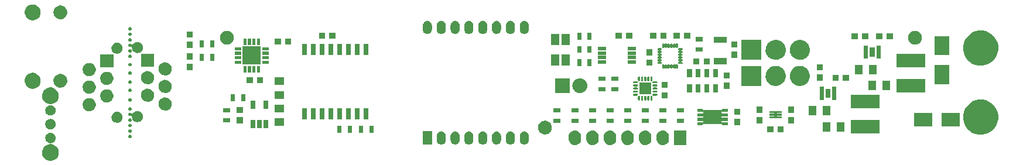
<source format=gts>
G04 #@! TF.FileFunction,Soldermask,Top*
%FSLAX46Y46*%
G04 Gerber Fmt 4.6, Leading zero omitted, Abs format (unit mm)*
G04 Created by KiCad (PCBNEW 4.0.0-rc2-1-stable) date Mardi 07 juin 2016 13:35:49*
%MOMM*%
G01*
G04 APERTURE LIST*
%ADD10C,0.100000*%
G04 APERTURE END LIST*
D10*
G36*
X4626041Y2599202D02*
X4856569Y2551881D01*
X5073510Y2460688D01*
X5268610Y2329092D01*
X5434435Y2162104D01*
X5564668Y1966090D01*
X5654342Y1748521D01*
X5699985Y1518010D01*
X5699985Y1518000D01*
X5700051Y1517666D01*
X5696298Y1248872D01*
X5696222Y1248538D01*
X5696222Y1248526D01*
X5644164Y1019390D01*
X5548444Y804401D01*
X5412792Y612101D01*
X5242366Y449808D01*
X5043673Y323713D01*
X4824265Y238610D01*
X4592511Y197746D01*
X4357230Y202674D01*
X4127383Y253209D01*
X3911737Y347422D01*
X3718489Y481733D01*
X3555014Y651017D01*
X3427535Y848825D01*
X3340903Y1067632D01*
X3298420Y1299104D01*
X3301707Y1534411D01*
X3350634Y1764598D01*
X3443343Y1980903D01*
X3576297Y2175078D01*
X3744438Y2339734D01*
X3941354Y2468592D01*
X4159551Y2556749D01*
X4390711Y2600846D01*
X4626041Y2599202D01*
X4626041Y2599202D01*
G37*
G36*
X80503440Y4576281D02*
X80503453Y4576277D01*
X80503490Y4576273D01*
X80673819Y4523547D01*
X80830664Y4438742D01*
X80968049Y4325087D01*
X81080742Y4186912D01*
X81164450Y4029479D01*
X81215986Y3858786D01*
X81233385Y3681333D01*
X81233385Y3366217D01*
X81233296Y3353461D01*
X81213421Y3176269D01*
X81159507Y3006312D01*
X81073609Y2850063D01*
X80958997Y2713475D01*
X80820039Y2601749D01*
X80662026Y2519142D01*
X80490977Y2468799D01*
X80490943Y2468796D01*
X80490930Y2468792D01*
X80313409Y2452636D01*
X80136130Y2471269D01*
X80136117Y2471273D01*
X80136080Y2471277D01*
X79965751Y2524003D01*
X79808906Y2608808D01*
X79671521Y2722463D01*
X79558828Y2860638D01*
X79475120Y3018071D01*
X79423584Y3188764D01*
X79406185Y3366217D01*
X79406185Y3681333D01*
X79406274Y3694089D01*
X79426149Y3871281D01*
X79480063Y4041238D01*
X79565961Y4197487D01*
X79680573Y4334075D01*
X79819531Y4445801D01*
X79977544Y4528408D01*
X80148593Y4578751D01*
X80148627Y4578754D01*
X80148640Y4578758D01*
X80326161Y4594914D01*
X80503440Y4576281D01*
X80503440Y4576281D01*
G37*
G36*
X83043440Y4576281D02*
X83043453Y4576277D01*
X83043490Y4576273D01*
X83213819Y4523547D01*
X83370664Y4438742D01*
X83508049Y4325087D01*
X83620742Y4186912D01*
X83704450Y4029479D01*
X83755986Y3858786D01*
X83773385Y3681333D01*
X83773385Y3366217D01*
X83773296Y3353461D01*
X83753421Y3176269D01*
X83699507Y3006312D01*
X83613609Y2850063D01*
X83498997Y2713475D01*
X83360039Y2601749D01*
X83202026Y2519142D01*
X83030977Y2468799D01*
X83030943Y2468796D01*
X83030930Y2468792D01*
X82853409Y2452636D01*
X82676130Y2471269D01*
X82676117Y2471273D01*
X82676080Y2471277D01*
X82505751Y2524003D01*
X82348906Y2608808D01*
X82211521Y2722463D01*
X82098828Y2860638D01*
X82015120Y3018071D01*
X81963584Y3188764D01*
X81946185Y3366217D01*
X81946185Y3681333D01*
X81946274Y3694089D01*
X81966149Y3871281D01*
X82020063Y4041238D01*
X82105961Y4197487D01*
X82220573Y4334075D01*
X82359531Y4445801D01*
X82517544Y4528408D01*
X82688593Y4578751D01*
X82688627Y4578754D01*
X82688640Y4578758D01*
X82866161Y4594914D01*
X83043440Y4576281D01*
X83043440Y4576281D01*
G37*
G36*
X85583440Y4576281D02*
X85583453Y4576277D01*
X85583490Y4576273D01*
X85753819Y4523547D01*
X85910664Y4438742D01*
X86048049Y4325087D01*
X86160742Y4186912D01*
X86244450Y4029479D01*
X86295986Y3858786D01*
X86313385Y3681333D01*
X86313385Y3366217D01*
X86313296Y3353461D01*
X86293421Y3176269D01*
X86239507Y3006312D01*
X86153609Y2850063D01*
X86038997Y2713475D01*
X85900039Y2601749D01*
X85742026Y2519142D01*
X85570977Y2468799D01*
X85570943Y2468796D01*
X85570930Y2468792D01*
X85393409Y2452636D01*
X85216130Y2471269D01*
X85216117Y2471273D01*
X85216080Y2471277D01*
X85045751Y2524003D01*
X84888906Y2608808D01*
X84751521Y2722463D01*
X84638828Y2860638D01*
X84555120Y3018071D01*
X84503584Y3188764D01*
X84486185Y3366217D01*
X84486185Y3681333D01*
X84486274Y3694089D01*
X84506149Y3871281D01*
X84560063Y4041238D01*
X84645961Y4197487D01*
X84760573Y4334075D01*
X84899531Y4445801D01*
X85057544Y4528408D01*
X85228593Y4578751D01*
X85228627Y4578754D01*
X85228640Y4578758D01*
X85406161Y4594914D01*
X85583440Y4576281D01*
X85583440Y4576281D01*
G37*
G36*
X88123440Y4576281D02*
X88123453Y4576277D01*
X88123490Y4576273D01*
X88293819Y4523547D01*
X88450664Y4438742D01*
X88588049Y4325087D01*
X88700742Y4186912D01*
X88784450Y4029479D01*
X88835986Y3858786D01*
X88853385Y3681333D01*
X88853385Y3366217D01*
X88853296Y3353461D01*
X88833421Y3176269D01*
X88779507Y3006312D01*
X88693609Y2850063D01*
X88578997Y2713475D01*
X88440039Y2601749D01*
X88282026Y2519142D01*
X88110977Y2468799D01*
X88110943Y2468796D01*
X88110930Y2468792D01*
X87933409Y2452636D01*
X87756130Y2471269D01*
X87756117Y2471273D01*
X87756080Y2471277D01*
X87585751Y2524003D01*
X87428906Y2608808D01*
X87291521Y2722463D01*
X87178828Y2860638D01*
X87095120Y3018071D01*
X87043584Y3188764D01*
X87026185Y3366217D01*
X87026185Y3681333D01*
X87026274Y3694089D01*
X87046149Y3871281D01*
X87100063Y4041238D01*
X87185961Y4197487D01*
X87300573Y4334075D01*
X87439531Y4445801D01*
X87597544Y4528408D01*
X87768593Y4578751D01*
X87768627Y4578754D01*
X87768640Y4578758D01*
X87946161Y4594914D01*
X88123440Y4576281D01*
X88123440Y4576281D01*
G37*
G36*
X90663440Y4576281D02*
X90663453Y4576277D01*
X90663490Y4576273D01*
X90833819Y4523547D01*
X90990664Y4438742D01*
X91128049Y4325087D01*
X91240742Y4186912D01*
X91324450Y4029479D01*
X91375986Y3858786D01*
X91393385Y3681333D01*
X91393385Y3366217D01*
X91393296Y3353461D01*
X91373421Y3176269D01*
X91319507Y3006312D01*
X91233609Y2850063D01*
X91118997Y2713475D01*
X90980039Y2601749D01*
X90822026Y2519142D01*
X90650977Y2468799D01*
X90650943Y2468796D01*
X90650930Y2468792D01*
X90473409Y2452636D01*
X90296130Y2471269D01*
X90296117Y2471273D01*
X90296080Y2471277D01*
X90125751Y2524003D01*
X89968906Y2608808D01*
X89831521Y2722463D01*
X89718828Y2860638D01*
X89635120Y3018071D01*
X89583584Y3188764D01*
X89566185Y3366217D01*
X89566185Y3681333D01*
X89566274Y3694089D01*
X89586149Y3871281D01*
X89640063Y4041238D01*
X89725961Y4197487D01*
X89840573Y4334075D01*
X89979531Y4445801D01*
X90137544Y4528408D01*
X90308593Y4578751D01*
X90308627Y4578754D01*
X90308640Y4578758D01*
X90486161Y4594914D01*
X90663440Y4576281D01*
X90663440Y4576281D01*
G37*
G36*
X93203440Y4576281D02*
X93203453Y4576277D01*
X93203490Y4576273D01*
X93373819Y4523547D01*
X93530664Y4438742D01*
X93668049Y4325087D01*
X93780742Y4186912D01*
X93864450Y4029479D01*
X93915986Y3858786D01*
X93933385Y3681333D01*
X93933385Y3366217D01*
X93933296Y3353461D01*
X93913421Y3176269D01*
X93859507Y3006312D01*
X93773609Y2850063D01*
X93658997Y2713475D01*
X93520039Y2601749D01*
X93362026Y2519142D01*
X93190977Y2468799D01*
X93190943Y2468796D01*
X93190930Y2468792D01*
X93013409Y2452636D01*
X92836130Y2471269D01*
X92836117Y2471273D01*
X92836080Y2471277D01*
X92665751Y2524003D01*
X92508906Y2608808D01*
X92371521Y2722463D01*
X92258828Y2860638D01*
X92175120Y3018071D01*
X92123584Y3188764D01*
X92106185Y3366217D01*
X92106185Y3681333D01*
X92106274Y3694089D01*
X92126149Y3871281D01*
X92180063Y4041238D01*
X92265961Y4197487D01*
X92380573Y4334075D01*
X92519531Y4445801D01*
X92677544Y4528408D01*
X92848593Y4578751D01*
X92848627Y4578754D01*
X92848640Y4578758D01*
X93026161Y4594914D01*
X93203440Y4576281D01*
X93203440Y4576281D01*
G37*
G36*
X96473385Y2457775D02*
X94646185Y2457775D01*
X94646185Y4589775D01*
X96473385Y4589775D01*
X96473385Y2457775D01*
X96473385Y2457775D01*
G37*
G36*
X61130651Y4441329D02*
X61130664Y4441325D01*
X61130701Y4441321D01*
X61251885Y4403808D01*
X61363475Y4343471D01*
X61461221Y4262609D01*
X61541399Y4164302D01*
X61600955Y4052293D01*
X61637621Y3930849D01*
X61650000Y3804597D01*
X61650000Y3195403D01*
X61649937Y3186328D01*
X61635796Y3060260D01*
X61597438Y2939341D01*
X61536324Y2828174D01*
X61454781Y2730996D01*
X61355916Y2651506D01*
X61243494Y2592733D01*
X61121798Y2556916D01*
X61121764Y2556913D01*
X61121751Y2556909D01*
X60995464Y2545416D01*
X60869349Y2558671D01*
X60869336Y2558675D01*
X60869299Y2558679D01*
X60748115Y2596192D01*
X60636525Y2656529D01*
X60538779Y2737391D01*
X60458601Y2835698D01*
X60399045Y2947707D01*
X60362379Y3069151D01*
X60350000Y3195403D01*
X60350000Y3804597D01*
X60350063Y3813672D01*
X60364204Y3939740D01*
X60402562Y4060659D01*
X60463676Y4171826D01*
X60545219Y4269004D01*
X60644084Y4348494D01*
X60756506Y4407267D01*
X60878202Y4443084D01*
X60878236Y4443087D01*
X60878249Y4443091D01*
X61004536Y4454584D01*
X61130651Y4441329D01*
X61130651Y4441329D01*
G37*
G36*
X63130651Y4441329D02*
X63130664Y4441325D01*
X63130701Y4441321D01*
X63251885Y4403808D01*
X63363475Y4343471D01*
X63461221Y4262609D01*
X63541399Y4164302D01*
X63600955Y4052293D01*
X63637621Y3930849D01*
X63650000Y3804597D01*
X63650000Y3195403D01*
X63649937Y3186328D01*
X63635796Y3060260D01*
X63597438Y2939341D01*
X63536324Y2828174D01*
X63454781Y2730996D01*
X63355916Y2651506D01*
X63243494Y2592733D01*
X63121798Y2556916D01*
X63121764Y2556913D01*
X63121751Y2556909D01*
X62995464Y2545416D01*
X62869349Y2558671D01*
X62869336Y2558675D01*
X62869299Y2558679D01*
X62748115Y2596192D01*
X62636525Y2656529D01*
X62538779Y2737391D01*
X62458601Y2835698D01*
X62399045Y2947707D01*
X62362379Y3069151D01*
X62350000Y3195403D01*
X62350000Y3804597D01*
X62350063Y3813672D01*
X62364204Y3939740D01*
X62402562Y4060659D01*
X62463676Y4171826D01*
X62545219Y4269004D01*
X62644084Y4348494D01*
X62756506Y4407267D01*
X62878202Y4443084D01*
X62878236Y4443087D01*
X62878249Y4443091D01*
X63004536Y4454584D01*
X63130651Y4441329D01*
X63130651Y4441329D01*
G37*
G36*
X65130651Y4441329D02*
X65130664Y4441325D01*
X65130701Y4441321D01*
X65251885Y4403808D01*
X65363475Y4343471D01*
X65461221Y4262609D01*
X65541399Y4164302D01*
X65600955Y4052293D01*
X65637621Y3930849D01*
X65650000Y3804597D01*
X65650000Y3195403D01*
X65649937Y3186328D01*
X65635796Y3060260D01*
X65597438Y2939341D01*
X65536324Y2828174D01*
X65454781Y2730996D01*
X65355916Y2651506D01*
X65243494Y2592733D01*
X65121798Y2556916D01*
X65121764Y2556913D01*
X65121751Y2556909D01*
X64995464Y2545416D01*
X64869349Y2558671D01*
X64869336Y2558675D01*
X64869299Y2558679D01*
X64748115Y2596192D01*
X64636525Y2656529D01*
X64538779Y2737391D01*
X64458601Y2835698D01*
X64399045Y2947707D01*
X64362379Y3069151D01*
X64350000Y3195403D01*
X64350000Y3804597D01*
X64350063Y3813672D01*
X64364204Y3939740D01*
X64402562Y4060659D01*
X64463676Y4171826D01*
X64545219Y4269004D01*
X64644084Y4348494D01*
X64756506Y4407267D01*
X64878202Y4443084D01*
X64878236Y4443087D01*
X64878249Y4443091D01*
X65004536Y4454584D01*
X65130651Y4441329D01*
X65130651Y4441329D01*
G37*
G36*
X67130651Y4441329D02*
X67130664Y4441325D01*
X67130701Y4441321D01*
X67251885Y4403808D01*
X67363475Y4343471D01*
X67461221Y4262609D01*
X67541399Y4164302D01*
X67600955Y4052293D01*
X67637621Y3930849D01*
X67650000Y3804597D01*
X67650000Y3195403D01*
X67649937Y3186328D01*
X67635796Y3060260D01*
X67597438Y2939341D01*
X67536324Y2828174D01*
X67454781Y2730996D01*
X67355916Y2651506D01*
X67243494Y2592733D01*
X67121798Y2556916D01*
X67121764Y2556913D01*
X67121751Y2556909D01*
X66995464Y2545416D01*
X66869349Y2558671D01*
X66869336Y2558675D01*
X66869299Y2558679D01*
X66748115Y2596192D01*
X66636525Y2656529D01*
X66538779Y2737391D01*
X66458601Y2835698D01*
X66399045Y2947707D01*
X66362379Y3069151D01*
X66350000Y3195403D01*
X66350000Y3804597D01*
X66350063Y3813672D01*
X66364204Y3939740D01*
X66402562Y4060659D01*
X66463676Y4171826D01*
X66545219Y4269004D01*
X66644084Y4348494D01*
X66756506Y4407267D01*
X66878202Y4443084D01*
X66878236Y4443087D01*
X66878249Y4443091D01*
X67004536Y4454584D01*
X67130651Y4441329D01*
X67130651Y4441329D01*
G37*
G36*
X69130651Y4441329D02*
X69130664Y4441325D01*
X69130701Y4441321D01*
X69251885Y4403808D01*
X69363475Y4343471D01*
X69461221Y4262609D01*
X69541399Y4164302D01*
X69600955Y4052293D01*
X69637621Y3930849D01*
X69650000Y3804597D01*
X69650000Y3195403D01*
X69649937Y3186328D01*
X69635796Y3060260D01*
X69597438Y2939341D01*
X69536324Y2828174D01*
X69454781Y2730996D01*
X69355916Y2651506D01*
X69243494Y2592733D01*
X69121798Y2556916D01*
X69121764Y2556913D01*
X69121751Y2556909D01*
X68995464Y2545416D01*
X68869349Y2558671D01*
X68869336Y2558675D01*
X68869299Y2558679D01*
X68748115Y2596192D01*
X68636525Y2656529D01*
X68538779Y2737391D01*
X68458601Y2835698D01*
X68399045Y2947707D01*
X68362379Y3069151D01*
X68350000Y3195403D01*
X68350000Y3804597D01*
X68350063Y3813672D01*
X68364204Y3939740D01*
X68402562Y4060659D01*
X68463676Y4171826D01*
X68545219Y4269004D01*
X68644084Y4348494D01*
X68756506Y4407267D01*
X68878202Y4443084D01*
X68878236Y4443087D01*
X68878249Y4443091D01*
X69004536Y4454584D01*
X69130651Y4441329D01*
X69130651Y4441329D01*
G37*
G36*
X71130651Y4441329D02*
X71130664Y4441325D01*
X71130701Y4441321D01*
X71251885Y4403808D01*
X71363475Y4343471D01*
X71461221Y4262609D01*
X71541399Y4164302D01*
X71600955Y4052293D01*
X71637621Y3930849D01*
X71650000Y3804597D01*
X71650000Y3195403D01*
X71649937Y3186328D01*
X71635796Y3060260D01*
X71597438Y2939341D01*
X71536324Y2828174D01*
X71454781Y2730996D01*
X71355916Y2651506D01*
X71243494Y2592733D01*
X71121798Y2556916D01*
X71121764Y2556913D01*
X71121751Y2556909D01*
X70995464Y2545416D01*
X70869349Y2558671D01*
X70869336Y2558675D01*
X70869299Y2558679D01*
X70748115Y2596192D01*
X70636525Y2656529D01*
X70538779Y2737391D01*
X70458601Y2835698D01*
X70399045Y2947707D01*
X70362379Y3069151D01*
X70350000Y3195403D01*
X70350000Y3804597D01*
X70350063Y3813672D01*
X70364204Y3939740D01*
X70402562Y4060659D01*
X70463676Y4171826D01*
X70545219Y4269004D01*
X70644084Y4348494D01*
X70756506Y4407267D01*
X70878202Y4443084D01*
X70878236Y4443087D01*
X70878249Y4443091D01*
X71004536Y4454584D01*
X71130651Y4441329D01*
X71130651Y4441329D01*
G37*
G36*
X73130651Y4441329D02*
X73130664Y4441325D01*
X73130701Y4441321D01*
X73251885Y4403808D01*
X73363475Y4343471D01*
X73461221Y4262609D01*
X73541399Y4164302D01*
X73600955Y4052293D01*
X73637621Y3930849D01*
X73650000Y3804597D01*
X73650000Y3195403D01*
X73649937Y3186328D01*
X73635796Y3060260D01*
X73597438Y2939341D01*
X73536324Y2828174D01*
X73454781Y2730996D01*
X73355916Y2651506D01*
X73243494Y2592733D01*
X73121798Y2556916D01*
X73121764Y2556913D01*
X73121751Y2556909D01*
X72995464Y2545416D01*
X72869349Y2558671D01*
X72869336Y2558675D01*
X72869299Y2558679D01*
X72748115Y2596192D01*
X72636525Y2656529D01*
X72538779Y2737391D01*
X72458601Y2835698D01*
X72399045Y2947707D01*
X72362379Y3069151D01*
X72350000Y3195403D01*
X72350000Y3804597D01*
X72350063Y3813672D01*
X72364204Y3939740D01*
X72402562Y4060659D01*
X72463676Y4171826D01*
X72545219Y4269004D01*
X72644084Y4348494D01*
X72756506Y4407267D01*
X72878202Y4443084D01*
X72878236Y4443087D01*
X72878249Y4443091D01*
X73004536Y4454584D01*
X73130651Y4441329D01*
X73130651Y4441329D01*
G37*
G36*
X59650000Y2550000D02*
X58350000Y2550000D01*
X58350000Y4450000D01*
X59650000Y4450000D01*
X59650000Y2550000D01*
X59650000Y2550000D01*
G37*
G36*
X4578775Y4249502D02*
X4722856Y4219927D01*
X4858444Y4162931D01*
X4980382Y4080683D01*
X5084023Y3976315D01*
X5165419Y3853806D01*
X5221464Y3717827D01*
X5249966Y3573885D01*
X5249966Y3573875D01*
X5250032Y3573541D01*
X5247686Y3405545D01*
X5247610Y3405211D01*
X5247610Y3405199D01*
X5215104Y3262119D01*
X5155279Y3127750D01*
X5070496Y3007563D01*
X4963978Y2906128D01*
X4839796Y2827320D01*
X4702666Y2774131D01*
X4557819Y2748590D01*
X4410769Y2751670D01*
X4267111Y2783255D01*
X4132338Y2842136D01*
X4011554Y2926083D01*
X3909383Y3031885D01*
X3829709Y3155514D01*
X3775564Y3292269D01*
X3749012Y3436941D01*
X3751066Y3584008D01*
X3781645Y3727873D01*
X3839587Y3863063D01*
X3922687Y3984426D01*
X4027773Y4087335D01*
X4150844Y4167870D01*
X4287221Y4222970D01*
X4431693Y4250530D01*
X4578775Y4249502D01*
X4578775Y4249502D01*
G37*
G36*
X16026259Y3949836D02*
X16074287Y3939977D01*
X16119481Y3920979D01*
X16160131Y3893561D01*
X16194677Y3858773D01*
X16221806Y3817938D01*
X16240490Y3772609D01*
X16249945Y3724859D01*
X16249945Y3724848D01*
X16250011Y3724514D01*
X16249229Y3668515D01*
X16249153Y3668181D01*
X16249153Y3668173D01*
X16238369Y3620702D01*
X16218428Y3575916D01*
X16190166Y3535851D01*
X16154663Y3502044D01*
X16113265Y3475771D01*
X16067555Y3458042D01*
X16019274Y3449528D01*
X15970257Y3450555D01*
X15922370Y3461083D01*
X15877443Y3480712D01*
X15837185Y3508692D01*
X15803125Y3543962D01*
X15776569Y3585169D01*
X15758518Y3630760D01*
X15749668Y3678977D01*
X15750354Y3728003D01*
X15760546Y3775957D01*
X15779862Y3821023D01*
X15807560Y3861476D01*
X15842591Y3895781D01*
X15883614Y3922626D01*
X15929073Y3940992D01*
X15977230Y3950178D01*
X16026259Y3949836D01*
X16026259Y3949836D01*
G37*
G36*
X139267837Y9048303D02*
X139757706Y8947747D01*
X140218709Y8753959D01*
X140633296Y8474317D01*
X140985672Y8119472D01*
X141262413Y7702945D01*
X141452978Y7240600D01*
X141550043Y6750384D01*
X141550043Y6750374D01*
X141550109Y6750040D01*
X141542133Y6178854D01*
X141542057Y6178520D01*
X141542057Y6178508D01*
X141431344Y5691202D01*
X141227942Y5234353D01*
X140939680Y4825715D01*
X140577531Y4480846D01*
X140155303Y4212892D01*
X139689064Y4032049D01*
X139196583Y3945212D01*
X138696611Y3955684D01*
X138208189Y4063071D01*
X137749938Y4263276D01*
X137339297Y4548679D01*
X136991909Y4908410D01*
X136721014Y5328757D01*
X136536921Y5793721D01*
X136446646Y6285592D01*
X136453629Y6785623D01*
X136557600Y7274773D01*
X136754605Y7734417D01*
X137037134Y8147040D01*
X137394429Y8496931D01*
X137812878Y8770756D01*
X138276545Y8958090D01*
X138767765Y9051795D01*
X139267837Y9048303D01*
X139267837Y9048303D01*
G37*
G36*
X76105034Y5999336D02*
X76297141Y5959902D01*
X76477925Y5883907D01*
X76640509Y5774244D01*
X76778697Y5635087D01*
X76887223Y5471744D01*
X76961954Y5290433D01*
X76999978Y5098399D01*
X76999978Y5098384D01*
X77000043Y5098055D01*
X76996916Y4874060D01*
X76996839Y4873722D01*
X76996839Y4873714D01*
X76953471Y4682825D01*
X76873705Y4503667D01*
X76760661Y4343417D01*
X76618639Y4208172D01*
X76453061Y4103094D01*
X76270221Y4032173D01*
X76077093Y3998121D01*
X75881025Y4002227D01*
X75689485Y4044340D01*
X75509779Y4122853D01*
X75348742Y4234775D01*
X75212511Y4375847D01*
X75106279Y4540687D01*
X75034085Y4723026D01*
X74998682Y4915920D01*
X75001421Y5112010D01*
X75042194Y5303832D01*
X75119451Y5484086D01*
X75230247Y5645899D01*
X75370364Y5783113D01*
X75534461Y5890495D01*
X75716292Y5963959D01*
X75908925Y6000706D01*
X76105034Y5999336D01*
X76105034Y5999336D01*
G37*
G36*
X124412000Y4131000D02*
X120212000Y4131000D01*
X120212000Y6081000D01*
X124412000Y6081000D01*
X124412000Y4131000D01*
X124412000Y4131000D01*
G37*
G36*
X46600000Y4225000D02*
X46000000Y4225000D01*
X46000000Y5225000D01*
X46600000Y5225000D01*
X46600000Y4225000D01*
X46600000Y4225000D01*
G37*
G36*
X48100000Y4225000D02*
X47500000Y4225000D01*
X47500000Y5225000D01*
X48100000Y5225000D01*
X48100000Y4225000D01*
X48100000Y4225000D01*
G37*
G36*
X49738000Y4225000D02*
X49138000Y4225000D01*
X49138000Y5225000D01*
X49738000Y5225000D01*
X49738000Y4225000D01*
X49738000Y4225000D01*
G37*
G36*
X51238000Y4225000D02*
X50638000Y4225000D01*
X50638000Y5225000D01*
X51238000Y5225000D01*
X51238000Y4225000D01*
X51238000Y4225000D01*
G37*
G36*
X16026259Y4749836D02*
X16074287Y4739977D01*
X16119481Y4720979D01*
X16160131Y4693561D01*
X16194677Y4658773D01*
X16221806Y4617938D01*
X16240490Y4572609D01*
X16249945Y4524859D01*
X16249945Y4524848D01*
X16250011Y4524514D01*
X16249229Y4468515D01*
X16249153Y4468181D01*
X16249153Y4468173D01*
X16238369Y4420702D01*
X16218428Y4375916D01*
X16190166Y4335851D01*
X16154663Y4302044D01*
X16113265Y4275771D01*
X16067555Y4258042D01*
X16019274Y4249528D01*
X15970257Y4250555D01*
X15922370Y4261083D01*
X15877443Y4280712D01*
X15837185Y4308692D01*
X15803125Y4343962D01*
X15776569Y4385169D01*
X15758518Y4430760D01*
X15749668Y4478977D01*
X15750354Y4528003D01*
X15760546Y4575957D01*
X15779862Y4621023D01*
X15807560Y4661476D01*
X15842591Y4695781D01*
X15883614Y4722626D01*
X15929073Y4740992D01*
X15977230Y4750178D01*
X16026259Y4749836D01*
X16026259Y4749836D01*
G37*
G36*
X109017345Y4356587D02*
X108117345Y4356587D01*
X108117345Y5206587D01*
X109017345Y5206587D01*
X109017345Y4356587D01*
X109017345Y4356587D01*
G37*
G36*
X110517345Y4356587D02*
X109617345Y4356587D01*
X109617345Y5206587D01*
X110517345Y5206587D01*
X110517345Y4356587D01*
X110517345Y4356587D01*
G37*
G36*
X119290000Y4431000D02*
X118190000Y4431000D01*
X118190000Y5781000D01*
X119290000Y5781000D01*
X119290000Y4431000D01*
X119290000Y4431000D01*
G37*
G36*
X117290000Y4431000D02*
X116190000Y4431000D01*
X116190000Y5781000D01*
X117290000Y5781000D01*
X117290000Y4431000D01*
X117290000Y4431000D01*
G37*
G36*
X4578775Y6249502D02*
X4722856Y6219927D01*
X4858444Y6162931D01*
X4980382Y6080683D01*
X5084023Y5976315D01*
X5165419Y5853806D01*
X5221464Y5717827D01*
X5249966Y5573885D01*
X5249966Y5573875D01*
X5250032Y5573541D01*
X5247686Y5405545D01*
X5247610Y5405211D01*
X5247610Y5405199D01*
X5215104Y5262119D01*
X5155279Y5127750D01*
X5070496Y5007563D01*
X4963978Y4906128D01*
X4839796Y4827320D01*
X4702666Y4774131D01*
X4557819Y4748590D01*
X4410769Y4751670D01*
X4267111Y4783255D01*
X4132338Y4842136D01*
X4011554Y4926083D01*
X3909383Y5031885D01*
X3829709Y5155514D01*
X3775564Y5292269D01*
X3749012Y5436941D01*
X3751066Y5584008D01*
X3781645Y5727873D01*
X3839587Y5863063D01*
X3922687Y5984426D01*
X4027773Y6087335D01*
X4150844Y6167870D01*
X4287221Y6222970D01*
X4431693Y6250530D01*
X4578775Y6249502D01*
X4578775Y6249502D01*
G37*
G36*
X36016082Y4912196D02*
X35316082Y4912196D01*
X35316082Y6112196D01*
X36016082Y6112196D01*
X36016082Y4912196D01*
X36016082Y4912196D01*
G37*
G36*
X35066082Y4912196D02*
X34366082Y4912196D01*
X34366082Y6112196D01*
X35066082Y6112196D01*
X35066082Y4912196D01*
X35066082Y4912196D01*
G37*
G36*
X34116082Y4912196D02*
X33416082Y4912196D01*
X33416082Y6112196D01*
X34116082Y6112196D01*
X34116082Y4912196D01*
X34116082Y4912196D01*
G37*
G36*
X16026259Y5549836D02*
X16074287Y5539977D01*
X16119481Y5520979D01*
X16160131Y5493561D01*
X16194677Y5458773D01*
X16221806Y5417938D01*
X16240490Y5372609D01*
X16249945Y5324859D01*
X16249945Y5324848D01*
X16250011Y5324514D01*
X16249229Y5268515D01*
X16249153Y5268181D01*
X16249153Y5268173D01*
X16238369Y5220702D01*
X16218428Y5175916D01*
X16190166Y5135851D01*
X16154663Y5102044D01*
X16113265Y5075771D01*
X16067555Y5058042D01*
X16019274Y5049528D01*
X15970257Y5050555D01*
X15922370Y5061083D01*
X15877443Y5080712D01*
X15837185Y5108692D01*
X15803125Y5143962D01*
X15776569Y5185169D01*
X15758518Y5230760D01*
X15749668Y5278977D01*
X15750354Y5328003D01*
X15760546Y5375957D01*
X15779862Y5421023D01*
X15807560Y5461476D01*
X15842591Y5495781D01*
X15883614Y5522626D01*
X15929073Y5540992D01*
X15977230Y5550178D01*
X16026259Y5549836D01*
X16026259Y5549836D01*
G37*
G36*
X131960700Y5204570D02*
X129361340Y5204570D01*
X129361340Y7105430D01*
X131960700Y7105430D01*
X131960700Y5204570D01*
X131960700Y5204570D01*
G37*
G36*
X135958660Y5204570D02*
X133359300Y5204570D01*
X133359300Y7105430D01*
X135958660Y7105430D01*
X135958660Y5204570D01*
X135958660Y5204570D01*
G37*
G36*
X38251082Y5232196D02*
X36901082Y5232196D01*
X36901082Y6332196D01*
X38251082Y6332196D01*
X38251082Y5232196D01*
X38251082Y5232196D01*
G37*
G36*
X98819000Y7601000D02*
X98820980Y7587070D01*
X98826761Y7574244D01*
X98835888Y7563536D01*
X98847636Y7555794D01*
X98861076Y7551632D01*
X98869000Y7551000D01*
X101569000Y7551000D01*
X101582930Y7552980D01*
X101595756Y7558761D01*
X101606464Y7567888D01*
X101614206Y7579636D01*
X101618368Y7593076D01*
X101619000Y7601000D01*
X101619000Y7721000D01*
X102419000Y7721000D01*
X102419000Y7271000D01*
X101599000Y7271000D01*
X101585070Y7269020D01*
X101572244Y7263239D01*
X101561536Y7254112D01*
X101553794Y7242364D01*
X101549632Y7228924D01*
X101549000Y7221000D01*
X101549000Y7121000D01*
X101550980Y7107070D01*
X101556761Y7094244D01*
X101565888Y7083536D01*
X101577636Y7075794D01*
X101591076Y7071632D01*
X101599000Y7071000D01*
X102419000Y7071000D01*
X102419000Y6621000D01*
X101599000Y6621000D01*
X101585070Y6619020D01*
X101572244Y6613239D01*
X101561536Y6604112D01*
X101553794Y6592364D01*
X101549632Y6578924D01*
X101549000Y6571000D01*
X101549000Y6471000D01*
X101550980Y6457070D01*
X101556761Y6444244D01*
X101565888Y6433536D01*
X101577636Y6425794D01*
X101591076Y6421632D01*
X101599000Y6421000D01*
X102419000Y6421000D01*
X102419000Y5971000D01*
X101599000Y5971000D01*
X101585070Y5969020D01*
X101572244Y5963239D01*
X101561536Y5954112D01*
X101553794Y5942364D01*
X101549632Y5928924D01*
X101549000Y5921000D01*
X101549000Y5821000D01*
X101550980Y5807070D01*
X101556761Y5794244D01*
X101565888Y5783536D01*
X101577636Y5775794D01*
X101591076Y5771632D01*
X101599000Y5771000D01*
X102419000Y5771000D01*
X102419000Y5321000D01*
X101619000Y5321000D01*
X101619000Y5441000D01*
X101617020Y5454930D01*
X101611239Y5467756D01*
X101602112Y5478464D01*
X101590364Y5486206D01*
X101576924Y5490368D01*
X101569000Y5491000D01*
X98869000Y5491000D01*
X98855070Y5489020D01*
X98842244Y5483239D01*
X98831536Y5474112D01*
X98823794Y5462364D01*
X98819632Y5448924D01*
X98819000Y5441000D01*
X98819000Y5321000D01*
X98019000Y5321000D01*
X98019000Y5771000D01*
X98839000Y5771000D01*
X98852930Y5772980D01*
X98865756Y5778761D01*
X98876464Y5787888D01*
X98884206Y5799636D01*
X98888368Y5813076D01*
X98889000Y5821000D01*
X98889000Y5921000D01*
X98887020Y5934930D01*
X98881239Y5947756D01*
X98872112Y5958464D01*
X98860364Y5966206D01*
X98846924Y5970368D01*
X98839000Y5971000D01*
X98019000Y5971000D01*
X98019000Y6421000D01*
X98839000Y6421000D01*
X98852930Y6422980D01*
X98865756Y6428761D01*
X98876464Y6437888D01*
X98884206Y6449636D01*
X98888368Y6463076D01*
X98889000Y6471000D01*
X98889000Y6571000D01*
X98887020Y6584930D01*
X98881239Y6597756D01*
X98872112Y6608464D01*
X98860364Y6616206D01*
X98846924Y6620368D01*
X98839000Y6621000D01*
X98019000Y6621000D01*
X98019000Y7071000D01*
X98839000Y7071000D01*
X98852930Y7072980D01*
X98865756Y7078761D01*
X98876464Y7087888D01*
X98884206Y7099636D01*
X98888368Y7113076D01*
X98889000Y7121000D01*
X98889000Y7221000D01*
X98887020Y7234930D01*
X98881239Y7247756D01*
X98872112Y7258464D01*
X98860364Y7266206D01*
X98846924Y7270368D01*
X98839000Y7271000D01*
X98019000Y7271000D01*
X98019000Y7721000D01*
X98819000Y7721000D01*
X98819000Y7601000D01*
X98819000Y7601000D01*
G37*
G36*
X104195000Y5328400D02*
X103345000Y5328400D01*
X103345000Y6228400D01*
X104195000Y6228400D01*
X104195000Y5328400D01*
X104195000Y5328400D01*
G37*
G36*
X32309862Y5584116D02*
X31412302Y5584116D01*
X31412302Y6481676D01*
X32309862Y6481676D01*
X32309862Y5584116D01*
X32309862Y5584116D01*
G37*
G36*
X107444345Y5625587D02*
X106594345Y5625587D01*
X106594345Y6525587D01*
X107444345Y6525587D01*
X107444345Y5625587D01*
X107444345Y5625587D01*
G37*
G36*
X112016345Y5625587D02*
X111166345Y5625587D01*
X111166345Y6525587D01*
X112016345Y6525587D01*
X112016345Y5625587D01*
X112016345Y5625587D01*
G37*
G36*
X96059785Y5673775D02*
X95059785Y5673775D01*
X95059785Y6273775D01*
X96059785Y6273775D01*
X96059785Y5673775D01*
X96059785Y5673775D01*
G37*
G36*
X93519785Y5673775D02*
X92519785Y5673775D01*
X92519785Y6273775D01*
X93519785Y6273775D01*
X93519785Y5673775D01*
X93519785Y5673775D01*
G37*
G36*
X90979785Y5673775D02*
X89979785Y5673775D01*
X89979785Y6273775D01*
X90979785Y6273775D01*
X90979785Y5673775D01*
X90979785Y5673775D01*
G37*
G36*
X88439785Y5673775D02*
X87439785Y5673775D01*
X87439785Y6273775D01*
X88439785Y6273775D01*
X88439785Y5673775D01*
X88439785Y5673775D01*
G37*
G36*
X85899785Y5673775D02*
X84899785Y5673775D01*
X84899785Y6273775D01*
X85899785Y6273775D01*
X85899785Y5673775D01*
X85899785Y5673775D01*
G37*
G36*
X83359785Y5673775D02*
X82359785Y5673775D01*
X82359785Y6273775D01*
X83359785Y6273775D01*
X83359785Y5673775D01*
X83359785Y5673775D01*
G37*
G36*
X80819785Y5673775D02*
X79819785Y5673775D01*
X79819785Y6273775D01*
X80819785Y6273775D01*
X80819785Y5673775D01*
X80819785Y5673775D01*
G37*
G36*
X14209027Y7288469D02*
X14362713Y7256922D01*
X14507340Y7196126D01*
X14637407Y7108395D01*
X14747958Y6997069D01*
X14834779Y6866395D01*
X14894563Y6721347D01*
X14924969Y6567788D01*
X14924969Y6567773D01*
X14925034Y6567444D01*
X14922532Y6388248D01*
X14922456Y6387914D01*
X14922456Y6387903D01*
X14887776Y6235259D01*
X14823964Y6091934D01*
X14733529Y5963734D01*
X14619910Y5855537D01*
X14487449Y5771474D01*
X14341177Y5714738D01*
X14186675Y5687496D01*
X14029821Y5690781D01*
X13876588Y5724472D01*
X13732825Y5787280D01*
X13603991Y5876822D01*
X13495008Y5989678D01*
X13410023Y6121549D01*
X13352268Y6267421D01*
X13323946Y6421737D01*
X13326137Y6578609D01*
X13358754Y6732064D01*
X13420561Y6876269D01*
X13509197Y7005719D01*
X13621292Y7115491D01*
X13752567Y7201395D01*
X13898035Y7260168D01*
X14052140Y7289565D01*
X14209027Y7288469D01*
X14209027Y7288469D01*
G37*
G36*
X78235000Y5695000D02*
X77235000Y5695000D01*
X77235000Y6295000D01*
X78235000Y6295000D01*
X78235000Y5695000D01*
X78235000Y5695000D01*
G37*
G36*
X30456082Y5732196D02*
X29456082Y5732196D01*
X29456082Y6332196D01*
X30456082Y6332196D01*
X30456082Y5732196D01*
X30456082Y5732196D01*
G37*
G36*
X17157027Y7382469D02*
X17310713Y7350922D01*
X17455340Y7290126D01*
X17585407Y7202395D01*
X17695958Y7091069D01*
X17782779Y6960395D01*
X17842563Y6815347D01*
X17872969Y6661788D01*
X17872969Y6661773D01*
X17873034Y6661444D01*
X17870532Y6482248D01*
X17870456Y6481914D01*
X17870456Y6481903D01*
X17835776Y6329259D01*
X17771964Y6185934D01*
X17681529Y6057734D01*
X17567910Y5949537D01*
X17435449Y5865474D01*
X17289177Y5808738D01*
X17134675Y5781496D01*
X16977821Y5784781D01*
X16824588Y5818472D01*
X16680825Y5881280D01*
X16551991Y5970822D01*
X16443008Y6083678D01*
X16358023Y6215549D01*
X16300268Y6361421D01*
X16271946Y6515737D01*
X16274136Y6672604D01*
X16278948Y6695242D01*
X16279907Y6709279D01*
X16276918Y6723027D01*
X16270217Y6735399D01*
X16260335Y6745414D01*
X16248054Y6752279D01*
X16234347Y6755451D01*
X16220299Y6754679D01*
X16207021Y6750023D01*
X16195567Y6741853D01*
X16191404Y6737030D01*
X16154663Y6702044D01*
X16113265Y6675771D01*
X16067555Y6658042D01*
X16019274Y6649528D01*
X15970257Y6650555D01*
X15922370Y6661083D01*
X15877443Y6680712D01*
X15837185Y6708692D01*
X15803125Y6743962D01*
X15776569Y6785169D01*
X15758518Y6830760D01*
X15749668Y6878977D01*
X15750354Y6928003D01*
X15760546Y6975957D01*
X15779862Y7021023D01*
X15807560Y7061476D01*
X15842591Y7095781D01*
X15883614Y7122626D01*
X15929073Y7140992D01*
X15977230Y7150178D01*
X16026259Y7149836D01*
X16074287Y7139977D01*
X16119481Y7120979D01*
X16160131Y7093561D01*
X16194677Y7058773D01*
X16221806Y7017938D01*
X16240490Y6972609D01*
X16249903Y6925069D01*
X16254551Y6911789D01*
X16262714Y6900329D01*
X16273746Y6891598D01*
X16286774Y6886285D01*
X16300767Y6884813D01*
X16314615Y6887297D01*
X16327223Y6893541D01*
X16337593Y6903050D01*
X16344908Y6915083D01*
X16368561Y6970269D01*
X16457197Y7099719D01*
X16569292Y7209491D01*
X16700567Y7295395D01*
X16846035Y7354168D01*
X17000140Y7383565D01*
X17157027Y7382469D01*
X17157027Y7382469D01*
G37*
G36*
X16026259Y6349836D02*
X16074287Y6339977D01*
X16119481Y6320979D01*
X16160131Y6293561D01*
X16194677Y6258773D01*
X16221806Y6217938D01*
X16240490Y6172609D01*
X16249945Y6124859D01*
X16249945Y6124848D01*
X16250011Y6124514D01*
X16249229Y6068515D01*
X16249153Y6068181D01*
X16249153Y6068173D01*
X16238369Y6020702D01*
X16218428Y5975916D01*
X16190166Y5935851D01*
X16154663Y5902044D01*
X16113265Y5875771D01*
X16067555Y5858042D01*
X16019274Y5849528D01*
X15970257Y5850555D01*
X15922370Y5861083D01*
X15877443Y5880712D01*
X15837185Y5908692D01*
X15803125Y5943962D01*
X15776569Y5985169D01*
X15758518Y6030760D01*
X15749668Y6078977D01*
X15750354Y6128003D01*
X15760546Y6175957D01*
X15779862Y6221023D01*
X15807560Y6261476D01*
X15842591Y6295781D01*
X15883614Y6322626D01*
X15929073Y6340992D01*
X15977230Y6350178D01*
X16026259Y6349836D01*
X16026259Y6349836D01*
G37*
G36*
X46650000Y6166000D02*
X45950000Y6166000D01*
X45950000Y7766000D01*
X46650000Y7766000D01*
X46650000Y6166000D01*
X46650000Y6166000D01*
G37*
G36*
X50460000Y6166000D02*
X49760000Y6166000D01*
X49760000Y7766000D01*
X50460000Y7766000D01*
X50460000Y6166000D01*
X50460000Y6166000D01*
G37*
G36*
X45380000Y6166000D02*
X44680000Y6166000D01*
X44680000Y7766000D01*
X45380000Y7766000D01*
X45380000Y6166000D01*
X45380000Y6166000D01*
G37*
G36*
X44110000Y6166000D02*
X43410000Y6166000D01*
X43410000Y7766000D01*
X44110000Y7766000D01*
X44110000Y6166000D01*
X44110000Y6166000D01*
G37*
G36*
X42840000Y6166000D02*
X42140000Y6166000D01*
X42140000Y7766000D01*
X42840000Y7766000D01*
X42840000Y6166000D01*
X42840000Y6166000D01*
G37*
G36*
X41570000Y6166000D02*
X40870000Y6166000D01*
X40870000Y7766000D01*
X41570000Y7766000D01*
X41570000Y6166000D01*
X41570000Y6166000D01*
G37*
G36*
X49190000Y6166000D02*
X48490000Y6166000D01*
X48490000Y7766000D01*
X49190000Y7766000D01*
X49190000Y6166000D01*
X49190000Y6166000D01*
G37*
G36*
X47920000Y6166000D02*
X47220000Y6166000D01*
X47220000Y7766000D01*
X47920000Y7766000D01*
X47920000Y6166000D01*
X47920000Y6166000D01*
G37*
G36*
X109048233Y7398123D02*
X109059981Y7390381D01*
X109073421Y7386219D01*
X109081345Y7385587D01*
X109581345Y7385587D01*
X109595275Y7387567D01*
X109608101Y7393348D01*
X109618809Y7402475D01*
X109620860Y7405587D01*
X110231345Y7405587D01*
X110231345Y7125587D01*
X109581345Y7125587D01*
X109567415Y7123607D01*
X109554589Y7117826D01*
X109543881Y7108699D01*
X109536139Y7096951D01*
X109531977Y7083511D01*
X109531345Y7075587D01*
X109531345Y7055587D01*
X109533325Y7041657D01*
X109539106Y7028831D01*
X109548233Y7018123D01*
X109559981Y7010381D01*
X109573421Y7006219D01*
X109581345Y7005587D01*
X110231345Y7005587D01*
X110231345Y6725587D01*
X109581345Y6725587D01*
X109567415Y6723607D01*
X109554589Y6717826D01*
X109543881Y6708699D01*
X109536139Y6696951D01*
X109531977Y6683511D01*
X109531345Y6675587D01*
X109531345Y6655587D01*
X109533325Y6641657D01*
X109539106Y6628831D01*
X109548233Y6618123D01*
X109559981Y6610381D01*
X109573421Y6606219D01*
X109581345Y6605587D01*
X110231345Y6605587D01*
X110231345Y6325587D01*
X109620819Y6325587D01*
X109614457Y6333051D01*
X109602709Y6340793D01*
X109589269Y6344955D01*
X109581345Y6345587D01*
X109081345Y6345587D01*
X109067415Y6343607D01*
X109054589Y6337826D01*
X109043881Y6328699D01*
X109041830Y6325587D01*
X108431345Y6325587D01*
X108431345Y6605587D01*
X109081345Y6605587D01*
X109095275Y6607567D01*
X109108101Y6613348D01*
X109118809Y6622475D01*
X109126551Y6634223D01*
X109130713Y6647663D01*
X109131345Y6655587D01*
X109131345Y6675587D01*
X109129365Y6689517D01*
X109123584Y6702343D01*
X109114457Y6713051D01*
X109102709Y6720793D01*
X109089269Y6724955D01*
X109081345Y6725587D01*
X108431345Y6725587D01*
X108431345Y7005587D01*
X109081345Y7005587D01*
X109095275Y7007567D01*
X109108101Y7013348D01*
X109118809Y7022475D01*
X109126551Y7034223D01*
X109130713Y7047663D01*
X109131345Y7055587D01*
X109131345Y7075587D01*
X109129365Y7089517D01*
X109123584Y7102343D01*
X109114457Y7113051D01*
X109102709Y7120793D01*
X109089269Y7124955D01*
X109081345Y7125587D01*
X108431345Y7125587D01*
X108431345Y7405587D01*
X109041871Y7405587D01*
X109048233Y7398123D01*
X109048233Y7398123D01*
G37*
G36*
X4578775Y8249502D02*
X4722856Y8219927D01*
X4858444Y8162931D01*
X4980382Y8080683D01*
X5084023Y7976315D01*
X5165419Y7853806D01*
X5221464Y7717827D01*
X5249966Y7573885D01*
X5249966Y7573875D01*
X5250032Y7573541D01*
X5247686Y7405545D01*
X5247610Y7405211D01*
X5247610Y7405199D01*
X5215104Y7262119D01*
X5155279Y7127750D01*
X5070496Y7007563D01*
X4963978Y6906128D01*
X4839796Y6827320D01*
X4702666Y6774131D01*
X4557819Y6748590D01*
X4410769Y6751670D01*
X4267111Y6783255D01*
X4132338Y6842136D01*
X4011554Y6926083D01*
X3909383Y7031885D01*
X3829709Y7155514D01*
X3775564Y7292269D01*
X3749012Y7436941D01*
X3751066Y7584008D01*
X3781645Y7727873D01*
X3839587Y7863063D01*
X3922687Y7984426D01*
X4027773Y8087335D01*
X4150844Y8167870D01*
X4287221Y8222970D01*
X4431693Y8250530D01*
X4578775Y8249502D01*
X4578775Y8249502D01*
G37*
G36*
X115258000Y6750000D02*
X114158000Y6750000D01*
X114158000Y8100000D01*
X115258000Y8100000D01*
X115258000Y6750000D01*
X115258000Y6750000D01*
G37*
G36*
X117258000Y6750000D02*
X116158000Y6750000D01*
X116158000Y8100000D01*
X117258000Y8100000D01*
X117258000Y6750000D01*
X117258000Y6750000D01*
G37*
G36*
X104195000Y6828400D02*
X103345000Y6828400D01*
X103345000Y7728400D01*
X104195000Y7728400D01*
X104195000Y6828400D01*
X104195000Y6828400D01*
G37*
G36*
X32309862Y7082716D02*
X31412302Y7082716D01*
X31412302Y7980276D01*
X32309862Y7980276D01*
X32309862Y7082716D01*
X32309862Y7082716D01*
G37*
G36*
X107444345Y7125587D02*
X106594345Y7125587D01*
X106594345Y8025587D01*
X107444345Y8025587D01*
X107444345Y7125587D01*
X107444345Y7125587D01*
G37*
G36*
X112016345Y7125587D02*
X111166345Y7125587D01*
X111166345Y8025587D01*
X112016345Y8025587D01*
X112016345Y7125587D01*
X112016345Y7125587D01*
G37*
G36*
X80819785Y7173775D02*
X79819785Y7173775D01*
X79819785Y7773775D01*
X80819785Y7773775D01*
X80819785Y7173775D01*
X80819785Y7173775D01*
G37*
G36*
X83359785Y7173775D02*
X82359785Y7173775D01*
X82359785Y7773775D01*
X83359785Y7773775D01*
X83359785Y7173775D01*
X83359785Y7173775D01*
G37*
G36*
X88439785Y7173775D02*
X87439785Y7173775D01*
X87439785Y7773775D01*
X88439785Y7773775D01*
X88439785Y7173775D01*
X88439785Y7173775D01*
G37*
G36*
X85899785Y7173775D02*
X84899785Y7173775D01*
X84899785Y7773775D01*
X85899785Y7773775D01*
X85899785Y7173775D01*
X85899785Y7173775D01*
G37*
G36*
X90979785Y7173775D02*
X89979785Y7173775D01*
X89979785Y7773775D01*
X90979785Y7773775D01*
X90979785Y7173775D01*
X90979785Y7173775D01*
G37*
G36*
X93519785Y7173775D02*
X92519785Y7173775D01*
X92519785Y7773775D01*
X93519785Y7773775D01*
X93519785Y7173775D01*
X93519785Y7173775D01*
G37*
G36*
X96059785Y7173775D02*
X95059785Y7173775D01*
X95059785Y7773775D01*
X96059785Y7773775D01*
X96059785Y7173775D01*
X96059785Y7173775D01*
G37*
G36*
X78235000Y7195000D02*
X77235000Y7195000D01*
X77235000Y7795000D01*
X78235000Y7795000D01*
X78235000Y7195000D01*
X78235000Y7195000D01*
G37*
G36*
X30456082Y7232196D02*
X29456082Y7232196D01*
X29456082Y7832196D01*
X30456082Y7832196D01*
X30456082Y7232196D01*
X30456082Y7232196D01*
G37*
G36*
X38251082Y7232196D02*
X36901082Y7232196D01*
X36901082Y8332196D01*
X38251082Y8332196D01*
X38251082Y7232196D01*
X38251082Y7232196D01*
G37*
G36*
X10204782Y9263369D02*
X10387284Y9225907D01*
X10559029Y9153712D01*
X10713483Y9049532D01*
X10844762Y8917333D01*
X10947862Y8762156D01*
X11018856Y8589911D01*
X11054975Y8407496D01*
X11054975Y8407486D01*
X11055041Y8407152D01*
X11052070Y8194357D01*
X11051994Y8194023D01*
X11051994Y8194011D01*
X11010798Y8012684D01*
X10935019Y7842484D01*
X10827628Y7690246D01*
X10692707Y7561763D01*
X10535408Y7461939D01*
X10361710Y7394565D01*
X10178238Y7362215D01*
X9991974Y7366116D01*
X9810011Y7406123D01*
X9639289Y7480710D01*
X9486306Y7587036D01*
X9356885Y7721054D01*
X9255965Y7877652D01*
X9187381Y8050875D01*
X9153748Y8234124D01*
X9156350Y8420409D01*
X9195084Y8602640D01*
X9268479Y8773882D01*
X9373735Y8927604D01*
X9506846Y9057957D01*
X9662738Y9159970D01*
X9835477Y9229761D01*
X10018479Y9264670D01*
X10204782Y9263369D01*
X10204782Y9263369D01*
G37*
G36*
X16026259Y7949836D02*
X16074287Y7939977D01*
X16119481Y7920979D01*
X16160131Y7893561D01*
X16194677Y7858773D01*
X16221806Y7817938D01*
X16240490Y7772609D01*
X16249945Y7724859D01*
X16249945Y7724848D01*
X16250011Y7724514D01*
X16249229Y7668515D01*
X16249153Y7668181D01*
X16249153Y7668173D01*
X16238369Y7620702D01*
X16218428Y7575916D01*
X16190166Y7535851D01*
X16154663Y7502044D01*
X16113265Y7475771D01*
X16067555Y7458042D01*
X16019274Y7449528D01*
X15970257Y7450555D01*
X15922370Y7461083D01*
X15877443Y7480712D01*
X15837185Y7508692D01*
X15803125Y7543962D01*
X15776569Y7585169D01*
X15758518Y7630760D01*
X15749668Y7678977D01*
X15750354Y7728003D01*
X15760546Y7775957D01*
X15779862Y7821023D01*
X15807560Y7861476D01*
X15842591Y7895781D01*
X15883614Y7922626D01*
X15929073Y7940992D01*
X15977230Y7950178D01*
X16026259Y7949836D01*
X16026259Y7949836D01*
G37*
G36*
X21192782Y9357369D02*
X21375284Y9319907D01*
X21547029Y9247712D01*
X21701483Y9143532D01*
X21832762Y9011333D01*
X21935862Y8856156D01*
X22006856Y8683911D01*
X22042975Y8501496D01*
X22042975Y8501486D01*
X22043041Y8501152D01*
X22040070Y8288357D01*
X22039994Y8288023D01*
X22039994Y8288011D01*
X21998798Y8106684D01*
X21923019Y7936484D01*
X21815628Y7784246D01*
X21680707Y7655763D01*
X21523408Y7555939D01*
X21349710Y7488565D01*
X21166238Y7456215D01*
X20979974Y7460116D01*
X20798011Y7500123D01*
X20627289Y7574710D01*
X20474306Y7681036D01*
X20344885Y7815054D01*
X20243965Y7971652D01*
X20175381Y8144875D01*
X20141748Y8328124D01*
X20144350Y8514409D01*
X20183084Y8696640D01*
X20256479Y8867882D01*
X20361735Y9021604D01*
X20494846Y9151957D01*
X20650738Y9253970D01*
X20823477Y9323761D01*
X21006479Y9358670D01*
X21192782Y9357369D01*
X21192782Y9357369D01*
G37*
G36*
X34116082Y7712196D02*
X33416082Y7712196D01*
X33416082Y8912196D01*
X34116082Y8912196D01*
X34116082Y7712196D01*
X34116082Y7712196D01*
G37*
G36*
X36016082Y7712196D02*
X35316082Y7712196D01*
X35316082Y8912196D01*
X36016082Y8912196D01*
X36016082Y7712196D01*
X36016082Y7712196D01*
G37*
G36*
X124412000Y7791000D02*
X120212000Y7791000D01*
X120212000Y9741000D01*
X124412000Y9741000D01*
X124412000Y7791000D01*
X124412000Y7791000D01*
G37*
G36*
X4626041Y10799202D02*
X4856569Y10751881D01*
X5073510Y10660688D01*
X5268610Y10529092D01*
X5434435Y10362104D01*
X5564668Y10166090D01*
X5654342Y9948521D01*
X5699985Y9718010D01*
X5699985Y9718000D01*
X5700051Y9717666D01*
X5696298Y9448872D01*
X5696222Y9448538D01*
X5696222Y9448526D01*
X5644164Y9219390D01*
X5548444Y9004401D01*
X5412792Y8812101D01*
X5242366Y8649808D01*
X5043673Y8523713D01*
X4824265Y8438610D01*
X4592511Y8397746D01*
X4357230Y8402674D01*
X4127383Y8453209D01*
X3911737Y8547422D01*
X3718489Y8681733D01*
X3555014Y8851017D01*
X3427535Y9048825D01*
X3340903Y9267632D01*
X3298420Y9499104D01*
X3301707Y9734411D01*
X3350634Y9964598D01*
X3443343Y10180903D01*
X3576297Y10375078D01*
X3744438Y10539734D01*
X3941354Y10668592D01*
X4159551Y10756749D01*
X4390711Y10800846D01*
X4626041Y10799202D01*
X4626041Y10799202D01*
G37*
G36*
X12744782Y10533369D02*
X12927284Y10495907D01*
X13099029Y10423712D01*
X13253483Y10319532D01*
X13384762Y10187333D01*
X13487862Y10032156D01*
X13558856Y9859911D01*
X13594975Y9677496D01*
X13594975Y9677486D01*
X13595041Y9677152D01*
X13592070Y9464357D01*
X13591994Y9464023D01*
X13591994Y9464011D01*
X13550798Y9282684D01*
X13475019Y9112484D01*
X13367628Y8960246D01*
X13232707Y8831763D01*
X13075408Y8731939D01*
X12901710Y8664565D01*
X12718238Y8632215D01*
X12531974Y8636116D01*
X12350011Y8676123D01*
X12179289Y8750710D01*
X12026306Y8857036D01*
X11896885Y8991054D01*
X11795965Y9147652D01*
X11727381Y9320875D01*
X11693748Y9504124D01*
X11696350Y9690409D01*
X11735084Y9872640D01*
X11808479Y10043882D01*
X11913735Y10197604D01*
X12046846Y10327957D01*
X12202738Y10429970D01*
X12375477Y10499761D01*
X12558479Y10534670D01*
X12744782Y10533369D01*
X12744782Y10533369D01*
G37*
G36*
X18652782Y10627369D02*
X18835284Y10589907D01*
X19007029Y10517712D01*
X19161483Y10413532D01*
X19292762Y10281333D01*
X19395862Y10126156D01*
X19466856Y9953911D01*
X19502975Y9771496D01*
X19502975Y9771486D01*
X19503041Y9771152D01*
X19500070Y9558357D01*
X19499994Y9558023D01*
X19499994Y9558011D01*
X19458798Y9376684D01*
X19383019Y9206484D01*
X19275628Y9054246D01*
X19140707Y8925763D01*
X18983408Y8825939D01*
X18809710Y8758565D01*
X18626238Y8726215D01*
X18439974Y8730116D01*
X18258011Y8770123D01*
X18087289Y8844710D01*
X17934306Y8951036D01*
X17804885Y9085054D01*
X17703965Y9241652D01*
X17635381Y9414875D01*
X17601748Y9598124D01*
X17604350Y9784409D01*
X17643084Y9966640D01*
X17716479Y10137882D01*
X17821735Y10291604D01*
X17954846Y10421957D01*
X18110738Y10523970D01*
X18283477Y10593761D01*
X18466479Y10628670D01*
X18652782Y10627369D01*
X18652782Y10627369D01*
G37*
G36*
X16026259Y9249836D02*
X16074287Y9239977D01*
X16119481Y9220979D01*
X16160131Y9193561D01*
X16194677Y9158773D01*
X16221806Y9117938D01*
X16240490Y9072609D01*
X16249945Y9024859D01*
X16249945Y9024848D01*
X16250011Y9024514D01*
X16249229Y8968515D01*
X16249153Y8968181D01*
X16249153Y8968173D01*
X16238369Y8920702D01*
X16218428Y8875916D01*
X16190166Y8835851D01*
X16154663Y8802044D01*
X16113265Y8775771D01*
X16067555Y8758042D01*
X16019274Y8749528D01*
X15970257Y8750555D01*
X15922370Y8761083D01*
X15877443Y8780712D01*
X15837185Y8808692D01*
X15803125Y8843962D01*
X15776569Y8885169D01*
X15758518Y8930760D01*
X15749668Y8978977D01*
X15750354Y9028003D01*
X15760546Y9075957D01*
X15779862Y9121023D01*
X15807560Y9161476D01*
X15842591Y9195781D01*
X15883614Y9222626D01*
X15929073Y9240992D01*
X15977230Y9250178D01*
X16026259Y9249836D01*
X16026259Y9249836D01*
G37*
G36*
X31184000Y8797000D02*
X30584000Y8797000D01*
X30584000Y9797000D01*
X31184000Y9797000D01*
X31184000Y8797000D01*
X31184000Y8797000D01*
G37*
G36*
X32684000Y8797000D02*
X32084000Y8797000D01*
X32084000Y9797000D01*
X32684000Y9797000D01*
X32684000Y8797000D01*
X32684000Y8797000D01*
G37*
G36*
X91428899Y9602412D02*
X91428909Y9602409D01*
X91428947Y9602405D01*
X91456912Y9593748D01*
X91482664Y9579825D01*
X91505221Y9561164D01*
X91523723Y9538478D01*
X91537467Y9512630D01*
X91545928Y9484604D01*
X91548785Y9455469D01*
X91548785Y9052007D01*
X91548784Y9052002D01*
X91548770Y9049987D01*
X91545507Y9020894D01*
X91536655Y8992990D01*
X91522552Y8967336D01*
X91503735Y8944910D01*
X91480919Y8926566D01*
X91454976Y8913003D01*
X91426892Y8904738D01*
X91426850Y8904734D01*
X91426846Y8904733D01*
X91397740Y8902083D01*
X91368671Y8905138D01*
X91368661Y8905141D01*
X91368623Y8905145D01*
X91340658Y8913802D01*
X91314906Y8927725D01*
X91292349Y8946386D01*
X91273847Y8969072D01*
X91260103Y8994920D01*
X91251642Y9022946D01*
X91248785Y9052081D01*
X91248785Y9455543D01*
X91248786Y9455548D01*
X91248800Y9457563D01*
X91252063Y9486656D01*
X91260915Y9514560D01*
X91275018Y9540214D01*
X91293835Y9562640D01*
X91316651Y9580984D01*
X91342594Y9594547D01*
X91370678Y9602812D01*
X91370720Y9602816D01*
X91370724Y9602817D01*
X91399830Y9605467D01*
X91428899Y9602412D01*
X91428899Y9602412D01*
G37*
G36*
X90978899Y9602412D02*
X90978909Y9602409D01*
X90978947Y9602405D01*
X91006912Y9593748D01*
X91032664Y9579825D01*
X91055221Y9561164D01*
X91073723Y9538478D01*
X91087467Y9512630D01*
X91095928Y9484604D01*
X91098785Y9455469D01*
X91098785Y9052007D01*
X91098784Y9052002D01*
X91098770Y9049987D01*
X91095507Y9020894D01*
X91086655Y8992990D01*
X91072552Y8967336D01*
X91053735Y8944910D01*
X91030919Y8926566D01*
X91004976Y8913003D01*
X90976892Y8904738D01*
X90976850Y8904734D01*
X90976846Y8904733D01*
X90947740Y8902083D01*
X90918671Y8905138D01*
X90918661Y8905141D01*
X90918623Y8905145D01*
X90890658Y8913802D01*
X90864906Y8927725D01*
X90842349Y8946386D01*
X90823847Y8969072D01*
X90810103Y8994920D01*
X90801642Y9022946D01*
X90798785Y9052081D01*
X90798785Y9455543D01*
X90798786Y9455548D01*
X90798800Y9457563D01*
X90802063Y9486656D01*
X90810915Y9514560D01*
X90825018Y9540214D01*
X90843835Y9562640D01*
X90866651Y9580984D01*
X90892594Y9594547D01*
X90920678Y9602812D01*
X90920720Y9602816D01*
X90920724Y9602817D01*
X90949830Y9605467D01*
X90978899Y9602412D01*
X90978899Y9602412D01*
G37*
G36*
X90528899Y9602412D02*
X90528909Y9602409D01*
X90528947Y9602405D01*
X90556912Y9593748D01*
X90582664Y9579825D01*
X90605221Y9561164D01*
X90623723Y9538478D01*
X90637467Y9512630D01*
X90645928Y9484604D01*
X90648785Y9455469D01*
X90648785Y9052007D01*
X90648784Y9052002D01*
X90648770Y9049987D01*
X90645507Y9020894D01*
X90636655Y8992990D01*
X90622552Y8967336D01*
X90603735Y8944910D01*
X90580919Y8926566D01*
X90554976Y8913003D01*
X90526892Y8904738D01*
X90526850Y8904734D01*
X90526846Y8904733D01*
X90497740Y8902083D01*
X90468671Y8905138D01*
X90468661Y8905141D01*
X90468623Y8905145D01*
X90440658Y8913802D01*
X90414906Y8927725D01*
X90392349Y8946386D01*
X90373847Y8969072D01*
X90360103Y8994920D01*
X90351642Y9022946D01*
X90348785Y9052081D01*
X90348785Y9455543D01*
X90348786Y9455548D01*
X90348800Y9457563D01*
X90352063Y9486656D01*
X90360915Y9514560D01*
X90375018Y9540214D01*
X90393835Y9562640D01*
X90416651Y9580984D01*
X90442594Y9594547D01*
X90470678Y9602812D01*
X90470720Y9602816D01*
X90470724Y9602817D01*
X90499830Y9605467D01*
X90528899Y9602412D01*
X90528899Y9602412D01*
G37*
G36*
X90078899Y9602412D02*
X90078909Y9602409D01*
X90078947Y9602405D01*
X90106912Y9593748D01*
X90132664Y9579825D01*
X90155221Y9561164D01*
X90173723Y9538478D01*
X90187467Y9512630D01*
X90195928Y9484604D01*
X90198785Y9455469D01*
X90198785Y9052007D01*
X90198784Y9052002D01*
X90198770Y9049987D01*
X90195507Y9020894D01*
X90186655Y8992990D01*
X90172552Y8967336D01*
X90153735Y8944910D01*
X90130919Y8926566D01*
X90104976Y8913003D01*
X90076892Y8904738D01*
X90076850Y8904734D01*
X90076846Y8904733D01*
X90047740Y8902083D01*
X90018671Y8905138D01*
X90018661Y8905141D01*
X90018623Y8905145D01*
X89990658Y8913802D01*
X89964906Y8927725D01*
X89942349Y8946386D01*
X89923847Y8969072D01*
X89910103Y8994920D01*
X89901642Y9022946D01*
X89898785Y9052081D01*
X89898785Y9455543D01*
X89898786Y9455548D01*
X89898800Y9457563D01*
X89902063Y9486656D01*
X89910915Y9514560D01*
X89925018Y9540214D01*
X89943835Y9562640D01*
X89966651Y9580984D01*
X89992594Y9594547D01*
X90020678Y9602812D01*
X90020720Y9602816D01*
X90020724Y9602817D01*
X90049830Y9605467D01*
X90078899Y9602412D01*
X90078899Y9602412D01*
G37*
G36*
X89628899Y9602412D02*
X89628909Y9602409D01*
X89628947Y9602405D01*
X89656912Y9593748D01*
X89682664Y9579825D01*
X89705221Y9561164D01*
X89723723Y9538478D01*
X89737467Y9512630D01*
X89745928Y9484604D01*
X89748785Y9455469D01*
X89748785Y9052007D01*
X89748784Y9052002D01*
X89748770Y9049987D01*
X89745507Y9020894D01*
X89736655Y8992990D01*
X89722552Y8967336D01*
X89703735Y8944910D01*
X89680919Y8926566D01*
X89654976Y8913003D01*
X89626892Y8904738D01*
X89626850Y8904734D01*
X89626846Y8904733D01*
X89597740Y8902083D01*
X89568671Y8905138D01*
X89568661Y8905141D01*
X89568623Y8905145D01*
X89540658Y8913802D01*
X89514906Y8927725D01*
X89492349Y8946386D01*
X89473847Y8969072D01*
X89460103Y8994920D01*
X89451642Y9022946D01*
X89448785Y9052081D01*
X89448785Y9455543D01*
X89448786Y9455548D01*
X89448800Y9457563D01*
X89452063Y9486656D01*
X89460915Y9514560D01*
X89475018Y9540214D01*
X89493835Y9562640D01*
X89516651Y9580984D01*
X89542594Y9594547D01*
X89570678Y9602812D01*
X89570720Y9602816D01*
X89570724Y9602817D01*
X89599830Y9605467D01*
X89628899Y9602412D01*
X89628899Y9602412D01*
G37*
G36*
X116301000Y8995000D02*
X115701000Y8995000D01*
X115701000Y10895000D01*
X116301000Y10895000D01*
X116301000Y8995000D01*
X116301000Y8995000D01*
G37*
G36*
X118101000Y8995000D02*
X117501000Y8995000D01*
X117501000Y10895000D01*
X118101000Y10895000D01*
X118101000Y8995000D01*
X118101000Y8995000D01*
G37*
G36*
X38278000Y9144000D02*
X36928000Y9144000D01*
X36928000Y10244000D01*
X38278000Y10244000D01*
X38278000Y9144000D01*
X38278000Y9144000D01*
G37*
G36*
X93698785Y9218775D02*
X92848785Y9218775D01*
X92848785Y10118775D01*
X93698785Y10118775D01*
X93698785Y9218775D01*
X93698785Y9218775D01*
G37*
G36*
X117251000Y9295000D02*
X116551000Y9295000D01*
X116551000Y10595000D01*
X117251000Y10595000D01*
X117251000Y9295000D01*
X117251000Y9295000D01*
G37*
G36*
X92100558Y9903774D02*
X92102573Y9903760D01*
X92131666Y9900497D01*
X92159570Y9891645D01*
X92185224Y9877542D01*
X92207650Y9858725D01*
X92225994Y9835909D01*
X92239557Y9809966D01*
X92247822Y9781882D01*
X92247826Y9781840D01*
X92247827Y9781836D01*
X92250477Y9752730D01*
X92247422Y9723661D01*
X92247419Y9723651D01*
X92247415Y9723613D01*
X92238758Y9695648D01*
X92224835Y9669896D01*
X92206174Y9647339D01*
X92183488Y9628837D01*
X92157640Y9615093D01*
X92129614Y9606632D01*
X92100479Y9603775D01*
X91697017Y9603775D01*
X91697012Y9603776D01*
X91694997Y9603790D01*
X91665904Y9607053D01*
X91638000Y9615905D01*
X91612346Y9630008D01*
X91589920Y9648825D01*
X91571576Y9671641D01*
X91558013Y9697584D01*
X91549748Y9725668D01*
X91549744Y9725710D01*
X91549743Y9725714D01*
X91547093Y9754820D01*
X91550148Y9783889D01*
X91550151Y9783899D01*
X91550155Y9783937D01*
X91558812Y9811902D01*
X91572735Y9837654D01*
X91591396Y9860211D01*
X91614082Y9878713D01*
X91639930Y9892457D01*
X91667956Y9900918D01*
X91697091Y9903775D01*
X92100553Y9903775D01*
X92100558Y9903774D01*
X92100558Y9903774D01*
G37*
G36*
X89300558Y9903774D02*
X89302573Y9903760D01*
X89331666Y9900497D01*
X89359570Y9891645D01*
X89385224Y9877542D01*
X89407650Y9858725D01*
X89425994Y9835909D01*
X89439557Y9809966D01*
X89447822Y9781882D01*
X89447826Y9781840D01*
X89447827Y9781836D01*
X89450477Y9752730D01*
X89447422Y9723661D01*
X89447419Y9723651D01*
X89447415Y9723613D01*
X89438758Y9695648D01*
X89424835Y9669896D01*
X89406174Y9647339D01*
X89383488Y9628837D01*
X89357640Y9615093D01*
X89329614Y9606632D01*
X89300479Y9603775D01*
X88897017Y9603775D01*
X88897012Y9603776D01*
X88894997Y9603790D01*
X88865904Y9607053D01*
X88838000Y9615905D01*
X88812346Y9630008D01*
X88789920Y9648825D01*
X88771576Y9671641D01*
X88758013Y9697584D01*
X88749748Y9725668D01*
X88749744Y9725710D01*
X88749743Y9725714D01*
X88747093Y9754820D01*
X88750148Y9783889D01*
X88750151Y9783899D01*
X88750155Y9783937D01*
X88758812Y9811902D01*
X88772735Y9837654D01*
X88791396Y9860211D01*
X88814082Y9878713D01*
X88839930Y9892457D01*
X88867956Y9900918D01*
X88897091Y9903775D01*
X89300553Y9903775D01*
X89300558Y9903774D01*
X89300558Y9903774D01*
G37*
G36*
X91348785Y9803775D02*
X89648785Y9803775D01*
X89648785Y11503775D01*
X91348785Y11503775D01*
X91348785Y9803775D01*
X91348785Y9803775D01*
G37*
G36*
X10204782Y11803369D02*
X10387284Y11765907D01*
X10559029Y11693712D01*
X10713483Y11589532D01*
X10844762Y11457333D01*
X10947862Y11302156D01*
X11018856Y11129911D01*
X11054975Y10947496D01*
X11054975Y10947486D01*
X11055041Y10947152D01*
X11052070Y10734357D01*
X11051994Y10734023D01*
X11051994Y10734011D01*
X11010798Y10552684D01*
X10935019Y10382484D01*
X10827628Y10230246D01*
X10692707Y10101763D01*
X10535408Y10001939D01*
X10361710Y9934565D01*
X10178238Y9902215D01*
X9991974Y9906116D01*
X9810011Y9946123D01*
X9639289Y10020710D01*
X9486306Y10127036D01*
X9356885Y10261054D01*
X9255965Y10417652D01*
X9187381Y10590875D01*
X9153748Y10774124D01*
X9156350Y10960409D01*
X9195084Y11142640D01*
X9268479Y11313882D01*
X9373735Y11467604D01*
X9506846Y11597957D01*
X9662738Y11699970D01*
X9835477Y11769761D01*
X10018479Y11804670D01*
X10204782Y11803369D01*
X10204782Y11803369D01*
G37*
G36*
X21192782Y11897369D02*
X21375284Y11859907D01*
X21547029Y11787712D01*
X21701483Y11683532D01*
X21832762Y11551333D01*
X21935862Y11396156D01*
X22006856Y11223911D01*
X22042975Y11041496D01*
X22042975Y11041486D01*
X22043041Y11041152D01*
X22040070Y10828357D01*
X22039994Y10828023D01*
X22039994Y10828011D01*
X21998798Y10646684D01*
X21923019Y10476484D01*
X21815628Y10324246D01*
X21680707Y10195763D01*
X21523408Y10095939D01*
X21349710Y10028565D01*
X21166238Y9996215D01*
X20979974Y10000116D01*
X20798011Y10040123D01*
X20627289Y10114710D01*
X20474306Y10221036D01*
X20344885Y10355054D01*
X20243965Y10511652D01*
X20175381Y10684875D01*
X20141748Y10868124D01*
X20144350Y11054409D01*
X20183084Y11236640D01*
X20256479Y11407882D01*
X20361735Y11561604D01*
X20494846Y11691957D01*
X20650738Y11793970D01*
X20823477Y11863761D01*
X21006479Y11898670D01*
X21192782Y11897369D01*
X21192782Y11897369D01*
G37*
G36*
X79563000Y10009000D02*
X77431000Y10009000D01*
X77431000Y12141000D01*
X79563000Y12141000D01*
X79563000Y10009000D01*
X79563000Y10009000D01*
G37*
G36*
X81050447Y12140942D02*
X81057042Y12140896D01*
X81263792Y12117705D01*
X81462100Y12054798D01*
X81644413Y11954571D01*
X81803786Y11820841D01*
X81934149Y11658702D01*
X82030536Y11474331D01*
X82089276Y11274748D01*
X82089278Y11274721D01*
X82089284Y11274702D01*
X82108135Y11067560D01*
X82086393Y10860700D01*
X82086389Y10860686D01*
X82086385Y10860651D01*
X82024864Y10661908D01*
X81925912Y10478900D01*
X81793298Y10318598D01*
X81632073Y10187106D01*
X81448379Y10089434D01*
X81249212Y10029302D01*
X81042158Y10009000D01*
X81031807Y10009000D01*
X81023553Y10009058D01*
X81016958Y10009104D01*
X80810208Y10032295D01*
X80611900Y10095202D01*
X80429587Y10195429D01*
X80270214Y10329159D01*
X80139851Y10491298D01*
X80043464Y10675669D01*
X79984724Y10875252D01*
X79984722Y10875279D01*
X79984716Y10875298D01*
X79965865Y11082440D01*
X79987607Y11289300D01*
X79987611Y11289314D01*
X79987615Y11289349D01*
X80049136Y11488092D01*
X80148088Y11671100D01*
X80280702Y11831402D01*
X80441927Y11962894D01*
X80625621Y12060566D01*
X80824788Y12120698D01*
X81031842Y12141000D01*
X81042193Y12141000D01*
X81050447Y12140942D01*
X81050447Y12140942D01*
G37*
G36*
X89300558Y10353774D02*
X89302573Y10353760D01*
X89331666Y10350497D01*
X89359570Y10341645D01*
X89385224Y10327542D01*
X89407650Y10308725D01*
X89425994Y10285909D01*
X89439557Y10259966D01*
X89447822Y10231882D01*
X89447826Y10231840D01*
X89447827Y10231836D01*
X89450477Y10202730D01*
X89447422Y10173661D01*
X89447419Y10173651D01*
X89447415Y10173613D01*
X89438758Y10145648D01*
X89424835Y10119896D01*
X89406174Y10097339D01*
X89383488Y10078837D01*
X89357640Y10065093D01*
X89329614Y10056632D01*
X89300479Y10053775D01*
X88897017Y10053775D01*
X88897012Y10053776D01*
X88894997Y10053790D01*
X88865904Y10057053D01*
X88838000Y10065905D01*
X88812346Y10080008D01*
X88789920Y10098825D01*
X88771576Y10121641D01*
X88758013Y10147584D01*
X88749748Y10175668D01*
X88749744Y10175710D01*
X88749743Y10175714D01*
X88747093Y10204820D01*
X88750148Y10233889D01*
X88750151Y10233899D01*
X88750155Y10233937D01*
X88758812Y10261902D01*
X88772735Y10287654D01*
X88791396Y10310211D01*
X88814082Y10328713D01*
X88839930Y10342457D01*
X88867956Y10350918D01*
X88897091Y10353775D01*
X89300553Y10353775D01*
X89300558Y10353774D01*
X89300558Y10353774D01*
G37*
G36*
X92100558Y10353774D02*
X92102573Y10353760D01*
X92131666Y10350497D01*
X92159570Y10341645D01*
X92185224Y10327542D01*
X92207650Y10308725D01*
X92225994Y10285909D01*
X92239557Y10259966D01*
X92247822Y10231882D01*
X92247826Y10231840D01*
X92247827Y10231836D01*
X92250477Y10202730D01*
X92247422Y10173661D01*
X92247419Y10173651D01*
X92247415Y10173613D01*
X92238758Y10145648D01*
X92224835Y10119896D01*
X92206174Y10097339D01*
X92183488Y10078837D01*
X92157640Y10065093D01*
X92129614Y10056632D01*
X92100479Y10053775D01*
X91697017Y10053775D01*
X91697012Y10053776D01*
X91694997Y10053790D01*
X91665904Y10057053D01*
X91638000Y10065905D01*
X91612346Y10080008D01*
X91589920Y10098825D01*
X91571576Y10121641D01*
X91558013Y10147584D01*
X91549748Y10175668D01*
X91549744Y10175710D01*
X91549743Y10175714D01*
X91547093Y10204820D01*
X91550148Y10233889D01*
X91550151Y10233899D01*
X91550155Y10233937D01*
X91558812Y10261902D01*
X91572735Y10287654D01*
X91591396Y10310211D01*
X91614082Y10328713D01*
X91639930Y10342457D01*
X91667956Y10350918D01*
X91697091Y10353775D01*
X92100553Y10353775D01*
X92100558Y10353774D01*
X92100558Y10353774D01*
G37*
G36*
X130995195Y10081513D02*
X126795195Y10081513D01*
X126795195Y12031513D01*
X130995195Y12031513D01*
X130995195Y10081513D01*
X130995195Y10081513D01*
G37*
G36*
X98490049Y10092017D02*
X97790049Y10092017D01*
X97790049Y11292017D01*
X98490049Y11292017D01*
X98490049Y10092017D01*
X98490049Y10092017D01*
G37*
G36*
X100990049Y10092017D02*
X100290049Y10092017D01*
X100290049Y11292017D01*
X100990049Y11292017D01*
X100990049Y10092017D01*
X100990049Y10092017D01*
G37*
G36*
X99740049Y10092017D02*
X99040049Y10092017D01*
X99040049Y11292017D01*
X99740049Y11292017D01*
X99740049Y10092017D01*
X99740049Y10092017D01*
G37*
G36*
X97240049Y10092017D02*
X96540049Y10092017D01*
X96540049Y11292017D01*
X97240049Y11292017D01*
X97240049Y10092017D01*
X97240049Y10092017D01*
G37*
G36*
X16026259Y10649836D02*
X16074287Y10639977D01*
X16119481Y10620979D01*
X16160131Y10593561D01*
X16194677Y10558773D01*
X16221806Y10517938D01*
X16240490Y10472609D01*
X16249945Y10424859D01*
X16249945Y10424848D01*
X16250011Y10424514D01*
X16249229Y10368515D01*
X16249153Y10368181D01*
X16249153Y10368173D01*
X16238369Y10320702D01*
X16218428Y10275916D01*
X16190166Y10235851D01*
X16154663Y10202044D01*
X16113265Y10175771D01*
X16067555Y10158042D01*
X16019274Y10149528D01*
X15970257Y10150555D01*
X15922370Y10161083D01*
X15877443Y10180712D01*
X15837185Y10208692D01*
X15803125Y10243962D01*
X15776569Y10285169D01*
X15758518Y10330760D01*
X15749668Y10378977D01*
X15750354Y10428003D01*
X15760546Y10475957D01*
X15779862Y10521023D01*
X15807560Y10561476D01*
X15842591Y10595781D01*
X15883614Y10622626D01*
X15929073Y10640992D01*
X15977230Y10650178D01*
X16026259Y10649836D01*
X16026259Y10649836D01*
G37*
G36*
X86617000Y10279000D02*
X85617000Y10279000D01*
X85617000Y10879000D01*
X86617000Y10879000D01*
X86617000Y10279000D01*
X86617000Y10279000D01*
G37*
G36*
X84712000Y10279000D02*
X83712000Y10279000D01*
X83712000Y10879000D01*
X84712000Y10879000D01*
X84712000Y10279000D01*
X84712000Y10279000D01*
G37*
G36*
X125873195Y10433513D02*
X124773195Y10433513D01*
X124773195Y11783513D01*
X125873195Y11783513D01*
X125873195Y10433513D01*
X125873195Y10433513D01*
G37*
G36*
X123873195Y10433513D02*
X122773195Y10433513D01*
X122773195Y11783513D01*
X123873195Y11783513D01*
X123873195Y10433513D01*
X123873195Y10433513D01*
G37*
G36*
X89300558Y10803774D02*
X89302573Y10803760D01*
X89331666Y10800497D01*
X89359570Y10791645D01*
X89385224Y10777542D01*
X89407650Y10758725D01*
X89425994Y10735909D01*
X89439557Y10709966D01*
X89447822Y10681882D01*
X89447826Y10681840D01*
X89447827Y10681836D01*
X89450477Y10652730D01*
X89447422Y10623661D01*
X89447419Y10623651D01*
X89447415Y10623613D01*
X89438758Y10595648D01*
X89424835Y10569896D01*
X89406174Y10547339D01*
X89383488Y10528837D01*
X89357640Y10515093D01*
X89329614Y10506632D01*
X89300479Y10503775D01*
X88897017Y10503775D01*
X88897012Y10503776D01*
X88894997Y10503790D01*
X88865904Y10507053D01*
X88838000Y10515905D01*
X88812346Y10530008D01*
X88789920Y10548825D01*
X88771576Y10571641D01*
X88758013Y10597584D01*
X88749748Y10625668D01*
X88749744Y10625710D01*
X88749743Y10625714D01*
X88747093Y10654820D01*
X88750148Y10683889D01*
X88750151Y10683899D01*
X88750155Y10683937D01*
X88758812Y10711902D01*
X88772735Y10737654D01*
X88791396Y10760211D01*
X88814082Y10778713D01*
X88839930Y10792457D01*
X88867956Y10800918D01*
X88897091Y10803775D01*
X89300553Y10803775D01*
X89300558Y10803774D01*
X89300558Y10803774D01*
G37*
G36*
X92100558Y10803774D02*
X92102573Y10803760D01*
X92131666Y10800497D01*
X92159570Y10791645D01*
X92185224Y10777542D01*
X92207650Y10758725D01*
X92225994Y10735909D01*
X92239557Y10709966D01*
X92247822Y10681882D01*
X92247826Y10681840D01*
X92247827Y10681836D01*
X92250477Y10652730D01*
X92247422Y10623661D01*
X92247419Y10623651D01*
X92247415Y10623613D01*
X92238758Y10595648D01*
X92224835Y10569896D01*
X92206174Y10547339D01*
X92183488Y10528837D01*
X92157640Y10515093D01*
X92129614Y10506632D01*
X92100479Y10503775D01*
X91697017Y10503775D01*
X91697012Y10503776D01*
X91694997Y10503790D01*
X91665904Y10507053D01*
X91638000Y10515905D01*
X91612346Y10530008D01*
X91589920Y10548825D01*
X91571576Y10571641D01*
X91558013Y10597584D01*
X91549748Y10625668D01*
X91549744Y10625710D01*
X91549743Y10625714D01*
X91547093Y10654820D01*
X91550148Y10683889D01*
X91550151Y10683899D01*
X91550155Y10683937D01*
X91558812Y10711902D01*
X91572735Y10737654D01*
X91591396Y10760211D01*
X91614082Y10778713D01*
X91639930Y10792457D01*
X91667956Y10800918D01*
X91697091Y10803775D01*
X92100553Y10803775D01*
X92100558Y10803774D01*
X92100558Y10803774D01*
G37*
G36*
X102675049Y10592017D02*
X101825049Y10592017D01*
X101825049Y11492017D01*
X102675049Y11492017D01*
X102675049Y10592017D01*
X102675049Y10592017D01*
G37*
G36*
X2050789Y12918235D02*
X2271712Y12872886D01*
X2479614Y12785493D01*
X2666588Y12659377D01*
X2825499Y12499353D01*
X2950307Y12311503D01*
X3036245Y12102999D01*
X3079983Y11882107D01*
X3079983Y11882097D01*
X3080049Y11881763D01*
X3076452Y11624169D01*
X3076376Y11623835D01*
X3076376Y11623824D01*
X3026489Y11404247D01*
X2934759Y11198218D01*
X2804759Y11013931D01*
X2641434Y10858399D01*
X2451020Y10737559D01*
X2240754Y10656001D01*
X2018656Y10616840D01*
X1793179Y10621562D01*
X1572906Y10669992D01*
X1366246Y10760280D01*
X1181055Y10888992D01*
X1024389Y11051224D01*
X902221Y11240791D01*
X819199Y11450481D01*
X778486Y11672308D01*
X781636Y11897811D01*
X828524Y12118406D01*
X917370Y12325698D01*
X1044785Y12511783D01*
X1205919Y12669578D01*
X1394631Y12793068D01*
X1603736Y12877552D01*
X1825265Y12919810D01*
X2050789Y12918235D01*
X2050789Y12918235D01*
G37*
G36*
X93698785Y10718775D02*
X92848785Y10718775D01*
X92848785Y11618775D01*
X93698785Y11618775D01*
X93698785Y10718775D01*
X93698785Y10718775D01*
G37*
G36*
X6035034Y12768336D02*
X6227141Y12728902D01*
X6407925Y12652907D01*
X6570509Y12543244D01*
X6708697Y12404087D01*
X6817223Y12240744D01*
X6891954Y12059433D01*
X6929978Y11867399D01*
X6929978Y11867384D01*
X6930043Y11867055D01*
X6926916Y11643060D01*
X6926839Y11642722D01*
X6926839Y11642714D01*
X6883471Y11451825D01*
X6803705Y11272667D01*
X6690661Y11112417D01*
X6548639Y10977172D01*
X6383061Y10872094D01*
X6200221Y10801173D01*
X6007093Y10767121D01*
X5811025Y10771227D01*
X5619485Y10813340D01*
X5439779Y10891853D01*
X5278742Y11003775D01*
X5142511Y11144847D01*
X5036279Y11309687D01*
X4964085Y11492026D01*
X4928682Y11684920D01*
X4931421Y11881010D01*
X4972194Y12072832D01*
X5049451Y12253086D01*
X5160247Y12414899D01*
X5300364Y12552113D01*
X5464461Y12659495D01*
X5646292Y12732959D01*
X5838925Y12769706D01*
X6035034Y12768336D01*
X6035034Y12768336D01*
G37*
G36*
X92100558Y11253774D02*
X92102573Y11253760D01*
X92131666Y11250497D01*
X92159570Y11241645D01*
X92185224Y11227542D01*
X92207650Y11208725D01*
X92225994Y11185909D01*
X92239557Y11159966D01*
X92247822Y11131882D01*
X92247826Y11131840D01*
X92247827Y11131836D01*
X92250477Y11102730D01*
X92247422Y11073661D01*
X92247419Y11073651D01*
X92247415Y11073613D01*
X92238758Y11045648D01*
X92224835Y11019896D01*
X92206174Y10997339D01*
X92183488Y10978837D01*
X92157640Y10965093D01*
X92129614Y10956632D01*
X92100479Y10953775D01*
X91697017Y10953775D01*
X91697012Y10953776D01*
X91694997Y10953790D01*
X91665904Y10957053D01*
X91638000Y10965905D01*
X91612346Y10980008D01*
X91589920Y10998825D01*
X91571576Y11021641D01*
X91558013Y11047584D01*
X91549748Y11075668D01*
X91549744Y11075710D01*
X91549743Y11075714D01*
X91547093Y11104820D01*
X91550148Y11133889D01*
X91550151Y11133899D01*
X91550155Y11133937D01*
X91558812Y11161902D01*
X91572735Y11187654D01*
X91591396Y11210211D01*
X91614082Y11228713D01*
X91639930Y11242457D01*
X91667956Y11250918D01*
X91697091Y11253775D01*
X92100553Y11253775D01*
X92100558Y11253774D01*
X92100558Y11253774D01*
G37*
G36*
X89300558Y11253774D02*
X89302573Y11253760D01*
X89331666Y11250497D01*
X89359570Y11241645D01*
X89385224Y11227542D01*
X89407650Y11208725D01*
X89425994Y11185909D01*
X89439557Y11159966D01*
X89447822Y11131882D01*
X89447826Y11131840D01*
X89447827Y11131836D01*
X89450477Y11102730D01*
X89447422Y11073661D01*
X89447419Y11073651D01*
X89447415Y11073613D01*
X89438758Y11045648D01*
X89424835Y11019896D01*
X89406174Y10997339D01*
X89383488Y10978837D01*
X89357640Y10965093D01*
X89329614Y10956632D01*
X89300479Y10953775D01*
X88897017Y10953775D01*
X88897012Y10953776D01*
X88894997Y10953790D01*
X88865904Y10957053D01*
X88838000Y10965905D01*
X88812346Y10980008D01*
X88789920Y10998825D01*
X88771576Y11021641D01*
X88758013Y11047584D01*
X88749748Y11075668D01*
X88749744Y11075710D01*
X88749743Y11075714D01*
X88747093Y11104820D01*
X88750148Y11133889D01*
X88750151Y11133899D01*
X88750155Y11133937D01*
X88758812Y11161902D01*
X88772735Y11187654D01*
X88791396Y11210211D01*
X88814082Y11228713D01*
X88839930Y11242457D01*
X88867956Y11250918D01*
X88897091Y11253775D01*
X89300553Y11253775D01*
X89300558Y11253774D01*
X89300558Y11253774D01*
G37*
G36*
X109510299Y13921036D02*
X109788853Y13863857D01*
X110050991Y13753664D01*
X110286737Y13594652D01*
X110487109Y13392876D01*
X110644473Y13156026D01*
X110752830Y12893128D01*
X110807996Y12614524D01*
X110807996Y12614514D01*
X110808062Y12614180D01*
X110803527Y12289387D01*
X110803451Y12289053D01*
X110803451Y12289041D01*
X110740531Y12012095D01*
X110624870Y11752318D01*
X110460957Y11519956D01*
X110255027Y11323851D01*
X110014938Y11171487D01*
X109749821Y11068655D01*
X109469782Y11019276D01*
X109185486Y11025231D01*
X108907753Y11086294D01*
X108647180Y11200136D01*
X108413678Y11362424D01*
X108216143Y11566978D01*
X108062105Y11805997D01*
X107957425Y12070389D01*
X107906091Y12350083D01*
X107910062Y12634413D01*
X107969183Y12912556D01*
X108081206Y13173924D01*
X108241859Y13408553D01*
X108445028Y13607511D01*
X108682969Y13763215D01*
X108946624Y13869739D01*
X109225943Y13923022D01*
X109510299Y13921036D01*
X109510299Y13921036D01*
G37*
G36*
X113010299Y13921036D02*
X113288853Y13863857D01*
X113550991Y13753664D01*
X113786737Y13594652D01*
X113987109Y13392876D01*
X114144473Y13156026D01*
X114252830Y12893128D01*
X114307996Y12614524D01*
X114307996Y12614514D01*
X114308062Y12614180D01*
X114303527Y12289387D01*
X114303451Y12289053D01*
X114303451Y12289041D01*
X114240531Y12012095D01*
X114124870Y11752318D01*
X113960957Y11519956D01*
X113755027Y11323851D01*
X113514938Y11171487D01*
X113249821Y11068655D01*
X112969782Y11019276D01*
X112685486Y11025231D01*
X112407753Y11086294D01*
X112147180Y11200136D01*
X111913678Y11362424D01*
X111716143Y11566978D01*
X111562105Y11805997D01*
X111457425Y12070389D01*
X111406091Y12350083D01*
X111410062Y12634413D01*
X111469183Y12912556D01*
X111581206Y13173924D01*
X111741859Y13408553D01*
X111945028Y13607511D01*
X112182969Y13763215D01*
X112446624Y13869739D01*
X112725943Y13923022D01*
X113010299Y13921036D01*
X113010299Y13921036D01*
G37*
G36*
X107308000Y11022000D02*
X104408000Y11022000D01*
X104408000Y13922000D01*
X107308000Y13922000D01*
X107308000Y11022000D01*
X107308000Y11022000D01*
G37*
G36*
X38278000Y11144000D02*
X36928000Y11144000D01*
X36928000Y12244000D01*
X38278000Y12244000D01*
X38278000Y11144000D01*
X38278000Y11144000D01*
G37*
G36*
X12744782Y13073369D02*
X12927284Y13035907D01*
X13099029Y12963712D01*
X13253483Y12859532D01*
X13384762Y12727333D01*
X13487862Y12572156D01*
X13558856Y12399911D01*
X13594975Y12217496D01*
X13594975Y12217486D01*
X13595041Y12217152D01*
X13592070Y12004357D01*
X13591994Y12004023D01*
X13591994Y12004011D01*
X13550798Y11822684D01*
X13475019Y11652484D01*
X13367628Y11500246D01*
X13232707Y11371763D01*
X13075408Y11271939D01*
X12901710Y11204565D01*
X12718238Y11172215D01*
X12531974Y11176116D01*
X12350011Y11216123D01*
X12179289Y11290710D01*
X12026306Y11397036D01*
X11896885Y11531054D01*
X11795965Y11687652D01*
X11727381Y11860875D01*
X11693748Y12044124D01*
X11696350Y12230409D01*
X11735084Y12412640D01*
X11808479Y12583882D01*
X11913735Y12737604D01*
X12046846Y12867957D01*
X12202738Y12969970D01*
X12375477Y13039761D01*
X12558479Y13074670D01*
X12744782Y13073369D01*
X12744782Y13073369D01*
G37*
G36*
X18652782Y13167369D02*
X18835284Y13129907D01*
X19007029Y13057712D01*
X19161483Y12953532D01*
X19292762Y12821333D01*
X19395862Y12666156D01*
X19466856Y12493911D01*
X19502975Y12311496D01*
X19502975Y12311486D01*
X19503041Y12311152D01*
X19500070Y12098357D01*
X19499994Y12098023D01*
X19499994Y12098011D01*
X19458798Y11916684D01*
X19383019Y11746484D01*
X19275628Y11594246D01*
X19140707Y11465763D01*
X18983408Y11365939D01*
X18809710Y11298565D01*
X18626238Y11266215D01*
X18439974Y11270116D01*
X18258011Y11310123D01*
X18087289Y11384710D01*
X17934306Y11491036D01*
X17804885Y11625054D01*
X17703965Y11781652D01*
X17635381Y11954875D01*
X17601748Y12138124D01*
X17604350Y12324409D01*
X17643084Y12506640D01*
X17716479Y12677882D01*
X17821735Y12831604D01*
X17954846Y12961957D01*
X18110738Y13063970D01*
X18283477Y13133761D01*
X18466479Y13168670D01*
X18652782Y13167369D01*
X18652782Y13167369D01*
G37*
G36*
X134425730Y11296780D02*
X132296270Y11296780D01*
X132296270Y14048540D01*
X134425730Y14048540D01*
X134425730Y11296780D01*
X134425730Y11296780D01*
G37*
G36*
X16026259Y11849836D02*
X16074287Y11839977D01*
X16119481Y11820979D01*
X16160131Y11793561D01*
X16194677Y11758773D01*
X16221806Y11717938D01*
X16240490Y11672609D01*
X16249945Y11624859D01*
X16249945Y11624848D01*
X16250011Y11624514D01*
X16249229Y11568515D01*
X16249153Y11568181D01*
X16249153Y11568173D01*
X16238369Y11520702D01*
X16218428Y11475916D01*
X16190166Y11435851D01*
X16154663Y11402044D01*
X16113265Y11375771D01*
X16067555Y11358042D01*
X16019274Y11349528D01*
X15970257Y11350555D01*
X15922370Y11361083D01*
X15877443Y11380712D01*
X15837185Y11408692D01*
X15803125Y11443962D01*
X15776569Y11485169D01*
X15758518Y11530760D01*
X15749668Y11578977D01*
X15750354Y11628003D01*
X15760546Y11675957D01*
X15779862Y11721023D01*
X15807560Y11761476D01*
X15842591Y11795781D01*
X15883614Y11822626D01*
X15929073Y11840992D01*
X15977230Y11850178D01*
X16026259Y11849836D01*
X16026259Y11849836D01*
G37*
G36*
X92100558Y11703774D02*
X92102573Y11703760D01*
X92131666Y11700497D01*
X92159570Y11691645D01*
X92185224Y11677542D01*
X92207650Y11658725D01*
X92225994Y11635909D01*
X92239557Y11609966D01*
X92247822Y11581882D01*
X92247826Y11581840D01*
X92247827Y11581836D01*
X92250477Y11552730D01*
X92247422Y11523661D01*
X92247419Y11523651D01*
X92247415Y11523613D01*
X92238758Y11495648D01*
X92224835Y11469896D01*
X92206174Y11447339D01*
X92183488Y11428837D01*
X92157640Y11415093D01*
X92129614Y11406632D01*
X92100479Y11403775D01*
X91697017Y11403775D01*
X91697012Y11403776D01*
X91694997Y11403790D01*
X91665904Y11407053D01*
X91638000Y11415905D01*
X91612346Y11430008D01*
X91589920Y11448825D01*
X91571576Y11471641D01*
X91558013Y11497584D01*
X91549748Y11525668D01*
X91549744Y11525710D01*
X91549743Y11525714D01*
X91547093Y11554820D01*
X91550148Y11583889D01*
X91550151Y11583899D01*
X91550155Y11583937D01*
X91558812Y11611902D01*
X91572735Y11637654D01*
X91591396Y11660211D01*
X91614082Y11678713D01*
X91639930Y11692457D01*
X91667956Y11700918D01*
X91697091Y11703775D01*
X92100553Y11703775D01*
X92100558Y11703774D01*
X92100558Y11703774D01*
G37*
G36*
X89300558Y11703774D02*
X89302573Y11703760D01*
X89331666Y11700497D01*
X89359570Y11691645D01*
X89385224Y11677542D01*
X89407650Y11658725D01*
X89425994Y11635909D01*
X89439557Y11609966D01*
X89447822Y11581882D01*
X89447826Y11581840D01*
X89447827Y11581836D01*
X89450477Y11552730D01*
X89447422Y11523661D01*
X89447419Y11523651D01*
X89447415Y11523613D01*
X89438758Y11495648D01*
X89424835Y11469896D01*
X89406174Y11447339D01*
X89383488Y11428837D01*
X89357640Y11415093D01*
X89329614Y11406632D01*
X89300479Y11403775D01*
X88897017Y11403775D01*
X88897012Y11403776D01*
X88894997Y11403790D01*
X88865904Y11407053D01*
X88838000Y11415905D01*
X88812346Y11430008D01*
X88789920Y11448825D01*
X88771576Y11471641D01*
X88758013Y11497584D01*
X88749748Y11525668D01*
X88749744Y11525710D01*
X88749743Y11525714D01*
X88747093Y11554820D01*
X88750148Y11583889D01*
X88750151Y11583899D01*
X88750155Y11583937D01*
X88758812Y11611902D01*
X88772735Y11637654D01*
X88791396Y11660211D01*
X88814082Y11678713D01*
X88839930Y11692457D01*
X88867956Y11700918D01*
X88897091Y11703775D01*
X89300553Y11703775D01*
X89300558Y11703774D01*
X89300558Y11703774D01*
G37*
G36*
X33747000Y11412000D02*
X32847000Y11412000D01*
X32847000Y12262000D01*
X33747000Y12262000D01*
X33747000Y11412000D01*
X33747000Y11412000D01*
G37*
G36*
X35247000Y11412000D02*
X34347000Y11412000D01*
X34347000Y12262000D01*
X35247000Y12262000D01*
X35247000Y11412000D01*
X35247000Y11412000D01*
G37*
G36*
X89628899Y12402412D02*
X89628909Y12402409D01*
X89628947Y12402405D01*
X89656912Y12393748D01*
X89682664Y12379825D01*
X89705221Y12361164D01*
X89723723Y12338478D01*
X89737467Y12312630D01*
X89745928Y12284604D01*
X89748785Y12255469D01*
X89748785Y11852007D01*
X89748784Y11852002D01*
X89748770Y11849987D01*
X89745507Y11820894D01*
X89736655Y11792990D01*
X89722552Y11767336D01*
X89703735Y11744910D01*
X89680919Y11726566D01*
X89654976Y11713003D01*
X89626892Y11704738D01*
X89626850Y11704734D01*
X89626846Y11704733D01*
X89597740Y11702083D01*
X89568671Y11705138D01*
X89568661Y11705141D01*
X89568623Y11705145D01*
X89540658Y11713802D01*
X89514906Y11727725D01*
X89492349Y11746386D01*
X89473847Y11769072D01*
X89460103Y11794920D01*
X89451642Y11822946D01*
X89448785Y11852081D01*
X89448785Y12255543D01*
X89448786Y12255548D01*
X89448800Y12257563D01*
X89452063Y12286656D01*
X89460915Y12314560D01*
X89475018Y12340214D01*
X89493835Y12362640D01*
X89516651Y12380984D01*
X89542594Y12394547D01*
X89570678Y12402812D01*
X89570720Y12402816D01*
X89570724Y12402817D01*
X89599830Y12405467D01*
X89628899Y12402412D01*
X89628899Y12402412D01*
G37*
G36*
X90078899Y12402412D02*
X90078909Y12402409D01*
X90078947Y12402405D01*
X90106912Y12393748D01*
X90132664Y12379825D01*
X90155221Y12361164D01*
X90173723Y12338478D01*
X90187467Y12312630D01*
X90195928Y12284604D01*
X90198785Y12255469D01*
X90198785Y11852007D01*
X90198784Y11852002D01*
X90198770Y11849987D01*
X90195507Y11820894D01*
X90186655Y11792990D01*
X90172552Y11767336D01*
X90153735Y11744910D01*
X90130919Y11726566D01*
X90104976Y11713003D01*
X90076892Y11704738D01*
X90076850Y11704734D01*
X90076846Y11704733D01*
X90047740Y11702083D01*
X90018671Y11705138D01*
X90018661Y11705141D01*
X90018623Y11705145D01*
X89990658Y11713802D01*
X89964906Y11727725D01*
X89942349Y11746386D01*
X89923847Y11769072D01*
X89910103Y11794920D01*
X89901642Y11822946D01*
X89898785Y11852081D01*
X89898785Y12255543D01*
X89898786Y12255548D01*
X89898800Y12257563D01*
X89902063Y12286656D01*
X89910915Y12314560D01*
X89925018Y12340214D01*
X89943835Y12362640D01*
X89966651Y12380984D01*
X89992594Y12394547D01*
X90020678Y12402812D01*
X90020720Y12402816D01*
X90020724Y12402817D01*
X90049830Y12405467D01*
X90078899Y12402412D01*
X90078899Y12402412D01*
G37*
G36*
X90528899Y12402412D02*
X90528909Y12402409D01*
X90528947Y12402405D01*
X90556912Y12393748D01*
X90582664Y12379825D01*
X90605221Y12361164D01*
X90623723Y12338478D01*
X90637467Y12312630D01*
X90645928Y12284604D01*
X90648785Y12255469D01*
X90648785Y11852007D01*
X90648784Y11852002D01*
X90648770Y11849987D01*
X90645507Y11820894D01*
X90636655Y11792990D01*
X90622552Y11767336D01*
X90603735Y11744910D01*
X90580919Y11726566D01*
X90554976Y11713003D01*
X90526892Y11704738D01*
X90526850Y11704734D01*
X90526846Y11704733D01*
X90497740Y11702083D01*
X90468671Y11705138D01*
X90468661Y11705141D01*
X90468623Y11705145D01*
X90440658Y11713802D01*
X90414906Y11727725D01*
X90392349Y11746386D01*
X90373847Y11769072D01*
X90360103Y11794920D01*
X90351642Y11822946D01*
X90348785Y11852081D01*
X90348785Y12255543D01*
X90348786Y12255548D01*
X90348800Y12257563D01*
X90352063Y12286656D01*
X90360915Y12314560D01*
X90375018Y12340214D01*
X90393835Y12362640D01*
X90416651Y12380984D01*
X90442594Y12394547D01*
X90470678Y12402812D01*
X90470720Y12402816D01*
X90470724Y12402817D01*
X90499830Y12405467D01*
X90528899Y12402412D01*
X90528899Y12402412D01*
G37*
G36*
X91428899Y12402412D02*
X91428909Y12402409D01*
X91428947Y12402405D01*
X91456912Y12393748D01*
X91482664Y12379825D01*
X91505221Y12361164D01*
X91523723Y12338478D01*
X91537467Y12312630D01*
X91545928Y12284604D01*
X91548785Y12255469D01*
X91548785Y11852007D01*
X91548784Y11852002D01*
X91548770Y11849987D01*
X91545507Y11820894D01*
X91536655Y11792990D01*
X91522552Y11767336D01*
X91503735Y11744910D01*
X91480919Y11726566D01*
X91454976Y11713003D01*
X91426892Y11704738D01*
X91426850Y11704734D01*
X91426846Y11704733D01*
X91397740Y11702083D01*
X91368671Y11705138D01*
X91368661Y11705141D01*
X91368623Y11705145D01*
X91340658Y11713802D01*
X91314906Y11727725D01*
X91292349Y11746386D01*
X91273847Y11769072D01*
X91260103Y11794920D01*
X91251642Y11822946D01*
X91248785Y11852081D01*
X91248785Y12255543D01*
X91248786Y12255548D01*
X91248800Y12257563D01*
X91252063Y12286656D01*
X91260915Y12314560D01*
X91275018Y12340214D01*
X91293835Y12362640D01*
X91316651Y12380984D01*
X91342594Y12394547D01*
X91370678Y12402812D01*
X91370720Y12402816D01*
X91370724Y12402817D01*
X91399830Y12405467D01*
X91428899Y12402412D01*
X91428899Y12402412D01*
G37*
G36*
X90978899Y12402412D02*
X90978909Y12402409D01*
X90978947Y12402405D01*
X91006912Y12393748D01*
X91032664Y12379825D01*
X91055221Y12361164D01*
X91073723Y12338478D01*
X91087467Y12312630D01*
X91095928Y12284604D01*
X91098785Y12255469D01*
X91098785Y11852007D01*
X91098784Y11852002D01*
X91098770Y11849987D01*
X91095507Y11820894D01*
X91086655Y11792990D01*
X91072552Y11767336D01*
X91053735Y11744910D01*
X91030919Y11726566D01*
X91004976Y11713003D01*
X90976892Y11704738D01*
X90976850Y11704734D01*
X90976846Y11704733D01*
X90947740Y11702083D01*
X90918671Y11705138D01*
X90918661Y11705141D01*
X90918623Y11705145D01*
X90890658Y11713802D01*
X90864906Y11727725D01*
X90842349Y11746386D01*
X90823847Y11769072D01*
X90810103Y11794920D01*
X90801642Y11822946D01*
X90798785Y11852081D01*
X90798785Y12255543D01*
X90798786Y12255548D01*
X90798800Y12257563D01*
X90802063Y12286656D01*
X90810915Y12314560D01*
X90825018Y12340214D01*
X90843835Y12362640D01*
X90866651Y12380984D01*
X90892594Y12394547D01*
X90920678Y12402812D01*
X90920720Y12402816D01*
X90920724Y12402817D01*
X90949830Y12405467D01*
X90978899Y12402412D01*
X90978899Y12402412D01*
G37*
G36*
X86617000Y11779000D02*
X85617000Y11779000D01*
X85617000Y12379000D01*
X86617000Y12379000D01*
X86617000Y11779000D01*
X86617000Y11779000D01*
G37*
G36*
X84712000Y11779000D02*
X83712000Y11779000D01*
X83712000Y12379000D01*
X84712000Y12379000D01*
X84712000Y11779000D01*
X84712000Y11779000D01*
G37*
G36*
X116133000Y11780000D02*
X115283000Y11780000D01*
X115283000Y12680000D01*
X116133000Y12680000D01*
X116133000Y11780000D01*
X116133000Y11780000D01*
G37*
G36*
X118468000Y11793000D02*
X117568000Y11793000D01*
X117568000Y12643000D01*
X118468000Y12643000D01*
X118468000Y11793000D01*
X118468000Y11793000D01*
G37*
G36*
X119968000Y11793000D02*
X119068000Y11793000D01*
X119068000Y12643000D01*
X119968000Y12643000D01*
X119968000Y11793000D01*
X119968000Y11793000D01*
G37*
G36*
X102675049Y12092017D02*
X101825049Y12092017D01*
X101825049Y12992017D01*
X102675049Y12992017D01*
X102675049Y12092017D01*
X102675049Y12092017D01*
G37*
G36*
X100990049Y12292017D02*
X100290049Y12292017D01*
X100290049Y13492017D01*
X100990049Y13492017D01*
X100990049Y12292017D01*
X100990049Y12292017D01*
G37*
G36*
X99740049Y12292017D02*
X99040049Y12292017D01*
X99040049Y13492017D01*
X99740049Y13492017D01*
X99740049Y12292017D01*
X99740049Y12292017D01*
G37*
G36*
X98490049Y12292017D02*
X97790049Y12292017D01*
X97790049Y13492017D01*
X98490049Y13492017D01*
X98490049Y12292017D01*
X98490049Y12292017D01*
G37*
G36*
X97240049Y12292017D02*
X96540049Y12292017D01*
X96540049Y13492017D01*
X97240049Y13492017D01*
X97240049Y12292017D01*
X97240049Y12292017D01*
G37*
G36*
X10204782Y14343369D02*
X10387284Y14305907D01*
X10559029Y14233712D01*
X10713483Y14129532D01*
X10844762Y13997333D01*
X10947862Y13842156D01*
X11018856Y13669911D01*
X11054975Y13487496D01*
X11054975Y13487486D01*
X11055041Y13487152D01*
X11052070Y13274357D01*
X11051994Y13274023D01*
X11051994Y13274011D01*
X11010798Y13092684D01*
X10935019Y12922484D01*
X10827628Y12770246D01*
X10692707Y12641763D01*
X10535408Y12541939D01*
X10361710Y12474565D01*
X10178238Y12442215D01*
X9991974Y12446116D01*
X9810011Y12486123D01*
X9639289Y12560710D01*
X9486306Y12667036D01*
X9356885Y12801054D01*
X9255965Y12957652D01*
X9187381Y13130875D01*
X9153748Y13314124D01*
X9156350Y13500409D01*
X9195084Y13682640D01*
X9268479Y13853882D01*
X9373735Y14007604D01*
X9506846Y14137957D01*
X9662738Y14239970D01*
X9835477Y14309761D01*
X10018479Y14344670D01*
X10204782Y14343369D01*
X10204782Y14343369D01*
G37*
G36*
X21192782Y14437369D02*
X21375284Y14399907D01*
X21547029Y14327712D01*
X21701483Y14223532D01*
X21832762Y14091333D01*
X21935862Y13936156D01*
X22006856Y13763911D01*
X22042975Y13581496D01*
X22042975Y13581486D01*
X22043041Y13581152D01*
X22040070Y13368357D01*
X22039994Y13368023D01*
X22039994Y13368011D01*
X21998798Y13186684D01*
X21923019Y13016484D01*
X21815628Y12864246D01*
X21680707Y12735763D01*
X21523408Y12635939D01*
X21349710Y12568565D01*
X21166238Y12536215D01*
X20979974Y12540116D01*
X20798011Y12580123D01*
X20627289Y12654710D01*
X20474306Y12761036D01*
X20344885Y12895054D01*
X20243965Y13051652D01*
X20175381Y13224875D01*
X20141748Y13408124D01*
X20144350Y13594409D01*
X20183084Y13776640D01*
X20256479Y13947882D01*
X20361735Y14101604D01*
X20494846Y14231957D01*
X20650738Y14333970D01*
X20823477Y14403761D01*
X21006479Y14438670D01*
X21192782Y14437369D01*
X21192782Y14437369D01*
G37*
G36*
X16026259Y13149836D02*
X16074287Y13139977D01*
X16119481Y13120979D01*
X16160131Y13093561D01*
X16194677Y13058773D01*
X16221806Y13017938D01*
X16240490Y12972609D01*
X16249945Y12924859D01*
X16249945Y12924848D01*
X16250011Y12924514D01*
X16249229Y12868515D01*
X16249153Y12868181D01*
X16249153Y12868173D01*
X16238369Y12820702D01*
X16218428Y12775916D01*
X16190166Y12735851D01*
X16154663Y12702044D01*
X16113265Y12675771D01*
X16067555Y12658042D01*
X16019274Y12649528D01*
X15970257Y12650555D01*
X15922370Y12661083D01*
X15877443Y12680712D01*
X15837185Y12708692D01*
X15803125Y12743962D01*
X15776569Y12785169D01*
X15758518Y12830760D01*
X15749668Y12878977D01*
X15750354Y12928003D01*
X15760546Y12975957D01*
X15779862Y13021023D01*
X15807560Y13061476D01*
X15842591Y13095781D01*
X15883614Y13122626D01*
X15929073Y13140992D01*
X15977230Y13150178D01*
X16026259Y13149836D01*
X16026259Y13149836D01*
G37*
G36*
X121915195Y12719513D02*
X120815195Y12719513D01*
X120815195Y14069513D01*
X121915195Y14069513D01*
X121915195Y12719513D01*
X121915195Y12719513D01*
G37*
G36*
X123915195Y12719513D02*
X122815195Y12719513D01*
X122815195Y14069513D01*
X123915195Y14069513D01*
X123915195Y12719513D01*
X123915195Y12719513D01*
G37*
G36*
X34800000Y12976000D02*
X34350000Y12976000D01*
X34350000Y13876000D01*
X34800000Y13876000D01*
X34800000Y12976000D01*
X34800000Y12976000D01*
G37*
G36*
X34150000Y12976000D02*
X33700000Y12976000D01*
X33700000Y13876000D01*
X34150000Y13876000D01*
X34150000Y12976000D01*
X34150000Y12976000D01*
G37*
G36*
X33500000Y12976000D02*
X33050000Y12976000D01*
X33050000Y13876000D01*
X33500000Y13876000D01*
X33500000Y12976000D01*
X33500000Y12976000D01*
G37*
G36*
X32850000Y12976000D02*
X32400000Y12976000D01*
X32400000Y13876000D01*
X32850000Y13876000D01*
X32850000Y12976000D01*
X32850000Y12976000D01*
G37*
G36*
X116133000Y13280000D02*
X115283000Y13280000D01*
X115283000Y14180000D01*
X116133000Y14180000D01*
X116133000Y13280000D01*
X116133000Y13280000D01*
G37*
G36*
X25037000Y13337000D02*
X24187000Y13337000D01*
X24187000Y14237000D01*
X25037000Y14237000D01*
X25037000Y13337000D01*
X25037000Y13337000D01*
G37*
G36*
X95103736Y14166680D02*
X95103746Y14166677D01*
X95103784Y14166673D01*
X95131749Y14158016D01*
X95157501Y14144093D01*
X95180058Y14125432D01*
X95198560Y14102746D01*
X95212304Y14076898D01*
X95220765Y14048872D01*
X95223622Y14019737D01*
X95223622Y13666517D01*
X95223621Y13666512D01*
X95223607Y13664497D01*
X95220344Y13635404D01*
X95211492Y13607500D01*
X95197389Y13581846D01*
X95178572Y13559420D01*
X95155756Y13541076D01*
X95129813Y13527513D01*
X95101729Y13519248D01*
X95101687Y13519244D01*
X95101683Y13519243D01*
X95072577Y13516593D01*
X95043508Y13519648D01*
X95043498Y13519651D01*
X95043460Y13519655D01*
X95015495Y13528312D01*
X94989743Y13542235D01*
X94967186Y13560896D01*
X94948684Y13583582D01*
X94934940Y13609430D01*
X94926479Y13637456D01*
X94923622Y13666591D01*
X94923622Y13668792D01*
X94923383Y13671229D01*
X94920054Y13684899D01*
X94913048Y13697100D01*
X94902920Y13706867D01*
X94890473Y13713425D01*
X94876691Y13716256D01*
X94862666Y13715135D01*
X94849508Y13710151D01*
X94838260Y13701699D01*
X94829812Y13690448D01*
X94824833Y13677289D01*
X94823623Y13666690D01*
X94823622Y13666517D01*
X94823621Y13666512D01*
X94823607Y13664497D01*
X94820344Y13635404D01*
X94811492Y13607500D01*
X94797389Y13581846D01*
X94778572Y13559420D01*
X94755756Y13541076D01*
X94729813Y13527513D01*
X94701729Y13519248D01*
X94701687Y13519244D01*
X94701683Y13519243D01*
X94672577Y13516593D01*
X94643508Y13519648D01*
X94643498Y13519651D01*
X94643460Y13519655D01*
X94615495Y13528312D01*
X94589743Y13542235D01*
X94567186Y13560896D01*
X94548684Y13583582D01*
X94534940Y13609430D01*
X94526479Y13637456D01*
X94523622Y13666591D01*
X94523622Y13668792D01*
X94523383Y13671229D01*
X94520054Y13684899D01*
X94513048Y13697100D01*
X94502920Y13706867D01*
X94490473Y13713425D01*
X94476691Y13716256D01*
X94462666Y13715135D01*
X94449508Y13710151D01*
X94438260Y13701699D01*
X94429812Y13690448D01*
X94424833Y13677289D01*
X94423623Y13666690D01*
X94423622Y13666517D01*
X94423621Y13666512D01*
X94423607Y13664497D01*
X94420344Y13635404D01*
X94411492Y13607500D01*
X94397389Y13581846D01*
X94378572Y13559420D01*
X94355756Y13541076D01*
X94329813Y13527513D01*
X94301729Y13519248D01*
X94301687Y13519244D01*
X94301683Y13519243D01*
X94272577Y13516593D01*
X94243508Y13519648D01*
X94243498Y13519651D01*
X94243460Y13519655D01*
X94215495Y13528312D01*
X94189743Y13542235D01*
X94167186Y13560896D01*
X94148684Y13583582D01*
X94134940Y13609430D01*
X94126479Y13637456D01*
X94123622Y13666591D01*
X94123622Y13668792D01*
X94123383Y13671229D01*
X94120054Y13684899D01*
X94113048Y13697100D01*
X94102920Y13706867D01*
X94090473Y13713425D01*
X94076691Y13716256D01*
X94062666Y13715135D01*
X94049508Y13710151D01*
X94038260Y13701699D01*
X94029812Y13690448D01*
X94024833Y13677289D01*
X94023623Y13666690D01*
X94023622Y13666517D01*
X94023621Y13666512D01*
X94023607Y13664497D01*
X94020344Y13635404D01*
X94011492Y13607500D01*
X93997389Y13581846D01*
X93978572Y13559420D01*
X93955756Y13541076D01*
X93929813Y13527513D01*
X93901729Y13519248D01*
X93901687Y13519244D01*
X93901683Y13519243D01*
X93872577Y13516593D01*
X93843508Y13519648D01*
X93843498Y13519651D01*
X93843460Y13519655D01*
X93815495Y13528312D01*
X93789743Y13542235D01*
X93767186Y13560896D01*
X93748684Y13583582D01*
X93734940Y13609430D01*
X93726479Y13637456D01*
X93723622Y13666591D01*
X93723622Y13668792D01*
X93723383Y13671229D01*
X93720054Y13684899D01*
X93713048Y13697100D01*
X93702920Y13706867D01*
X93690473Y13713425D01*
X93676691Y13716256D01*
X93662666Y13715135D01*
X93649508Y13710151D01*
X93638260Y13701699D01*
X93629812Y13690448D01*
X93624833Y13677289D01*
X93623623Y13666690D01*
X93623622Y13666517D01*
X93623621Y13666512D01*
X93623607Y13664497D01*
X93620344Y13635404D01*
X93611492Y13607500D01*
X93597389Y13581846D01*
X93578572Y13559420D01*
X93555756Y13541076D01*
X93529813Y13527513D01*
X93501729Y13519248D01*
X93501687Y13519244D01*
X93501683Y13519243D01*
X93472577Y13516593D01*
X93443508Y13519648D01*
X93443498Y13519651D01*
X93443460Y13519655D01*
X93415495Y13528312D01*
X93389743Y13542235D01*
X93367186Y13560896D01*
X93348684Y13583582D01*
X93334940Y13609430D01*
X93326479Y13637456D01*
X93323622Y13666591D01*
X93323622Y13668792D01*
X93323383Y13671229D01*
X93320054Y13684899D01*
X93313048Y13697100D01*
X93302920Y13706867D01*
X93290473Y13713425D01*
X93276691Y13716256D01*
X93262666Y13715135D01*
X93249508Y13710151D01*
X93238260Y13701699D01*
X93229812Y13690448D01*
X93224833Y13677289D01*
X93223623Y13666690D01*
X93223622Y13666517D01*
X93223621Y13666512D01*
X93223607Y13664497D01*
X93220344Y13635404D01*
X93211492Y13607500D01*
X93197389Y13581846D01*
X93178572Y13559420D01*
X93155756Y13541076D01*
X93129813Y13527513D01*
X93101729Y13519248D01*
X93101687Y13519244D01*
X93101683Y13519243D01*
X93072577Y13516593D01*
X93043508Y13519648D01*
X93043498Y13519651D01*
X93043460Y13519655D01*
X93015495Y13528312D01*
X92989743Y13542235D01*
X92967186Y13560896D01*
X92948684Y13583582D01*
X92934940Y13609430D01*
X92926479Y13637456D01*
X92923622Y13666591D01*
X92923622Y14019811D01*
X92923623Y14019816D01*
X92923637Y14021831D01*
X92926900Y14050924D01*
X92935752Y14078828D01*
X92949855Y14104482D01*
X92968672Y14126908D01*
X92991488Y14145252D01*
X93017431Y14158815D01*
X93045515Y14167080D01*
X93045557Y14167084D01*
X93045561Y14167085D01*
X93074667Y14169735D01*
X93103736Y14166680D01*
X93103746Y14166677D01*
X93103784Y14166673D01*
X93131749Y14158016D01*
X93157501Y14144093D01*
X93180058Y14125432D01*
X93198560Y14102746D01*
X93212304Y14076898D01*
X93220765Y14048872D01*
X93223622Y14019737D01*
X93223622Y14017537D01*
X93223861Y14015099D01*
X93227190Y14001429D01*
X93234196Y13989228D01*
X93244324Y13979461D01*
X93256771Y13972903D01*
X93270553Y13970072D01*
X93284578Y13971193D01*
X93297736Y13976177D01*
X93308984Y13984629D01*
X93317432Y13995880D01*
X93322411Y14009039D01*
X93323621Y14019638D01*
X93323622Y14019811D01*
X93323623Y14019816D01*
X93323637Y14021831D01*
X93326900Y14050924D01*
X93335752Y14078828D01*
X93349855Y14104482D01*
X93368672Y14126908D01*
X93391488Y14145252D01*
X93417431Y14158815D01*
X93445515Y14167080D01*
X93445557Y14167084D01*
X93445561Y14167085D01*
X93474667Y14169735D01*
X93503736Y14166680D01*
X93503746Y14166677D01*
X93503784Y14166673D01*
X93531749Y14158016D01*
X93557501Y14144093D01*
X93580058Y14125432D01*
X93598560Y14102746D01*
X93612304Y14076898D01*
X93620765Y14048872D01*
X93623622Y14019737D01*
X93623622Y14017537D01*
X93623861Y14015099D01*
X93627190Y14001429D01*
X93634196Y13989228D01*
X93644324Y13979461D01*
X93656771Y13972903D01*
X93670553Y13970072D01*
X93684578Y13971193D01*
X93697736Y13976177D01*
X93708984Y13984629D01*
X93717432Y13995880D01*
X93722411Y14009039D01*
X93723621Y14019638D01*
X93723622Y14019811D01*
X93723623Y14019816D01*
X93723637Y14021831D01*
X93726900Y14050924D01*
X93735752Y14078828D01*
X93749855Y14104482D01*
X93768672Y14126908D01*
X93791488Y14145252D01*
X93817431Y14158815D01*
X93845515Y14167080D01*
X93845557Y14167084D01*
X93845561Y14167085D01*
X93874667Y14169735D01*
X93903736Y14166680D01*
X93903746Y14166677D01*
X93903784Y14166673D01*
X93931749Y14158016D01*
X93957501Y14144093D01*
X93980058Y14125432D01*
X93998560Y14102746D01*
X94012304Y14076898D01*
X94020765Y14048872D01*
X94023622Y14019737D01*
X94023622Y14017537D01*
X94023861Y14015099D01*
X94027190Y14001429D01*
X94034196Y13989228D01*
X94044324Y13979461D01*
X94056771Y13972903D01*
X94070553Y13970072D01*
X94084578Y13971193D01*
X94097736Y13976177D01*
X94108984Y13984629D01*
X94117432Y13995880D01*
X94122411Y14009039D01*
X94123621Y14019638D01*
X94123622Y14019811D01*
X94123623Y14019816D01*
X94123637Y14021831D01*
X94126900Y14050924D01*
X94135752Y14078828D01*
X94149855Y14104482D01*
X94168672Y14126908D01*
X94191488Y14145252D01*
X94217431Y14158815D01*
X94245515Y14167080D01*
X94245557Y14167084D01*
X94245561Y14167085D01*
X94274667Y14169735D01*
X94303736Y14166680D01*
X94303746Y14166677D01*
X94303784Y14166673D01*
X94331749Y14158016D01*
X94357501Y14144093D01*
X94380058Y14125432D01*
X94398560Y14102746D01*
X94412304Y14076898D01*
X94420765Y14048872D01*
X94423622Y14019737D01*
X94423622Y14017537D01*
X94423861Y14015099D01*
X94427190Y14001429D01*
X94434196Y13989228D01*
X94444324Y13979461D01*
X94456771Y13972903D01*
X94470553Y13970072D01*
X94484578Y13971193D01*
X94497736Y13976177D01*
X94508984Y13984629D01*
X94517432Y13995880D01*
X94522411Y14009039D01*
X94523621Y14019638D01*
X94523622Y14019811D01*
X94523623Y14019816D01*
X94523637Y14021831D01*
X94526900Y14050924D01*
X94535752Y14078828D01*
X94549855Y14104482D01*
X94568672Y14126908D01*
X94591488Y14145252D01*
X94617431Y14158815D01*
X94645515Y14167080D01*
X94645557Y14167084D01*
X94645561Y14167085D01*
X94674667Y14169735D01*
X94703736Y14166680D01*
X94703746Y14166677D01*
X94703784Y14166673D01*
X94731749Y14158016D01*
X94757501Y14144093D01*
X94780058Y14125432D01*
X94798560Y14102746D01*
X94812304Y14076898D01*
X94820765Y14048872D01*
X94823622Y14019737D01*
X94823622Y14017537D01*
X94823861Y14015099D01*
X94827190Y14001429D01*
X94834196Y13989228D01*
X94844324Y13979461D01*
X94856771Y13972903D01*
X94870553Y13970072D01*
X94884578Y13971193D01*
X94897736Y13976177D01*
X94908984Y13984629D01*
X94917432Y13995880D01*
X94922411Y14009039D01*
X94923621Y14019638D01*
X94923622Y14019811D01*
X94923623Y14019816D01*
X94923637Y14021831D01*
X94926900Y14050924D01*
X94935752Y14078828D01*
X94949855Y14104482D01*
X94968672Y14126908D01*
X94991488Y14145252D01*
X95017431Y14158815D01*
X95045515Y14167080D01*
X95045557Y14167084D01*
X95045561Y14167085D01*
X95074667Y14169735D01*
X95103736Y14166680D01*
X95103736Y14166680D01*
G37*
G36*
X13595000Y13714000D02*
X11695000Y13714000D01*
X11695000Y15614000D01*
X13595000Y15614000D01*
X13595000Y13714000D01*
X13595000Y13714000D01*
G37*
G36*
X130995195Y13741513D02*
X126795195Y13741513D01*
X126795195Y15691513D01*
X130995195Y15691513D01*
X130995195Y13741513D01*
X130995195Y13741513D01*
G37*
G36*
X19503000Y13808000D02*
X17603000Y13808000D01*
X17603000Y15708000D01*
X19503000Y15708000D01*
X19503000Y13808000D01*
X19503000Y13808000D01*
G37*
G36*
X16026259Y14349836D02*
X16074287Y14339977D01*
X16119481Y14320979D01*
X16160131Y14293561D01*
X16194677Y14258773D01*
X16221806Y14217938D01*
X16240490Y14172609D01*
X16249945Y14124859D01*
X16249945Y14124848D01*
X16250011Y14124514D01*
X16249229Y14068515D01*
X16249153Y14068181D01*
X16249153Y14068173D01*
X16238369Y14020702D01*
X16218428Y13975916D01*
X16190166Y13935851D01*
X16154663Y13902044D01*
X16113265Y13875771D01*
X16067555Y13858042D01*
X16019274Y13849528D01*
X15970257Y13850555D01*
X15922370Y13861083D01*
X15877443Y13880712D01*
X15837185Y13908692D01*
X15803125Y13943962D01*
X15776569Y13985169D01*
X15758518Y14030760D01*
X15749668Y14078977D01*
X15750354Y14128003D01*
X15760546Y14175957D01*
X15779862Y14221023D01*
X15807560Y14261476D01*
X15842591Y14295781D01*
X15883614Y14322626D01*
X15929073Y14340992D01*
X15977230Y14350178D01*
X16026259Y14349836D01*
X16026259Y14349836D01*
G37*
G36*
X82760032Y13891114D02*
X82160032Y13891114D01*
X82160032Y14891114D01*
X82760032Y14891114D01*
X82760032Y13891114D01*
X82760032Y13891114D01*
G37*
G36*
X81260032Y13891114D02*
X80660032Y13891114D01*
X80660032Y14891114D01*
X81260032Y14891114D01*
X81260032Y13891114D01*
X81260032Y13891114D01*
G37*
G36*
X91553622Y13943164D02*
X90703622Y13943164D01*
X90703622Y14843164D01*
X91553622Y14843164D01*
X91553622Y13943164D01*
X91553622Y13943164D01*
G37*
G36*
X139267837Y19048303D02*
X139757706Y18947747D01*
X140218709Y18753959D01*
X140633296Y18474317D01*
X140985672Y18119472D01*
X141262413Y17702945D01*
X141452978Y17240600D01*
X141550043Y16750384D01*
X141550043Y16750374D01*
X141550109Y16750040D01*
X141542133Y16178854D01*
X141542057Y16178520D01*
X141542057Y16178508D01*
X141431344Y15691202D01*
X141227942Y15234353D01*
X140939680Y14825715D01*
X140577531Y14480846D01*
X140155303Y14212892D01*
X139689064Y14032049D01*
X139196583Y13945212D01*
X138696611Y13955684D01*
X138208189Y14063071D01*
X137749938Y14263276D01*
X137339297Y14548679D01*
X136991909Y14908410D01*
X136721014Y15328757D01*
X136536921Y15793721D01*
X136446646Y16285592D01*
X136453629Y16785623D01*
X136557600Y17274773D01*
X136754605Y17734417D01*
X137037134Y18147040D01*
X137394429Y18496931D01*
X137812878Y18770756D01*
X138276545Y18958090D01*
X138767765Y19051795D01*
X139267837Y19048303D01*
X139267837Y19048303D01*
G37*
G36*
X78070032Y13958000D02*
X76870032Y13958000D01*
X76870032Y15558000D01*
X78070032Y15558000D01*
X78070032Y13958000D01*
X78070032Y13958000D01*
G37*
G36*
X79570032Y13958000D02*
X78370032Y13958000D01*
X78370032Y15558000D01*
X79570032Y15558000D01*
X79570032Y13958000D01*
X79570032Y13958000D01*
G37*
G36*
X34900000Y14126000D02*
X32300000Y14126000D01*
X32300000Y16726000D01*
X34900000Y16726000D01*
X34900000Y14126000D01*
X34900000Y14126000D01*
G37*
G36*
X102307000Y14155000D02*
X100407000Y14155000D01*
X100407000Y15055000D01*
X102307000Y15055000D01*
X102307000Y14155000D01*
X102307000Y14155000D01*
G37*
G36*
X99840049Y14161017D02*
X98940049Y14161017D01*
X98940049Y15011017D01*
X99840049Y15011017D01*
X99840049Y14161017D01*
X99840049Y14161017D01*
G37*
G36*
X98340049Y14161017D02*
X97440049Y14161017D01*
X97440049Y15011017D01*
X98340049Y15011017D01*
X98340049Y14161017D01*
X98340049Y14161017D01*
G37*
G36*
X92750274Y16493163D02*
X92752289Y16493149D01*
X92781382Y16489886D01*
X92809286Y16481034D01*
X92834940Y16466931D01*
X92857366Y16448114D01*
X92875710Y16425298D01*
X92889273Y16399355D01*
X92897538Y16371271D01*
X92897542Y16371229D01*
X92897543Y16371225D01*
X92900193Y16342119D01*
X92897138Y16313050D01*
X92897135Y16313040D01*
X92897131Y16313002D01*
X92888474Y16285037D01*
X92874551Y16259285D01*
X92855890Y16236728D01*
X92833204Y16218226D01*
X92807356Y16204482D01*
X92779330Y16196021D01*
X92750195Y16193164D01*
X92747995Y16193164D01*
X92745557Y16192925D01*
X92731887Y16189596D01*
X92719686Y16182590D01*
X92709919Y16172462D01*
X92703361Y16160015D01*
X92700530Y16146233D01*
X92701651Y16132208D01*
X92706635Y16119050D01*
X92715087Y16107802D01*
X92726338Y16099354D01*
X92739497Y16094375D01*
X92750096Y16093165D01*
X92750269Y16093164D01*
X92750274Y16093163D01*
X92752289Y16093149D01*
X92781382Y16089886D01*
X92809286Y16081034D01*
X92834940Y16066931D01*
X92857366Y16048114D01*
X92875710Y16025298D01*
X92889273Y15999355D01*
X92897538Y15971271D01*
X92897542Y15971229D01*
X92897543Y15971225D01*
X92900193Y15942119D01*
X92897138Y15913050D01*
X92897135Y15913040D01*
X92897131Y15913002D01*
X92888474Y15885037D01*
X92874551Y15859285D01*
X92855890Y15836728D01*
X92833204Y15818226D01*
X92807356Y15804482D01*
X92779330Y15796021D01*
X92750195Y15793164D01*
X92747995Y15793164D01*
X92745557Y15792925D01*
X92731887Y15789596D01*
X92719686Y15782590D01*
X92709919Y15772462D01*
X92703361Y15760015D01*
X92700530Y15746233D01*
X92701651Y15732208D01*
X92706635Y15719050D01*
X92715087Y15707802D01*
X92726338Y15699354D01*
X92739497Y15694375D01*
X92750096Y15693165D01*
X92750269Y15693164D01*
X92750274Y15693163D01*
X92752289Y15693149D01*
X92781382Y15689886D01*
X92809286Y15681034D01*
X92834940Y15666931D01*
X92857366Y15648114D01*
X92875710Y15625298D01*
X92889273Y15599355D01*
X92897538Y15571271D01*
X92897542Y15571229D01*
X92897543Y15571225D01*
X92900193Y15542119D01*
X92897138Y15513050D01*
X92897135Y15513040D01*
X92897131Y15513002D01*
X92888474Y15485037D01*
X92874551Y15459285D01*
X92855890Y15436728D01*
X92833204Y15418226D01*
X92807356Y15404482D01*
X92779330Y15396021D01*
X92750195Y15393164D01*
X92747995Y15393164D01*
X92745557Y15392925D01*
X92731887Y15389596D01*
X92719686Y15382590D01*
X92709919Y15372462D01*
X92703361Y15360015D01*
X92700530Y15346233D01*
X92701651Y15332208D01*
X92706635Y15319050D01*
X92715087Y15307802D01*
X92726338Y15299354D01*
X92739497Y15294375D01*
X92750096Y15293165D01*
X92750269Y15293164D01*
X92750274Y15293163D01*
X92752289Y15293149D01*
X92781382Y15289886D01*
X92809286Y15281034D01*
X92834940Y15266931D01*
X92857366Y15248114D01*
X92875710Y15225298D01*
X92889273Y15199355D01*
X92897538Y15171271D01*
X92897542Y15171229D01*
X92897543Y15171225D01*
X92900193Y15142119D01*
X92897138Y15113050D01*
X92897135Y15113040D01*
X92897131Y15113002D01*
X92888474Y15085037D01*
X92874551Y15059285D01*
X92855890Y15036728D01*
X92833204Y15018226D01*
X92807356Y15004482D01*
X92779330Y14996021D01*
X92750195Y14993164D01*
X92747995Y14993164D01*
X92745557Y14992925D01*
X92731887Y14989596D01*
X92719686Y14982590D01*
X92709919Y14972462D01*
X92703361Y14960015D01*
X92700530Y14946233D01*
X92701651Y14932208D01*
X92706635Y14919050D01*
X92715087Y14907802D01*
X92726338Y14899354D01*
X92739497Y14894375D01*
X92750096Y14893165D01*
X92750269Y14893164D01*
X92750274Y14893163D01*
X92752289Y14893149D01*
X92781382Y14889886D01*
X92809286Y14881034D01*
X92834940Y14866931D01*
X92857366Y14848114D01*
X92875710Y14825298D01*
X92889273Y14799355D01*
X92897538Y14771271D01*
X92897542Y14771229D01*
X92897543Y14771225D01*
X92900193Y14742119D01*
X92897138Y14713050D01*
X92897135Y14713040D01*
X92897131Y14713002D01*
X92888474Y14685037D01*
X92874551Y14659285D01*
X92855890Y14636728D01*
X92833204Y14618226D01*
X92807356Y14604482D01*
X92779330Y14596021D01*
X92750195Y14593164D01*
X92747995Y14593164D01*
X92745557Y14592925D01*
X92731887Y14589596D01*
X92719686Y14582590D01*
X92709919Y14572462D01*
X92703361Y14560015D01*
X92700530Y14546233D01*
X92701651Y14532208D01*
X92706635Y14519050D01*
X92715087Y14507802D01*
X92726338Y14499354D01*
X92739497Y14494375D01*
X92750096Y14493165D01*
X92750269Y14493164D01*
X92750274Y14493163D01*
X92752289Y14493149D01*
X92781382Y14489886D01*
X92809286Y14481034D01*
X92834940Y14466931D01*
X92857366Y14448114D01*
X92875710Y14425298D01*
X92889273Y14399355D01*
X92897538Y14371271D01*
X92897542Y14371229D01*
X92897543Y14371225D01*
X92900193Y14342119D01*
X92897138Y14313050D01*
X92897135Y14313040D01*
X92897131Y14313002D01*
X92888474Y14285037D01*
X92874551Y14259285D01*
X92855890Y14236728D01*
X92833204Y14218226D01*
X92807356Y14204482D01*
X92779330Y14196021D01*
X92750195Y14193164D01*
X92396975Y14193164D01*
X92396970Y14193165D01*
X92394955Y14193179D01*
X92365862Y14196442D01*
X92337958Y14205294D01*
X92312304Y14219397D01*
X92289878Y14238214D01*
X92271534Y14261030D01*
X92257971Y14286973D01*
X92249706Y14315057D01*
X92249702Y14315099D01*
X92249701Y14315103D01*
X92247051Y14344209D01*
X92250106Y14373278D01*
X92250109Y14373288D01*
X92250113Y14373326D01*
X92258770Y14401291D01*
X92272693Y14427043D01*
X92291354Y14449600D01*
X92314040Y14468102D01*
X92339888Y14481846D01*
X92367914Y14490307D01*
X92397049Y14493164D01*
X92399249Y14493164D01*
X92401687Y14493403D01*
X92415357Y14496732D01*
X92427558Y14503738D01*
X92437325Y14513866D01*
X92443883Y14526313D01*
X92446714Y14540095D01*
X92445593Y14554120D01*
X92440609Y14567278D01*
X92432157Y14578526D01*
X92420906Y14586974D01*
X92407747Y14591953D01*
X92397148Y14593163D01*
X92396975Y14593164D01*
X92396970Y14593165D01*
X92394955Y14593179D01*
X92365862Y14596442D01*
X92337958Y14605294D01*
X92312304Y14619397D01*
X92289878Y14638214D01*
X92271534Y14661030D01*
X92257971Y14686973D01*
X92249706Y14715057D01*
X92249702Y14715099D01*
X92249701Y14715103D01*
X92247051Y14744209D01*
X92250106Y14773278D01*
X92250109Y14773288D01*
X92250113Y14773326D01*
X92258770Y14801291D01*
X92272693Y14827043D01*
X92291354Y14849600D01*
X92314040Y14868102D01*
X92339888Y14881846D01*
X92367914Y14890307D01*
X92397049Y14893164D01*
X92399249Y14893164D01*
X92401687Y14893403D01*
X92415357Y14896732D01*
X92427558Y14903738D01*
X92437325Y14913866D01*
X92443883Y14926313D01*
X92446714Y14940095D01*
X92445593Y14954120D01*
X92440609Y14967278D01*
X92432157Y14978526D01*
X92420906Y14986974D01*
X92407747Y14991953D01*
X92397148Y14993163D01*
X92396975Y14993164D01*
X92396970Y14993165D01*
X92394955Y14993179D01*
X92365862Y14996442D01*
X92337958Y15005294D01*
X92312304Y15019397D01*
X92289878Y15038214D01*
X92271534Y15061030D01*
X92257971Y15086973D01*
X92249706Y15115057D01*
X92249702Y15115099D01*
X92249701Y15115103D01*
X92247051Y15144209D01*
X92250106Y15173278D01*
X92250109Y15173288D01*
X92250113Y15173326D01*
X92258770Y15201291D01*
X92272693Y15227043D01*
X92291354Y15249600D01*
X92314040Y15268102D01*
X92339888Y15281846D01*
X92367914Y15290307D01*
X92397049Y15293164D01*
X92399249Y15293164D01*
X92401687Y15293403D01*
X92415357Y15296732D01*
X92427558Y15303738D01*
X92437325Y15313866D01*
X92443883Y15326313D01*
X92446714Y15340095D01*
X92445593Y15354120D01*
X92440609Y15367278D01*
X92432157Y15378526D01*
X92420906Y15386974D01*
X92407747Y15391953D01*
X92397148Y15393163D01*
X92396975Y15393164D01*
X92396970Y15393165D01*
X92394955Y15393179D01*
X92365862Y15396442D01*
X92337958Y15405294D01*
X92312304Y15419397D01*
X92289878Y15438214D01*
X92271534Y15461030D01*
X92257971Y15486973D01*
X92249706Y15515057D01*
X92249702Y15515099D01*
X92249701Y15515103D01*
X92247051Y15544209D01*
X92250106Y15573278D01*
X92250109Y15573288D01*
X92250113Y15573326D01*
X92258770Y15601291D01*
X92272693Y15627043D01*
X92291354Y15649600D01*
X92314040Y15668102D01*
X92339888Y15681846D01*
X92367914Y15690307D01*
X92397049Y15693164D01*
X92399249Y15693164D01*
X92401687Y15693403D01*
X92415357Y15696732D01*
X92427558Y15703738D01*
X92437325Y15713866D01*
X92443883Y15726313D01*
X92446714Y15740095D01*
X92445593Y15754120D01*
X92440609Y15767278D01*
X92432157Y15778526D01*
X92420906Y15786974D01*
X92407747Y15791953D01*
X92397148Y15793163D01*
X92396975Y15793164D01*
X92396970Y15793165D01*
X92394955Y15793179D01*
X92365862Y15796442D01*
X92337958Y15805294D01*
X92312304Y15819397D01*
X92289878Y15838214D01*
X92271534Y15861030D01*
X92257971Y15886973D01*
X92249706Y15915057D01*
X92249702Y15915099D01*
X92249701Y15915103D01*
X92247051Y15944209D01*
X92250106Y15973278D01*
X92250109Y15973288D01*
X92250113Y15973326D01*
X92258770Y16001291D01*
X92272693Y16027043D01*
X92291354Y16049600D01*
X92314040Y16068102D01*
X92339888Y16081846D01*
X92367914Y16090307D01*
X92397049Y16093164D01*
X92399249Y16093164D01*
X92401687Y16093403D01*
X92415357Y16096732D01*
X92427558Y16103738D01*
X92437325Y16113866D01*
X92443883Y16126313D01*
X92446714Y16140095D01*
X92445593Y16154120D01*
X92440609Y16167278D01*
X92432157Y16178526D01*
X92420906Y16186974D01*
X92407747Y16191953D01*
X92397148Y16193163D01*
X92396975Y16193164D01*
X92396970Y16193165D01*
X92394955Y16193179D01*
X92365862Y16196442D01*
X92337958Y16205294D01*
X92312304Y16219397D01*
X92289878Y16238214D01*
X92271534Y16261030D01*
X92257971Y16286973D01*
X92249706Y16315057D01*
X92249702Y16315099D01*
X92249701Y16315103D01*
X92247051Y16344209D01*
X92250106Y16373278D01*
X92250109Y16373288D01*
X92250113Y16373326D01*
X92258770Y16401291D01*
X92272693Y16427043D01*
X92291354Y16449600D01*
X92314040Y16468102D01*
X92339888Y16481846D01*
X92367914Y16490307D01*
X92397049Y16493164D01*
X92750269Y16493164D01*
X92750274Y16493163D01*
X92750274Y16493163D01*
G37*
G36*
X95750274Y16493163D02*
X95752289Y16493149D01*
X95781382Y16489886D01*
X95809286Y16481034D01*
X95834940Y16466931D01*
X95857366Y16448114D01*
X95875710Y16425298D01*
X95889273Y16399355D01*
X95897538Y16371271D01*
X95897542Y16371229D01*
X95897543Y16371225D01*
X95900193Y16342119D01*
X95897138Y16313050D01*
X95897135Y16313040D01*
X95897131Y16313002D01*
X95888474Y16285037D01*
X95874551Y16259285D01*
X95855890Y16236728D01*
X95833204Y16218226D01*
X95807356Y16204482D01*
X95779330Y16196021D01*
X95750195Y16193164D01*
X95747995Y16193164D01*
X95745557Y16192925D01*
X95731887Y16189596D01*
X95719686Y16182590D01*
X95709919Y16172462D01*
X95703361Y16160015D01*
X95700530Y16146233D01*
X95701651Y16132208D01*
X95706635Y16119050D01*
X95715087Y16107802D01*
X95726338Y16099354D01*
X95739497Y16094375D01*
X95750096Y16093165D01*
X95750269Y16093164D01*
X95750274Y16093163D01*
X95752289Y16093149D01*
X95781382Y16089886D01*
X95809286Y16081034D01*
X95834940Y16066931D01*
X95857366Y16048114D01*
X95875710Y16025298D01*
X95889273Y15999355D01*
X95897538Y15971271D01*
X95897542Y15971229D01*
X95897543Y15971225D01*
X95900193Y15942119D01*
X95897138Y15913050D01*
X95897135Y15913040D01*
X95897131Y15913002D01*
X95888474Y15885037D01*
X95874551Y15859285D01*
X95855890Y15836728D01*
X95833204Y15818226D01*
X95807356Y15804482D01*
X95779330Y15796021D01*
X95750195Y15793164D01*
X95747995Y15793164D01*
X95745557Y15792925D01*
X95731887Y15789596D01*
X95719686Y15782590D01*
X95709919Y15772462D01*
X95703361Y15760015D01*
X95700530Y15746233D01*
X95701651Y15732208D01*
X95706635Y15719050D01*
X95715087Y15707802D01*
X95726338Y15699354D01*
X95739497Y15694375D01*
X95750096Y15693165D01*
X95750269Y15693164D01*
X95750274Y15693163D01*
X95752289Y15693149D01*
X95781382Y15689886D01*
X95809286Y15681034D01*
X95834940Y15666931D01*
X95857366Y15648114D01*
X95875710Y15625298D01*
X95889273Y15599355D01*
X95897538Y15571271D01*
X95897542Y15571229D01*
X95897543Y15571225D01*
X95900193Y15542119D01*
X95897138Y15513050D01*
X95897135Y15513040D01*
X95897131Y15513002D01*
X95888474Y15485037D01*
X95874551Y15459285D01*
X95855890Y15436728D01*
X95833204Y15418226D01*
X95807356Y15404482D01*
X95779330Y15396021D01*
X95750195Y15393164D01*
X95747995Y15393164D01*
X95745557Y15392925D01*
X95731887Y15389596D01*
X95719686Y15382590D01*
X95709919Y15372462D01*
X95703361Y15360015D01*
X95700530Y15346233D01*
X95701651Y15332208D01*
X95706635Y15319050D01*
X95715087Y15307802D01*
X95726338Y15299354D01*
X95739497Y15294375D01*
X95750096Y15293165D01*
X95750269Y15293164D01*
X95750274Y15293163D01*
X95752289Y15293149D01*
X95781382Y15289886D01*
X95809286Y15281034D01*
X95834940Y15266931D01*
X95857366Y15248114D01*
X95875710Y15225298D01*
X95889273Y15199355D01*
X95897538Y15171271D01*
X95897542Y15171229D01*
X95897543Y15171225D01*
X95900193Y15142119D01*
X95897138Y15113050D01*
X95897135Y15113040D01*
X95897131Y15113002D01*
X95888474Y15085037D01*
X95874551Y15059285D01*
X95855890Y15036728D01*
X95833204Y15018226D01*
X95807356Y15004482D01*
X95779330Y14996021D01*
X95750195Y14993164D01*
X95747995Y14993164D01*
X95745557Y14992925D01*
X95731887Y14989596D01*
X95719686Y14982590D01*
X95709919Y14972462D01*
X95703361Y14960015D01*
X95700530Y14946233D01*
X95701651Y14932208D01*
X95706635Y14919050D01*
X95715087Y14907802D01*
X95726338Y14899354D01*
X95739497Y14894375D01*
X95750096Y14893165D01*
X95750269Y14893164D01*
X95750274Y14893163D01*
X95752289Y14893149D01*
X95781382Y14889886D01*
X95809286Y14881034D01*
X95834940Y14866931D01*
X95857366Y14848114D01*
X95875710Y14825298D01*
X95889273Y14799355D01*
X95897538Y14771271D01*
X95897542Y14771229D01*
X95897543Y14771225D01*
X95900193Y14742119D01*
X95897138Y14713050D01*
X95897135Y14713040D01*
X95897131Y14713002D01*
X95888474Y14685037D01*
X95874551Y14659285D01*
X95855890Y14636728D01*
X95833204Y14618226D01*
X95807356Y14604482D01*
X95779330Y14596021D01*
X95750195Y14593164D01*
X95747995Y14593164D01*
X95745557Y14592925D01*
X95731887Y14589596D01*
X95719686Y14582590D01*
X95709919Y14572462D01*
X95703361Y14560015D01*
X95700530Y14546233D01*
X95701651Y14532208D01*
X95706635Y14519050D01*
X95715087Y14507802D01*
X95726338Y14499354D01*
X95739497Y14494375D01*
X95750096Y14493165D01*
X95750269Y14493164D01*
X95750274Y14493163D01*
X95752289Y14493149D01*
X95781382Y14489886D01*
X95809286Y14481034D01*
X95834940Y14466931D01*
X95857366Y14448114D01*
X95875710Y14425298D01*
X95889273Y14399355D01*
X95897538Y14371271D01*
X95897542Y14371229D01*
X95897543Y14371225D01*
X95900193Y14342119D01*
X95897138Y14313050D01*
X95897135Y14313040D01*
X95897131Y14313002D01*
X95888474Y14285037D01*
X95874551Y14259285D01*
X95855890Y14236728D01*
X95833204Y14218226D01*
X95807356Y14204482D01*
X95779330Y14196021D01*
X95750195Y14193164D01*
X95396975Y14193164D01*
X95396970Y14193165D01*
X95394955Y14193179D01*
X95365862Y14196442D01*
X95337958Y14205294D01*
X95312304Y14219397D01*
X95289878Y14238214D01*
X95271534Y14261030D01*
X95257971Y14286973D01*
X95249706Y14315057D01*
X95249702Y14315099D01*
X95249701Y14315103D01*
X95247051Y14344209D01*
X95250106Y14373278D01*
X95250109Y14373288D01*
X95250113Y14373326D01*
X95258770Y14401291D01*
X95272693Y14427043D01*
X95291354Y14449600D01*
X95314040Y14468102D01*
X95339888Y14481846D01*
X95367914Y14490307D01*
X95397049Y14493164D01*
X95399249Y14493164D01*
X95401687Y14493403D01*
X95415357Y14496732D01*
X95427558Y14503738D01*
X95437325Y14513866D01*
X95443883Y14526313D01*
X95446714Y14540095D01*
X95445593Y14554120D01*
X95440609Y14567278D01*
X95432157Y14578526D01*
X95420906Y14586974D01*
X95407747Y14591953D01*
X95397148Y14593163D01*
X95396975Y14593164D01*
X95396970Y14593165D01*
X95394955Y14593179D01*
X95365862Y14596442D01*
X95337958Y14605294D01*
X95312304Y14619397D01*
X95289878Y14638214D01*
X95271534Y14661030D01*
X95257971Y14686973D01*
X95249706Y14715057D01*
X95249702Y14715099D01*
X95249701Y14715103D01*
X95247051Y14744209D01*
X95250106Y14773278D01*
X95250109Y14773288D01*
X95250113Y14773326D01*
X95258770Y14801291D01*
X95272693Y14827043D01*
X95291354Y14849600D01*
X95314040Y14868102D01*
X95339888Y14881846D01*
X95367914Y14890307D01*
X95397049Y14893164D01*
X95399249Y14893164D01*
X95401687Y14893403D01*
X95415357Y14896732D01*
X95427558Y14903738D01*
X95437325Y14913866D01*
X95443883Y14926313D01*
X95446714Y14940095D01*
X95445593Y14954120D01*
X95440609Y14967278D01*
X95432157Y14978526D01*
X95420906Y14986974D01*
X95407747Y14991953D01*
X95397148Y14993163D01*
X95396975Y14993164D01*
X95396970Y14993165D01*
X95394955Y14993179D01*
X95365862Y14996442D01*
X95337958Y15005294D01*
X95312304Y15019397D01*
X95289878Y15038214D01*
X95271534Y15061030D01*
X95257971Y15086973D01*
X95249706Y15115057D01*
X95249702Y15115099D01*
X95249701Y15115103D01*
X95247051Y15144209D01*
X95250106Y15173278D01*
X95250109Y15173288D01*
X95250113Y15173326D01*
X95258770Y15201291D01*
X95272693Y15227043D01*
X95291354Y15249600D01*
X95314040Y15268102D01*
X95339888Y15281846D01*
X95367914Y15290307D01*
X95397049Y15293164D01*
X95399249Y15293164D01*
X95401687Y15293403D01*
X95415357Y15296732D01*
X95427558Y15303738D01*
X95437325Y15313866D01*
X95443883Y15326313D01*
X95446714Y15340095D01*
X95445593Y15354120D01*
X95440609Y15367278D01*
X95432157Y15378526D01*
X95420906Y15386974D01*
X95407747Y15391953D01*
X95397148Y15393163D01*
X95396975Y15393164D01*
X95396970Y15393165D01*
X95394955Y15393179D01*
X95365862Y15396442D01*
X95337958Y15405294D01*
X95312304Y15419397D01*
X95289878Y15438214D01*
X95271534Y15461030D01*
X95257971Y15486973D01*
X95249706Y15515057D01*
X95249702Y15515099D01*
X95249701Y15515103D01*
X95247051Y15544209D01*
X95250106Y15573278D01*
X95250109Y15573288D01*
X95250113Y15573326D01*
X95258770Y15601291D01*
X95272693Y15627043D01*
X95291354Y15649600D01*
X95314040Y15668102D01*
X95339888Y15681846D01*
X95367914Y15690307D01*
X95397049Y15693164D01*
X95399249Y15693164D01*
X95401687Y15693403D01*
X95415357Y15696732D01*
X95427558Y15703738D01*
X95437325Y15713866D01*
X95443883Y15726313D01*
X95446714Y15740095D01*
X95445593Y15754120D01*
X95440609Y15767278D01*
X95432157Y15778526D01*
X95420906Y15786974D01*
X95407747Y15791953D01*
X95397148Y15793163D01*
X95396975Y15793164D01*
X95396970Y15793165D01*
X95394955Y15793179D01*
X95365862Y15796442D01*
X95337958Y15805294D01*
X95312304Y15819397D01*
X95289878Y15838214D01*
X95271534Y15861030D01*
X95257971Y15886973D01*
X95249706Y15915057D01*
X95249702Y15915099D01*
X95249701Y15915103D01*
X95247051Y15944209D01*
X95250106Y15973278D01*
X95250109Y15973288D01*
X95250113Y15973326D01*
X95258770Y16001291D01*
X95272693Y16027043D01*
X95291354Y16049600D01*
X95314040Y16068102D01*
X95339888Y16081846D01*
X95367914Y16090307D01*
X95397049Y16093164D01*
X95399249Y16093164D01*
X95401687Y16093403D01*
X95415357Y16096732D01*
X95427558Y16103738D01*
X95437325Y16113866D01*
X95443883Y16126313D01*
X95446714Y16140095D01*
X95445593Y16154120D01*
X95440609Y16167278D01*
X95432157Y16178526D01*
X95420906Y16186974D01*
X95407747Y16191953D01*
X95397148Y16193163D01*
X95396975Y16193164D01*
X95396970Y16193165D01*
X95394955Y16193179D01*
X95365862Y16196442D01*
X95337958Y16205294D01*
X95312304Y16219397D01*
X95289878Y16238214D01*
X95271534Y16261030D01*
X95257971Y16286973D01*
X95249706Y16315057D01*
X95249702Y16315099D01*
X95249701Y16315103D01*
X95247051Y16344209D01*
X95250106Y16373278D01*
X95250109Y16373288D01*
X95250113Y16373326D01*
X95258770Y16401291D01*
X95272693Y16427043D01*
X95291354Y16449600D01*
X95314040Y16468102D01*
X95339888Y16481846D01*
X95367914Y16490307D01*
X95397049Y16493164D01*
X95750269Y16493164D01*
X95750274Y16493163D01*
X95750274Y16493163D01*
G37*
G36*
X84850032Y14223114D02*
X83650032Y14223114D01*
X83650032Y14723114D01*
X84850032Y14723114D01*
X84850032Y14223114D01*
X84850032Y14223114D01*
G37*
G36*
X89150032Y14223114D02*
X87950032Y14223114D01*
X87950032Y14723114D01*
X89150032Y14723114D01*
X89150032Y14223114D01*
X89150032Y14223114D01*
G37*
G36*
X32050000Y14226000D02*
X31150000Y14226000D01*
X31150000Y14676000D01*
X32050000Y14676000D01*
X32050000Y14226000D01*
X32050000Y14226000D01*
G37*
G36*
X36050000Y14226000D02*
X35150000Y14226000D01*
X35150000Y14676000D01*
X36050000Y14676000D01*
X36050000Y14226000D01*
X36050000Y14226000D01*
G37*
G36*
X26702000Y14672000D02*
X26102000Y14672000D01*
X26102000Y15672000D01*
X26702000Y15672000D01*
X26702000Y14672000D01*
X26702000Y14672000D01*
G37*
G36*
X28202000Y14672000D02*
X27602000Y14672000D01*
X27602000Y15672000D01*
X28202000Y15672000D01*
X28202000Y14672000D01*
X28202000Y14672000D01*
G37*
G36*
X113010299Y17699036D02*
X113288853Y17641857D01*
X113550991Y17531664D01*
X113786737Y17372652D01*
X113987109Y17170876D01*
X114144473Y16934026D01*
X114252830Y16671128D01*
X114307996Y16392524D01*
X114307996Y16392514D01*
X114308062Y16392180D01*
X114303527Y16067387D01*
X114303451Y16067053D01*
X114303451Y16067041D01*
X114240531Y15790095D01*
X114124870Y15530318D01*
X113960957Y15297956D01*
X113755027Y15101851D01*
X113514938Y14949487D01*
X113249821Y14846655D01*
X112969782Y14797276D01*
X112685486Y14803231D01*
X112407753Y14864294D01*
X112147180Y14978136D01*
X111913678Y15140424D01*
X111716143Y15344978D01*
X111562105Y15583997D01*
X111457425Y15848389D01*
X111406091Y16128083D01*
X111410062Y16412413D01*
X111469183Y16690556D01*
X111581206Y16951924D01*
X111741859Y17186553D01*
X111945028Y17385511D01*
X112182969Y17541215D01*
X112446624Y17647739D01*
X112725943Y17701022D01*
X113010299Y17699036D01*
X113010299Y17699036D01*
G37*
G36*
X109510299Y17699036D02*
X109788853Y17641857D01*
X110050991Y17531664D01*
X110286737Y17372652D01*
X110487109Y17170876D01*
X110644473Y16934026D01*
X110752830Y16671128D01*
X110807996Y16392524D01*
X110807996Y16392514D01*
X110808062Y16392180D01*
X110803527Y16067387D01*
X110803451Y16067053D01*
X110803451Y16067041D01*
X110740531Y15790095D01*
X110624870Y15530318D01*
X110460957Y15297956D01*
X110255027Y15101851D01*
X110014938Y14949487D01*
X109749821Y14846655D01*
X109469782Y14797276D01*
X109185486Y14803231D01*
X108907753Y14864294D01*
X108647180Y14978136D01*
X108413678Y15140424D01*
X108216143Y15344978D01*
X108062105Y15583997D01*
X107957425Y15848389D01*
X107906091Y16128083D01*
X107910062Y16412413D01*
X107969183Y16690556D01*
X108081206Y16951924D01*
X108241859Y17186553D01*
X108445028Y17385511D01*
X108682969Y17541215D01*
X108946624Y17647739D01*
X109225943Y17701022D01*
X109510299Y17699036D01*
X109510299Y17699036D01*
G37*
G36*
X107308000Y14800000D02*
X104408000Y14800000D01*
X104408000Y17700000D01*
X107308000Y17700000D01*
X107308000Y14800000D01*
X107308000Y14800000D01*
G37*
G36*
X25037000Y14837000D02*
X24187000Y14837000D01*
X24187000Y15737000D01*
X25037000Y15737000D01*
X25037000Y14837000D01*
X25037000Y14837000D01*
G37*
G36*
X89150032Y14873114D02*
X87950032Y14873114D01*
X87950032Y15373114D01*
X89150032Y15373114D01*
X89150032Y14873114D01*
X89150032Y14873114D01*
G37*
G36*
X84850032Y14873114D02*
X83650032Y14873114D01*
X83650032Y15373114D01*
X84850032Y15373114D01*
X84850032Y14873114D01*
X84850032Y14873114D01*
G37*
G36*
X32050000Y14876000D02*
X31150000Y14876000D01*
X31150000Y15326000D01*
X32050000Y15326000D01*
X32050000Y14876000D01*
X32050000Y14876000D01*
G37*
G36*
X36050000Y14876000D02*
X35150000Y14876000D01*
X35150000Y15326000D01*
X36050000Y15326000D01*
X36050000Y14876000D01*
X36050000Y14876000D01*
G37*
G36*
X124517504Y14975900D02*
X123917504Y14975900D01*
X123917504Y16875900D01*
X124517504Y16875900D01*
X124517504Y14975900D01*
X124517504Y14975900D01*
G37*
G36*
X122717504Y14975900D02*
X122117504Y14975900D01*
X122117504Y16875900D01*
X122717504Y16875900D01*
X122717504Y14975900D01*
X122717504Y14975900D01*
G37*
G36*
X16026259Y15549836D02*
X16074287Y15539977D01*
X16119481Y15520979D01*
X16160131Y15493561D01*
X16194677Y15458773D01*
X16221806Y15417938D01*
X16240490Y15372609D01*
X16249945Y15324859D01*
X16249945Y15324848D01*
X16250011Y15324514D01*
X16249229Y15268515D01*
X16249153Y15268181D01*
X16249153Y15268173D01*
X16238369Y15220702D01*
X16218428Y15175916D01*
X16190166Y15135851D01*
X16154663Y15102044D01*
X16113265Y15075771D01*
X16067555Y15058042D01*
X16019274Y15049528D01*
X15970257Y15050555D01*
X15922370Y15061083D01*
X15877443Y15080712D01*
X15837185Y15108692D01*
X15803125Y15143962D01*
X15776569Y15185169D01*
X15758518Y15230760D01*
X15749668Y15278977D01*
X15750354Y15328003D01*
X15760546Y15375957D01*
X15779862Y15421023D01*
X15807560Y15461476D01*
X15842591Y15495781D01*
X15883614Y15522626D01*
X15929073Y15540992D01*
X15977230Y15550178D01*
X16026259Y15549836D01*
X16026259Y15549836D01*
G37*
G36*
X103814000Y15082000D02*
X102964000Y15082000D01*
X102964000Y15982000D01*
X103814000Y15982000D01*
X103814000Y15082000D01*
X103814000Y15082000D01*
G37*
G36*
X123667504Y15275900D02*
X122967504Y15275900D01*
X122967504Y16575900D01*
X123667504Y16575900D01*
X123667504Y15275900D01*
X123667504Y15275900D01*
G37*
G36*
X91553622Y15443164D02*
X90703622Y15443164D01*
X90703622Y16343164D01*
X91553622Y16343164D01*
X91553622Y15443164D01*
X91553622Y15443164D01*
G37*
G36*
X50460000Y15466000D02*
X49760000Y15466000D01*
X49760000Y17066000D01*
X50460000Y17066000D01*
X50460000Y15466000D01*
X50460000Y15466000D01*
G37*
G36*
X49190000Y15466000D02*
X48490000Y15466000D01*
X48490000Y17066000D01*
X49190000Y17066000D01*
X49190000Y15466000D01*
X49190000Y15466000D01*
G37*
G36*
X47920000Y15466000D02*
X47220000Y15466000D01*
X47220000Y17066000D01*
X47920000Y17066000D01*
X47920000Y15466000D01*
X47920000Y15466000D01*
G37*
G36*
X46650000Y15466000D02*
X45950000Y15466000D01*
X45950000Y17066000D01*
X46650000Y17066000D01*
X46650000Y15466000D01*
X46650000Y15466000D01*
G37*
G36*
X41570000Y15466000D02*
X40870000Y15466000D01*
X40870000Y17066000D01*
X41570000Y17066000D01*
X41570000Y15466000D01*
X41570000Y15466000D01*
G37*
G36*
X45380000Y15466000D02*
X44680000Y15466000D01*
X44680000Y17066000D01*
X45380000Y17066000D01*
X45380000Y15466000D01*
X45380000Y15466000D01*
G37*
G36*
X44110000Y15466000D02*
X43410000Y15466000D01*
X43410000Y17066000D01*
X44110000Y17066000D01*
X44110000Y15466000D01*
X44110000Y15466000D01*
G37*
G36*
X42840000Y15466000D02*
X42140000Y15466000D01*
X42140000Y17066000D01*
X42840000Y17066000D01*
X42840000Y15466000D01*
X42840000Y15466000D01*
G37*
G36*
X134425730Y15467460D02*
X132296270Y15467460D01*
X132296270Y18219220D01*
X134425730Y18219220D01*
X134425730Y15467460D01*
X134425730Y15467460D01*
G37*
G36*
X89150032Y15523114D02*
X87950032Y15523114D01*
X87950032Y16023114D01*
X89150032Y16023114D01*
X89150032Y15523114D01*
X89150032Y15523114D01*
G37*
G36*
X84850032Y15523114D02*
X83650032Y15523114D01*
X83650032Y16023114D01*
X84850032Y16023114D01*
X84850032Y15523114D01*
X84850032Y15523114D01*
G37*
G36*
X36050000Y15526000D02*
X35150000Y15526000D01*
X35150000Y15976000D01*
X36050000Y15976000D01*
X36050000Y15526000D01*
X36050000Y15526000D01*
G37*
G36*
X32050000Y15526000D02*
X31150000Y15526000D01*
X31150000Y15976000D01*
X32050000Y15976000D01*
X32050000Y15526000D01*
X32050000Y15526000D01*
G37*
G36*
X14209027Y17288469D02*
X14362713Y17256922D01*
X14507340Y17196126D01*
X14637407Y17108395D01*
X14747958Y16997069D01*
X14834779Y16866395D01*
X14894563Y16721347D01*
X14924969Y16567788D01*
X14924969Y16567773D01*
X14925034Y16567444D01*
X14922532Y16388248D01*
X14922456Y16387914D01*
X14922456Y16387903D01*
X14887776Y16235259D01*
X14823964Y16091934D01*
X14733529Y15963734D01*
X14619910Y15855537D01*
X14487449Y15771474D01*
X14341177Y15714738D01*
X14186675Y15687496D01*
X14029821Y15690781D01*
X13876588Y15724472D01*
X13732825Y15787280D01*
X13603991Y15876822D01*
X13495008Y15989678D01*
X13410023Y16121549D01*
X13352268Y16267421D01*
X13323946Y16421737D01*
X13326137Y16578609D01*
X13358754Y16732064D01*
X13420561Y16876269D01*
X13509197Y17005719D01*
X13621292Y17115491D01*
X13752567Y17201395D01*
X13898035Y17260168D01*
X14052140Y17289565D01*
X14209027Y17288469D01*
X14209027Y17288469D01*
G37*
G36*
X17157027Y17382469D02*
X17310713Y17350922D01*
X17455340Y17290126D01*
X17585407Y17202395D01*
X17695958Y17091069D01*
X17782779Y16960395D01*
X17842563Y16815347D01*
X17872969Y16661788D01*
X17872969Y16661773D01*
X17873034Y16661444D01*
X17870532Y16482248D01*
X17870456Y16481914D01*
X17870456Y16481903D01*
X17835776Y16329259D01*
X17771964Y16185934D01*
X17681529Y16057734D01*
X17567910Y15949537D01*
X17435449Y15865474D01*
X17289177Y15808738D01*
X17134675Y15781496D01*
X16977821Y15784781D01*
X16824588Y15818472D01*
X16680825Y15881280D01*
X16551991Y15970822D01*
X16443008Y16083678D01*
X16358023Y16215549D01*
X16300268Y16361421D01*
X16271946Y16515737D01*
X16274136Y16672604D01*
X16278948Y16695242D01*
X16279907Y16709279D01*
X16276918Y16723027D01*
X16270217Y16735399D01*
X16260335Y16745414D01*
X16248054Y16752279D01*
X16234347Y16755451D01*
X16220299Y16754679D01*
X16207021Y16750023D01*
X16195567Y16741853D01*
X16191404Y16737030D01*
X16154663Y16702044D01*
X16113265Y16675771D01*
X16067555Y16658042D01*
X16019274Y16649528D01*
X15970257Y16650555D01*
X15922370Y16661083D01*
X15877443Y16680712D01*
X15837185Y16708692D01*
X15803125Y16743962D01*
X15776569Y16785169D01*
X15758518Y16830760D01*
X15749668Y16878977D01*
X15750354Y16928003D01*
X15760546Y16975957D01*
X15779862Y17021023D01*
X15807560Y17061476D01*
X15842591Y17095781D01*
X15883614Y17122626D01*
X15929073Y17140992D01*
X15977230Y17150178D01*
X16026259Y17149836D01*
X16074287Y17139977D01*
X16119481Y17120979D01*
X16160131Y17093561D01*
X16194677Y17058773D01*
X16221806Y17017938D01*
X16240490Y16972609D01*
X16249903Y16925069D01*
X16254551Y16911789D01*
X16262714Y16900329D01*
X16273746Y16891598D01*
X16286774Y16886285D01*
X16300767Y16884813D01*
X16314615Y16887297D01*
X16327223Y16893541D01*
X16337593Y16903050D01*
X16344908Y16915083D01*
X16368561Y16970269D01*
X16457197Y17099719D01*
X16569292Y17209491D01*
X16700567Y17295395D01*
X16846035Y17354168D01*
X17000140Y17383565D01*
X17157027Y17382469D01*
X17157027Y17382469D01*
G37*
G36*
X82760032Y15796114D02*
X82160032Y15796114D01*
X82160032Y16796114D01*
X82760032Y16796114D01*
X82760032Y15796114D01*
X82760032Y15796114D01*
G37*
G36*
X81260032Y15796114D02*
X80660032Y15796114D01*
X80660032Y16796114D01*
X81260032Y16796114D01*
X81260032Y15796114D01*
X81260032Y15796114D01*
G37*
G36*
X16026259Y16349836D02*
X16074287Y16339977D01*
X16119481Y16320979D01*
X16160131Y16293561D01*
X16194677Y16258773D01*
X16221806Y16217938D01*
X16240490Y16172609D01*
X16249945Y16124859D01*
X16249945Y16124848D01*
X16250011Y16124514D01*
X16249229Y16068515D01*
X16249153Y16068181D01*
X16249153Y16068173D01*
X16238369Y16020702D01*
X16218428Y15975916D01*
X16190166Y15935851D01*
X16154663Y15902044D01*
X16113265Y15875771D01*
X16067555Y15858042D01*
X16019274Y15849528D01*
X15970257Y15850555D01*
X15922370Y15861083D01*
X15877443Y15880712D01*
X15837185Y15908692D01*
X15803125Y15943962D01*
X15776569Y15985169D01*
X15758518Y16030760D01*
X15749668Y16078977D01*
X15750354Y16128003D01*
X15760546Y16175957D01*
X15779862Y16221023D01*
X15807560Y16261476D01*
X15842591Y16295781D01*
X15883614Y16322626D01*
X15929073Y16340992D01*
X15977230Y16350178D01*
X16026259Y16349836D01*
X16026259Y16349836D01*
G37*
G36*
X98809000Y15982000D02*
X97809000Y15982000D01*
X97809000Y16582000D01*
X98809000Y16582000D01*
X98809000Y15982000D01*
X98809000Y15982000D01*
G37*
G36*
X84850032Y16173114D02*
X83650032Y16173114D01*
X83650032Y16673114D01*
X84850032Y16673114D01*
X84850032Y16173114D01*
X84850032Y16173114D01*
G37*
G36*
X89150032Y16173114D02*
X87950032Y16173114D01*
X87950032Y16673114D01*
X89150032Y16673114D01*
X89150032Y16173114D01*
X89150032Y16173114D01*
G37*
G36*
X32050000Y16176000D02*
X31150000Y16176000D01*
X31150000Y16626000D01*
X32050000Y16626000D01*
X32050000Y16176000D01*
X32050000Y16176000D01*
G37*
G36*
X36050000Y16176000D02*
X35150000Y16176000D01*
X35150000Y16626000D01*
X36050000Y16626000D01*
X36050000Y16176000D01*
X36050000Y16176000D01*
G37*
G36*
X25037000Y16512000D02*
X24187000Y16512000D01*
X24187000Y17412000D01*
X25037000Y17412000D01*
X25037000Y16512000D01*
X25037000Y16512000D01*
G37*
G36*
X95103736Y17166680D02*
X95103746Y17166677D01*
X95103784Y17166673D01*
X95131749Y17158016D01*
X95157501Y17144093D01*
X95180058Y17125432D01*
X95198560Y17102746D01*
X95212304Y17076898D01*
X95220765Y17048872D01*
X95223622Y17019737D01*
X95223622Y16666517D01*
X95223621Y16666512D01*
X95223607Y16664497D01*
X95220344Y16635404D01*
X95211492Y16607500D01*
X95197389Y16581846D01*
X95178572Y16559420D01*
X95155756Y16541076D01*
X95129813Y16527513D01*
X95101729Y16519248D01*
X95101687Y16519244D01*
X95101683Y16519243D01*
X95072577Y16516593D01*
X95043508Y16519648D01*
X95043498Y16519651D01*
X95043460Y16519655D01*
X95015495Y16528312D01*
X94989743Y16542235D01*
X94967186Y16560896D01*
X94948684Y16583582D01*
X94934940Y16609430D01*
X94926479Y16637456D01*
X94923622Y16666591D01*
X94923622Y16668792D01*
X94923383Y16671227D01*
X94920054Y16684897D01*
X94913048Y16697098D01*
X94902920Y16706864D01*
X94890472Y16713422D01*
X94876690Y16716253D01*
X94862665Y16715132D01*
X94849508Y16710148D01*
X94838260Y16701696D01*
X94829812Y16690445D01*
X94824833Y16677286D01*
X94823623Y16666688D01*
X94823622Y16666517D01*
X94823621Y16666512D01*
X94823607Y16664497D01*
X94820344Y16635404D01*
X94811492Y16607500D01*
X94797389Y16581846D01*
X94778572Y16559420D01*
X94755756Y16541076D01*
X94729813Y16527513D01*
X94701729Y16519248D01*
X94701687Y16519244D01*
X94701683Y16519243D01*
X94672577Y16516593D01*
X94643508Y16519648D01*
X94643498Y16519651D01*
X94643460Y16519655D01*
X94615495Y16528312D01*
X94589743Y16542235D01*
X94567186Y16560896D01*
X94548684Y16583582D01*
X94534940Y16609430D01*
X94526479Y16637456D01*
X94523622Y16666591D01*
X94523622Y16668792D01*
X94523383Y16671227D01*
X94520054Y16684897D01*
X94513048Y16697098D01*
X94502920Y16706864D01*
X94490472Y16713422D01*
X94476690Y16716253D01*
X94462665Y16715132D01*
X94449508Y16710148D01*
X94438260Y16701696D01*
X94429812Y16690445D01*
X94424833Y16677286D01*
X94423623Y16666688D01*
X94423622Y16666517D01*
X94423621Y16666512D01*
X94423607Y16664497D01*
X94420344Y16635404D01*
X94411492Y16607500D01*
X94397389Y16581846D01*
X94378572Y16559420D01*
X94355756Y16541076D01*
X94329813Y16527513D01*
X94301729Y16519248D01*
X94301687Y16519244D01*
X94301683Y16519243D01*
X94272577Y16516593D01*
X94243508Y16519648D01*
X94243498Y16519651D01*
X94243460Y16519655D01*
X94215495Y16528312D01*
X94189743Y16542235D01*
X94167186Y16560896D01*
X94148684Y16583582D01*
X94134940Y16609430D01*
X94126479Y16637456D01*
X94123622Y16666591D01*
X94123622Y16668792D01*
X94123383Y16671227D01*
X94120054Y16684897D01*
X94113048Y16697098D01*
X94102920Y16706864D01*
X94090472Y16713422D01*
X94076690Y16716253D01*
X94062665Y16715132D01*
X94049508Y16710148D01*
X94038260Y16701696D01*
X94029812Y16690445D01*
X94024833Y16677286D01*
X94023623Y16666688D01*
X94023622Y16666517D01*
X94023621Y16666512D01*
X94023607Y16664497D01*
X94020344Y16635404D01*
X94011492Y16607500D01*
X93997389Y16581846D01*
X93978572Y16559420D01*
X93955756Y16541076D01*
X93929813Y16527513D01*
X93901729Y16519248D01*
X93901687Y16519244D01*
X93901683Y16519243D01*
X93872577Y16516593D01*
X93843508Y16519648D01*
X93843498Y16519651D01*
X93843460Y16519655D01*
X93815495Y16528312D01*
X93789743Y16542235D01*
X93767186Y16560896D01*
X93748684Y16583582D01*
X93734940Y16609430D01*
X93726479Y16637456D01*
X93723622Y16666591D01*
X93723622Y16668792D01*
X93723383Y16671227D01*
X93720054Y16684897D01*
X93713048Y16697098D01*
X93702920Y16706864D01*
X93690472Y16713422D01*
X93676690Y16716253D01*
X93662665Y16715132D01*
X93649508Y16710148D01*
X93638260Y16701696D01*
X93629812Y16690445D01*
X93624833Y16677286D01*
X93623623Y16666688D01*
X93623622Y16666517D01*
X93623621Y16666512D01*
X93623607Y16664497D01*
X93620344Y16635404D01*
X93611492Y16607500D01*
X93597389Y16581846D01*
X93578572Y16559420D01*
X93555756Y16541076D01*
X93529813Y16527513D01*
X93501729Y16519248D01*
X93501687Y16519244D01*
X93501683Y16519243D01*
X93472577Y16516593D01*
X93443508Y16519648D01*
X93443498Y16519651D01*
X93443460Y16519655D01*
X93415495Y16528312D01*
X93389743Y16542235D01*
X93367186Y16560896D01*
X93348684Y16583582D01*
X93334940Y16609430D01*
X93326479Y16637456D01*
X93323622Y16666591D01*
X93323622Y16668792D01*
X93323383Y16671227D01*
X93320054Y16684897D01*
X93313048Y16697098D01*
X93302920Y16706864D01*
X93290472Y16713422D01*
X93276690Y16716253D01*
X93262665Y16715132D01*
X93249508Y16710148D01*
X93238260Y16701696D01*
X93229812Y16690445D01*
X93224833Y16677286D01*
X93223623Y16666688D01*
X93223622Y16666517D01*
X93223621Y16666512D01*
X93223607Y16664497D01*
X93220344Y16635404D01*
X93211492Y16607500D01*
X93197389Y16581846D01*
X93178572Y16559420D01*
X93155756Y16541076D01*
X93129813Y16527513D01*
X93101729Y16519248D01*
X93101687Y16519244D01*
X93101683Y16519243D01*
X93072577Y16516593D01*
X93043508Y16519648D01*
X93043498Y16519651D01*
X93043460Y16519655D01*
X93015495Y16528312D01*
X92989743Y16542235D01*
X92967186Y16560896D01*
X92948684Y16583582D01*
X92934940Y16609430D01*
X92926479Y16637456D01*
X92923622Y16666591D01*
X92923622Y17019811D01*
X92923623Y17019816D01*
X92923637Y17021831D01*
X92926900Y17050924D01*
X92935752Y17078828D01*
X92949855Y17104482D01*
X92968672Y17126908D01*
X92991488Y17145252D01*
X93017431Y17158815D01*
X93045515Y17167080D01*
X93045557Y17167084D01*
X93045561Y17167085D01*
X93074667Y17169735D01*
X93103736Y17166680D01*
X93103746Y17166677D01*
X93103784Y17166673D01*
X93131749Y17158016D01*
X93157501Y17144093D01*
X93180058Y17125432D01*
X93198560Y17102746D01*
X93212304Y17076898D01*
X93220765Y17048872D01*
X93223622Y17019737D01*
X93223622Y17017537D01*
X93223861Y17015099D01*
X93227190Y17001429D01*
X93234196Y16989228D01*
X93244324Y16979461D01*
X93256771Y16972903D01*
X93270553Y16970072D01*
X93284578Y16971193D01*
X93297736Y16976177D01*
X93308984Y16984629D01*
X93317432Y16995880D01*
X93322411Y17009039D01*
X93323621Y17019638D01*
X93323622Y17019811D01*
X93323623Y17019816D01*
X93323637Y17021831D01*
X93326900Y17050924D01*
X93335752Y17078828D01*
X93349855Y17104482D01*
X93368672Y17126908D01*
X93391488Y17145252D01*
X93417431Y17158815D01*
X93445515Y17167080D01*
X93445557Y17167084D01*
X93445561Y17167085D01*
X93474667Y17169735D01*
X93503736Y17166680D01*
X93503746Y17166677D01*
X93503784Y17166673D01*
X93531749Y17158016D01*
X93557501Y17144093D01*
X93580058Y17125432D01*
X93598560Y17102746D01*
X93612304Y17076898D01*
X93620765Y17048872D01*
X93623622Y17019737D01*
X93623622Y17017537D01*
X93623861Y17015099D01*
X93627190Y17001429D01*
X93634196Y16989228D01*
X93644324Y16979461D01*
X93656771Y16972903D01*
X93670553Y16970072D01*
X93684578Y16971193D01*
X93697736Y16976177D01*
X93708984Y16984629D01*
X93717432Y16995880D01*
X93722411Y17009039D01*
X93723621Y17019638D01*
X93723622Y17019811D01*
X93723623Y17019816D01*
X93723637Y17021831D01*
X93726900Y17050924D01*
X93735752Y17078828D01*
X93749855Y17104482D01*
X93768672Y17126908D01*
X93791488Y17145252D01*
X93817431Y17158815D01*
X93845515Y17167080D01*
X93845557Y17167084D01*
X93845561Y17167085D01*
X93874667Y17169735D01*
X93903736Y17166680D01*
X93903746Y17166677D01*
X93903784Y17166673D01*
X93931749Y17158016D01*
X93957501Y17144093D01*
X93980058Y17125432D01*
X93998560Y17102746D01*
X94012304Y17076898D01*
X94020765Y17048872D01*
X94023622Y17019737D01*
X94023622Y17017537D01*
X94023861Y17015099D01*
X94027190Y17001429D01*
X94034196Y16989228D01*
X94044324Y16979461D01*
X94056771Y16972903D01*
X94070553Y16970072D01*
X94084578Y16971193D01*
X94097736Y16976177D01*
X94108984Y16984629D01*
X94117432Y16995880D01*
X94122411Y17009039D01*
X94123621Y17019638D01*
X94123622Y17019811D01*
X94123623Y17019816D01*
X94123637Y17021831D01*
X94126900Y17050924D01*
X94135752Y17078828D01*
X94149855Y17104482D01*
X94168672Y17126908D01*
X94191488Y17145252D01*
X94217431Y17158815D01*
X94245515Y17167080D01*
X94245557Y17167084D01*
X94245561Y17167085D01*
X94274667Y17169735D01*
X94303736Y17166680D01*
X94303746Y17166677D01*
X94303784Y17166673D01*
X94331749Y17158016D01*
X94357501Y17144093D01*
X94380058Y17125432D01*
X94398560Y17102746D01*
X94412304Y17076898D01*
X94420765Y17048872D01*
X94423622Y17019737D01*
X94423622Y17017537D01*
X94423861Y17015099D01*
X94427190Y17001429D01*
X94434196Y16989228D01*
X94444324Y16979461D01*
X94456771Y16972903D01*
X94470553Y16970072D01*
X94484578Y16971193D01*
X94497736Y16976177D01*
X94508984Y16984629D01*
X94517432Y16995880D01*
X94522411Y17009039D01*
X94523621Y17019638D01*
X94523622Y17019811D01*
X94523623Y17019816D01*
X94523637Y17021831D01*
X94526900Y17050924D01*
X94535752Y17078828D01*
X94549855Y17104482D01*
X94568672Y17126908D01*
X94591488Y17145252D01*
X94617431Y17158815D01*
X94645515Y17167080D01*
X94645557Y17167084D01*
X94645561Y17167085D01*
X94674667Y17169735D01*
X94703736Y17166680D01*
X94703746Y17166677D01*
X94703784Y17166673D01*
X94731749Y17158016D01*
X94757501Y17144093D01*
X94780058Y17125432D01*
X94798560Y17102746D01*
X94812304Y17076898D01*
X94820765Y17048872D01*
X94823622Y17019737D01*
X94823622Y17017537D01*
X94823861Y17015099D01*
X94827190Y17001429D01*
X94834196Y16989228D01*
X94844324Y16979461D01*
X94856771Y16972903D01*
X94870553Y16970072D01*
X94884578Y16971193D01*
X94897736Y16976177D01*
X94908984Y16984629D01*
X94917432Y16995880D01*
X94922411Y17009039D01*
X94923621Y17019638D01*
X94923622Y17019811D01*
X94923623Y17019816D01*
X94923637Y17021831D01*
X94926900Y17050924D01*
X94935752Y17078828D01*
X94949855Y17104482D01*
X94968672Y17126908D01*
X94991488Y17145252D01*
X95017431Y17158815D01*
X95045515Y17167080D01*
X95045557Y17167084D01*
X95045561Y17167085D01*
X95074667Y17169735D01*
X95103736Y17166680D01*
X95103736Y17166680D01*
G37*
G36*
X28202000Y16577000D02*
X27602000Y16577000D01*
X27602000Y17577000D01*
X28202000Y17577000D01*
X28202000Y16577000D01*
X28202000Y16577000D01*
G37*
G36*
X26702000Y16577000D02*
X26102000Y16577000D01*
X26102000Y17577000D01*
X26702000Y17577000D01*
X26702000Y16577000D01*
X26702000Y16577000D01*
G37*
G36*
X103814000Y16582000D02*
X102964000Y16582000D01*
X102964000Y17482000D01*
X103814000Y17482000D01*
X103814000Y16582000D01*
X103814000Y16582000D01*
G37*
G36*
X79570032Y16958000D02*
X78370032Y16958000D01*
X78370032Y18558000D01*
X79570032Y18558000D01*
X79570032Y16958000D01*
X79570032Y16958000D01*
G37*
G36*
X78070032Y16958000D02*
X76870032Y16958000D01*
X76870032Y18558000D01*
X78070032Y18558000D01*
X78070032Y16958000D01*
X78070032Y16958000D01*
G37*
G36*
X34800000Y16976000D02*
X34350000Y16976000D01*
X34350000Y17876000D01*
X34800000Y17876000D01*
X34800000Y16976000D01*
X34800000Y16976000D01*
G37*
G36*
X33500000Y16976000D02*
X33050000Y16976000D01*
X33050000Y17876000D01*
X33500000Y17876000D01*
X33500000Y16976000D01*
X33500000Y16976000D01*
G37*
G36*
X34150000Y16976000D02*
X33700000Y16976000D01*
X33700000Y17876000D01*
X34150000Y17876000D01*
X34150000Y16976000D01*
X34150000Y16976000D01*
G37*
G36*
X32850000Y16976000D02*
X32400000Y16976000D01*
X32400000Y17876000D01*
X32850000Y17876000D01*
X32850000Y16976000D01*
X32850000Y16976000D01*
G37*
G36*
X129605034Y18999336D02*
X129797141Y18959902D01*
X129977925Y18883907D01*
X130140509Y18774244D01*
X130278697Y18635087D01*
X130387223Y18471744D01*
X130461954Y18290433D01*
X130499978Y18098399D01*
X130499978Y18098384D01*
X130500043Y18098055D01*
X130496916Y17874060D01*
X130496839Y17873722D01*
X130496839Y17873714D01*
X130453471Y17682825D01*
X130373705Y17503667D01*
X130260661Y17343417D01*
X130118639Y17208172D01*
X129953061Y17103094D01*
X129770221Y17032173D01*
X129577093Y16998121D01*
X129381025Y17002227D01*
X129189485Y17044340D01*
X129009779Y17122853D01*
X128848742Y17234775D01*
X128712511Y17375847D01*
X128606279Y17540687D01*
X128534085Y17723026D01*
X128498682Y17915920D01*
X128501421Y18112010D01*
X128542194Y18303832D01*
X128619451Y18484086D01*
X128730247Y18645899D01*
X128870364Y18783113D01*
X129034461Y18890495D01*
X129216292Y18963959D01*
X129408925Y19000706D01*
X129605034Y18999336D01*
X129605034Y18999336D01*
G37*
G36*
X30105034Y18999336D02*
X30297141Y18959902D01*
X30477925Y18883907D01*
X30640509Y18774244D01*
X30778697Y18635087D01*
X30887223Y18471744D01*
X30961954Y18290433D01*
X30999978Y18098399D01*
X30999978Y18098384D01*
X31000043Y18098055D01*
X30996916Y17874060D01*
X30996839Y17873722D01*
X30996839Y17873714D01*
X30953471Y17682825D01*
X30873705Y17503667D01*
X30760661Y17343417D01*
X30618639Y17208172D01*
X30453061Y17103094D01*
X30270221Y17032173D01*
X30077093Y16998121D01*
X29881025Y17002227D01*
X29689485Y17044340D01*
X29509779Y17122853D01*
X29348742Y17234775D01*
X29212511Y17375847D01*
X29106279Y17540687D01*
X29034085Y17723026D01*
X28998682Y17915920D01*
X29001421Y18112010D01*
X29042194Y18303832D01*
X29119451Y18484086D01*
X29230247Y18645899D01*
X29370364Y18783113D01*
X29534461Y18890495D01*
X29716292Y18963959D01*
X29908925Y19000706D01*
X30105034Y18999336D01*
X30105034Y18999336D01*
G37*
G36*
X39311000Y17000000D02*
X38411000Y17000000D01*
X38411000Y17850000D01*
X39311000Y17850000D01*
X39311000Y17000000D01*
X39311000Y17000000D01*
G37*
G36*
X37811000Y17000000D02*
X36911000Y17000000D01*
X36911000Y17850000D01*
X37811000Y17850000D01*
X37811000Y17000000D01*
X37811000Y17000000D01*
G37*
G36*
X102307000Y17255000D02*
X100407000Y17255000D01*
X100407000Y18155000D01*
X102307000Y18155000D01*
X102307000Y17255000D01*
X102307000Y17255000D01*
G37*
G36*
X16026259Y17949836D02*
X16074287Y17939977D01*
X16119481Y17920979D01*
X16160131Y17893561D01*
X16194677Y17858773D01*
X16221806Y17817938D01*
X16240490Y17772609D01*
X16249945Y17724859D01*
X16249945Y17724848D01*
X16250011Y17724514D01*
X16249229Y17668515D01*
X16249153Y17668181D01*
X16249153Y17668173D01*
X16238369Y17620702D01*
X16218428Y17575916D01*
X16190166Y17535851D01*
X16154663Y17502044D01*
X16113265Y17475771D01*
X16067555Y17458042D01*
X16019274Y17449528D01*
X15970257Y17450555D01*
X15922370Y17461083D01*
X15877443Y17480712D01*
X15837185Y17508692D01*
X15803125Y17543962D01*
X15776569Y17585169D01*
X15758518Y17630760D01*
X15749668Y17678977D01*
X15750354Y17728003D01*
X15760546Y17775957D01*
X15779862Y17821023D01*
X15807560Y17861476D01*
X15842591Y17895781D01*
X15883614Y17922626D01*
X15929073Y17940992D01*
X15977230Y17950178D01*
X16026259Y17949836D01*
X16026259Y17949836D01*
G37*
G36*
X98809000Y17482000D02*
X97809000Y17482000D01*
X97809000Y18082000D01*
X98809000Y18082000D01*
X98809000Y17482000D01*
X98809000Y17482000D01*
G37*
G36*
X82760032Y17701114D02*
X82160032Y17701114D01*
X82160032Y18701114D01*
X82760032Y18701114D01*
X82760032Y17701114D01*
X82760032Y17701114D01*
G37*
G36*
X81260032Y17701114D02*
X80660032Y17701114D01*
X80660032Y18701114D01*
X81260032Y18701114D01*
X81260032Y17701114D01*
X81260032Y17701114D01*
G37*
G36*
X122750000Y17762000D02*
X121850000Y17762000D01*
X121850000Y18612000D01*
X122750000Y18612000D01*
X122750000Y17762000D01*
X122750000Y17762000D01*
G37*
G36*
X121250000Y17762000D02*
X120350000Y17762000D01*
X120350000Y18612000D01*
X121250000Y18612000D01*
X121250000Y17762000D01*
X121250000Y17762000D01*
G37*
G36*
X124785195Y17795513D02*
X123885195Y17795513D01*
X123885195Y18645513D01*
X124785195Y18645513D01*
X124785195Y17795513D01*
X124785195Y17795513D01*
G37*
G36*
X126285195Y17795513D02*
X125385195Y17795513D01*
X125385195Y18645513D01*
X126285195Y18645513D01*
X126285195Y17795513D01*
X126285195Y17795513D01*
G37*
G36*
X45710000Y17889000D02*
X44810000Y17889000D01*
X44810000Y18739000D01*
X45710000Y18739000D01*
X45710000Y17889000D01*
X45710000Y17889000D01*
G37*
G36*
X44210000Y17889000D02*
X43310000Y17889000D01*
X43310000Y18739000D01*
X44210000Y18739000D01*
X44210000Y17889000D01*
X44210000Y17889000D01*
G37*
G36*
X97002244Y17893164D02*
X96102244Y17893164D01*
X96102244Y18743164D01*
X97002244Y18743164D01*
X97002244Y17893164D01*
X97002244Y17893164D01*
G37*
G36*
X95502244Y17893164D02*
X94602244Y17893164D01*
X94602244Y18743164D01*
X95502244Y18743164D01*
X95502244Y17893164D01*
X95502244Y17893164D01*
G37*
G36*
X93597244Y17893164D02*
X92697244Y17893164D01*
X92697244Y18743164D01*
X93597244Y18743164D01*
X93597244Y17893164D01*
X93597244Y17893164D01*
G37*
G36*
X92097244Y17893164D02*
X91197244Y17893164D01*
X91197244Y18743164D01*
X92097244Y18743164D01*
X92097244Y17893164D01*
X92097244Y17893164D01*
G37*
G36*
X87125032Y17903114D02*
X86225032Y17903114D01*
X86225032Y18753114D01*
X87125032Y18753114D01*
X87125032Y17903114D01*
X87125032Y17903114D01*
G37*
G36*
X88625032Y17903114D02*
X87725032Y17903114D01*
X87725032Y18753114D01*
X88625032Y18753114D01*
X88625032Y17903114D01*
X88625032Y17903114D01*
G37*
G36*
X25037000Y18012000D02*
X24187000Y18012000D01*
X24187000Y18912000D01*
X25037000Y18912000D01*
X25037000Y18012000D01*
X25037000Y18012000D01*
G37*
G36*
X16026259Y18749836D02*
X16074287Y18739977D01*
X16119481Y18720979D01*
X16160131Y18693561D01*
X16194677Y18658773D01*
X16221806Y18617938D01*
X16240490Y18572609D01*
X16249945Y18524859D01*
X16249945Y18524848D01*
X16250011Y18524514D01*
X16249229Y18468515D01*
X16249153Y18468181D01*
X16249153Y18468173D01*
X16238369Y18420702D01*
X16218428Y18375916D01*
X16190166Y18335851D01*
X16154663Y18302044D01*
X16113265Y18275771D01*
X16067555Y18258042D01*
X16019274Y18249528D01*
X15970257Y18250555D01*
X15922370Y18261083D01*
X15877443Y18280712D01*
X15837185Y18308692D01*
X15803125Y18343962D01*
X15776569Y18385169D01*
X15758518Y18430760D01*
X15749668Y18478977D01*
X15750354Y18528003D01*
X15760546Y18575957D01*
X15779862Y18621023D01*
X15807560Y18661476D01*
X15842591Y18695781D01*
X15883614Y18722626D01*
X15929073Y18740992D01*
X15977230Y18750178D01*
X16026259Y18749836D01*
X16026259Y18749836D01*
G37*
G36*
X59130651Y20441329D02*
X59130664Y20441325D01*
X59130701Y20441321D01*
X59251885Y20403808D01*
X59363475Y20343471D01*
X59461221Y20262609D01*
X59541399Y20164302D01*
X59600955Y20052293D01*
X59637621Y19930849D01*
X59650000Y19804597D01*
X59650000Y19195403D01*
X59649937Y19186328D01*
X59635796Y19060260D01*
X59597438Y18939341D01*
X59536324Y18828174D01*
X59454781Y18730996D01*
X59355916Y18651506D01*
X59243494Y18592733D01*
X59121798Y18556916D01*
X59121764Y18556913D01*
X59121751Y18556909D01*
X58995464Y18545416D01*
X58869349Y18558671D01*
X58869336Y18558675D01*
X58869299Y18558679D01*
X58748115Y18596192D01*
X58636525Y18656529D01*
X58538779Y18737391D01*
X58458601Y18835698D01*
X58399045Y18947707D01*
X58362379Y19069151D01*
X58350000Y19195403D01*
X58350000Y19804597D01*
X58350063Y19813672D01*
X58364204Y19939740D01*
X58402562Y20060659D01*
X58463676Y20171826D01*
X58545219Y20269004D01*
X58644084Y20348494D01*
X58756506Y20407267D01*
X58878202Y20443084D01*
X58878236Y20443087D01*
X58878249Y20443091D01*
X59004536Y20454584D01*
X59130651Y20441329D01*
X59130651Y20441329D01*
G37*
G36*
X61130651Y20441329D02*
X61130664Y20441325D01*
X61130701Y20441321D01*
X61251885Y20403808D01*
X61363475Y20343471D01*
X61461221Y20262609D01*
X61541399Y20164302D01*
X61600955Y20052293D01*
X61637621Y19930849D01*
X61650000Y19804597D01*
X61650000Y19195403D01*
X61649937Y19186328D01*
X61635796Y19060260D01*
X61597438Y18939341D01*
X61536324Y18828174D01*
X61454781Y18730996D01*
X61355916Y18651506D01*
X61243494Y18592733D01*
X61121798Y18556916D01*
X61121764Y18556913D01*
X61121751Y18556909D01*
X60995464Y18545416D01*
X60869349Y18558671D01*
X60869336Y18558675D01*
X60869299Y18558679D01*
X60748115Y18596192D01*
X60636525Y18656529D01*
X60538779Y18737391D01*
X60458601Y18835698D01*
X60399045Y18947707D01*
X60362379Y19069151D01*
X60350000Y19195403D01*
X60350000Y19804597D01*
X60350063Y19813672D01*
X60364204Y19939740D01*
X60402562Y20060659D01*
X60463676Y20171826D01*
X60545219Y20269004D01*
X60644084Y20348494D01*
X60756506Y20407267D01*
X60878202Y20443084D01*
X60878236Y20443087D01*
X60878249Y20443091D01*
X61004536Y20454584D01*
X61130651Y20441329D01*
X61130651Y20441329D01*
G37*
G36*
X63130651Y20441329D02*
X63130664Y20441325D01*
X63130701Y20441321D01*
X63251885Y20403808D01*
X63363475Y20343471D01*
X63461221Y20262609D01*
X63541399Y20164302D01*
X63600955Y20052293D01*
X63637621Y19930849D01*
X63650000Y19804597D01*
X63650000Y19195403D01*
X63649937Y19186328D01*
X63635796Y19060260D01*
X63597438Y18939341D01*
X63536324Y18828174D01*
X63454781Y18730996D01*
X63355916Y18651506D01*
X63243494Y18592733D01*
X63121798Y18556916D01*
X63121764Y18556913D01*
X63121751Y18556909D01*
X62995464Y18545416D01*
X62869349Y18558671D01*
X62869336Y18558675D01*
X62869299Y18558679D01*
X62748115Y18596192D01*
X62636525Y18656529D01*
X62538779Y18737391D01*
X62458601Y18835698D01*
X62399045Y18947707D01*
X62362379Y19069151D01*
X62350000Y19195403D01*
X62350000Y19804597D01*
X62350063Y19813672D01*
X62364204Y19939740D01*
X62402562Y20060659D01*
X62463676Y20171826D01*
X62545219Y20269004D01*
X62644084Y20348494D01*
X62756506Y20407267D01*
X62878202Y20443084D01*
X62878236Y20443087D01*
X62878249Y20443091D01*
X63004536Y20454584D01*
X63130651Y20441329D01*
X63130651Y20441329D01*
G37*
G36*
X65130651Y20441329D02*
X65130664Y20441325D01*
X65130701Y20441321D01*
X65251885Y20403808D01*
X65363475Y20343471D01*
X65461221Y20262609D01*
X65541399Y20164302D01*
X65600955Y20052293D01*
X65637621Y19930849D01*
X65650000Y19804597D01*
X65650000Y19195403D01*
X65649937Y19186328D01*
X65635796Y19060260D01*
X65597438Y18939341D01*
X65536324Y18828174D01*
X65454781Y18730996D01*
X65355916Y18651506D01*
X65243494Y18592733D01*
X65121798Y18556916D01*
X65121764Y18556913D01*
X65121751Y18556909D01*
X64995464Y18545416D01*
X64869349Y18558671D01*
X64869336Y18558675D01*
X64869299Y18558679D01*
X64748115Y18596192D01*
X64636525Y18656529D01*
X64538779Y18737391D01*
X64458601Y18835698D01*
X64399045Y18947707D01*
X64362379Y19069151D01*
X64350000Y19195403D01*
X64350000Y19804597D01*
X64350063Y19813672D01*
X64364204Y19939740D01*
X64402562Y20060659D01*
X64463676Y20171826D01*
X64545219Y20269004D01*
X64644084Y20348494D01*
X64756506Y20407267D01*
X64878202Y20443084D01*
X64878236Y20443087D01*
X64878249Y20443091D01*
X65004536Y20454584D01*
X65130651Y20441329D01*
X65130651Y20441329D01*
G37*
G36*
X67130651Y20441329D02*
X67130664Y20441325D01*
X67130701Y20441321D01*
X67251885Y20403808D01*
X67363475Y20343471D01*
X67461221Y20262609D01*
X67541399Y20164302D01*
X67600955Y20052293D01*
X67637621Y19930849D01*
X67650000Y19804597D01*
X67650000Y19195403D01*
X67649937Y19186328D01*
X67635796Y19060260D01*
X67597438Y18939341D01*
X67536324Y18828174D01*
X67454781Y18730996D01*
X67355916Y18651506D01*
X67243494Y18592733D01*
X67121798Y18556916D01*
X67121764Y18556913D01*
X67121751Y18556909D01*
X66995464Y18545416D01*
X66869349Y18558671D01*
X66869336Y18558675D01*
X66869299Y18558679D01*
X66748115Y18596192D01*
X66636525Y18656529D01*
X66538779Y18737391D01*
X66458601Y18835698D01*
X66399045Y18947707D01*
X66362379Y19069151D01*
X66350000Y19195403D01*
X66350000Y19804597D01*
X66350063Y19813672D01*
X66364204Y19939740D01*
X66402562Y20060659D01*
X66463676Y20171826D01*
X66545219Y20269004D01*
X66644084Y20348494D01*
X66756506Y20407267D01*
X66878202Y20443084D01*
X66878236Y20443087D01*
X66878249Y20443091D01*
X67004536Y20454584D01*
X67130651Y20441329D01*
X67130651Y20441329D01*
G37*
G36*
X69130651Y20441329D02*
X69130664Y20441325D01*
X69130701Y20441321D01*
X69251885Y20403808D01*
X69363475Y20343471D01*
X69461221Y20262609D01*
X69541399Y20164302D01*
X69600955Y20052293D01*
X69637621Y19930849D01*
X69650000Y19804597D01*
X69650000Y19195403D01*
X69649937Y19186328D01*
X69635796Y19060260D01*
X69597438Y18939341D01*
X69536324Y18828174D01*
X69454781Y18730996D01*
X69355916Y18651506D01*
X69243494Y18592733D01*
X69121798Y18556916D01*
X69121764Y18556913D01*
X69121751Y18556909D01*
X68995464Y18545416D01*
X68869349Y18558671D01*
X68869336Y18558675D01*
X68869299Y18558679D01*
X68748115Y18596192D01*
X68636525Y18656529D01*
X68538779Y18737391D01*
X68458601Y18835698D01*
X68399045Y18947707D01*
X68362379Y19069151D01*
X68350000Y19195403D01*
X68350000Y19804597D01*
X68350063Y19813672D01*
X68364204Y19939740D01*
X68402562Y20060659D01*
X68463676Y20171826D01*
X68545219Y20269004D01*
X68644084Y20348494D01*
X68756506Y20407267D01*
X68878202Y20443084D01*
X68878236Y20443087D01*
X68878249Y20443091D01*
X69004536Y20454584D01*
X69130651Y20441329D01*
X69130651Y20441329D01*
G37*
G36*
X71130651Y20441329D02*
X71130664Y20441325D01*
X71130701Y20441321D01*
X71251885Y20403808D01*
X71363475Y20343471D01*
X71461221Y20262609D01*
X71541399Y20164302D01*
X71600955Y20052293D01*
X71637621Y19930849D01*
X71650000Y19804597D01*
X71650000Y19195403D01*
X71649937Y19186328D01*
X71635796Y19060260D01*
X71597438Y18939341D01*
X71536324Y18828174D01*
X71454781Y18730996D01*
X71355916Y18651506D01*
X71243494Y18592733D01*
X71121798Y18556916D01*
X71121764Y18556913D01*
X71121751Y18556909D01*
X70995464Y18545416D01*
X70869349Y18558671D01*
X70869336Y18558675D01*
X70869299Y18558679D01*
X70748115Y18596192D01*
X70636525Y18656529D01*
X70538779Y18737391D01*
X70458601Y18835698D01*
X70399045Y18947707D01*
X70362379Y19069151D01*
X70350000Y19195403D01*
X70350000Y19804597D01*
X70350063Y19813672D01*
X70364204Y19939740D01*
X70402562Y20060659D01*
X70463676Y20171826D01*
X70545219Y20269004D01*
X70644084Y20348494D01*
X70756506Y20407267D01*
X70878202Y20443084D01*
X70878236Y20443087D01*
X70878249Y20443091D01*
X71004536Y20454584D01*
X71130651Y20441329D01*
X71130651Y20441329D01*
G37*
G36*
X73130651Y20441329D02*
X73130664Y20441325D01*
X73130701Y20441321D01*
X73251885Y20403808D01*
X73363475Y20343471D01*
X73461221Y20262609D01*
X73541399Y20164302D01*
X73600955Y20052293D01*
X73637621Y19930849D01*
X73650000Y19804597D01*
X73650000Y19195403D01*
X73649937Y19186328D01*
X73635796Y19060260D01*
X73597438Y18939341D01*
X73536324Y18828174D01*
X73454781Y18730996D01*
X73355916Y18651506D01*
X73243494Y18592733D01*
X73121798Y18556916D01*
X73121764Y18556913D01*
X73121751Y18556909D01*
X72995464Y18545416D01*
X72869349Y18558671D01*
X72869336Y18558675D01*
X72869299Y18558679D01*
X72748115Y18596192D01*
X72636525Y18656529D01*
X72538779Y18737391D01*
X72458601Y18835698D01*
X72399045Y18947707D01*
X72362379Y19069151D01*
X72350000Y19195403D01*
X72350000Y19804597D01*
X72350063Y19813672D01*
X72364204Y19939740D01*
X72402562Y20060659D01*
X72463676Y20171826D01*
X72545219Y20269004D01*
X72644084Y20348494D01*
X72756506Y20407267D01*
X72878202Y20443084D01*
X72878236Y20443087D01*
X72878249Y20443091D01*
X73004536Y20454584D01*
X73130651Y20441329D01*
X73130651Y20441329D01*
G37*
G36*
X16026259Y19549836D02*
X16074287Y19539977D01*
X16119481Y19520979D01*
X16160131Y19493561D01*
X16194677Y19458773D01*
X16221806Y19417938D01*
X16240490Y19372609D01*
X16249945Y19324859D01*
X16249945Y19324848D01*
X16250011Y19324514D01*
X16249229Y19268515D01*
X16249153Y19268181D01*
X16249153Y19268173D01*
X16238369Y19220702D01*
X16218428Y19175916D01*
X16190166Y19135851D01*
X16154663Y19102044D01*
X16113265Y19075771D01*
X16067555Y19058042D01*
X16019274Y19049528D01*
X15970257Y19050555D01*
X15922370Y19061083D01*
X15877443Y19080712D01*
X15837185Y19108692D01*
X15803125Y19143962D01*
X15776569Y19185169D01*
X15758518Y19230760D01*
X15749668Y19278977D01*
X15750354Y19328003D01*
X15760546Y19375957D01*
X15779862Y19421023D01*
X15807560Y19461476D01*
X15842591Y19495781D01*
X15883614Y19522626D01*
X15929073Y19540992D01*
X15977230Y19550178D01*
X16026259Y19549836D01*
X16026259Y19549836D01*
G37*
G36*
X2050789Y22818235D02*
X2271712Y22772886D01*
X2479614Y22685493D01*
X2666588Y22559377D01*
X2825499Y22399353D01*
X2950307Y22211503D01*
X3036245Y22002999D01*
X3079983Y21782107D01*
X3079983Y21782097D01*
X3080049Y21781763D01*
X3076452Y21524169D01*
X3076376Y21523835D01*
X3076376Y21523824D01*
X3026489Y21304247D01*
X2934759Y21098218D01*
X2804759Y20913931D01*
X2641434Y20758399D01*
X2451020Y20637559D01*
X2240754Y20556001D01*
X2018656Y20516840D01*
X1793179Y20521562D01*
X1572906Y20569992D01*
X1366246Y20660280D01*
X1181055Y20788992D01*
X1024389Y20951224D01*
X902221Y21140791D01*
X819199Y21350481D01*
X778486Y21572308D01*
X781636Y21797811D01*
X828524Y22018406D01*
X917370Y22225698D01*
X1044785Y22411783D01*
X1205919Y22569578D01*
X1394631Y22693068D01*
X1603736Y22777552D01*
X1825265Y22819810D01*
X2050789Y22818235D01*
X2050789Y22818235D01*
G37*
G36*
X6035034Y22668336D02*
X6227141Y22628902D01*
X6407925Y22552907D01*
X6570509Y22443244D01*
X6708697Y22304087D01*
X6817223Y22140744D01*
X6891954Y21959433D01*
X6929978Y21767399D01*
X6929978Y21767384D01*
X6930043Y21767055D01*
X6926916Y21543060D01*
X6926839Y21542722D01*
X6926839Y21542714D01*
X6883471Y21351825D01*
X6803705Y21172667D01*
X6690661Y21012417D01*
X6548639Y20877172D01*
X6383061Y20772094D01*
X6200221Y20701173D01*
X6007093Y20667121D01*
X5811025Y20671227D01*
X5619485Y20713340D01*
X5439779Y20791853D01*
X5278742Y20903775D01*
X5142511Y21044847D01*
X5036279Y21209687D01*
X4964085Y21392026D01*
X4928682Y21584920D01*
X4931421Y21781010D01*
X4972194Y21972832D01*
X5049451Y22153086D01*
X5160247Y22314899D01*
X5300364Y22452113D01*
X5464461Y22559495D01*
X5646292Y22632959D01*
X5838925Y22669706D01*
X6035034Y22668336D01*
X6035034Y22668336D01*
G37*
M02*

</source>
